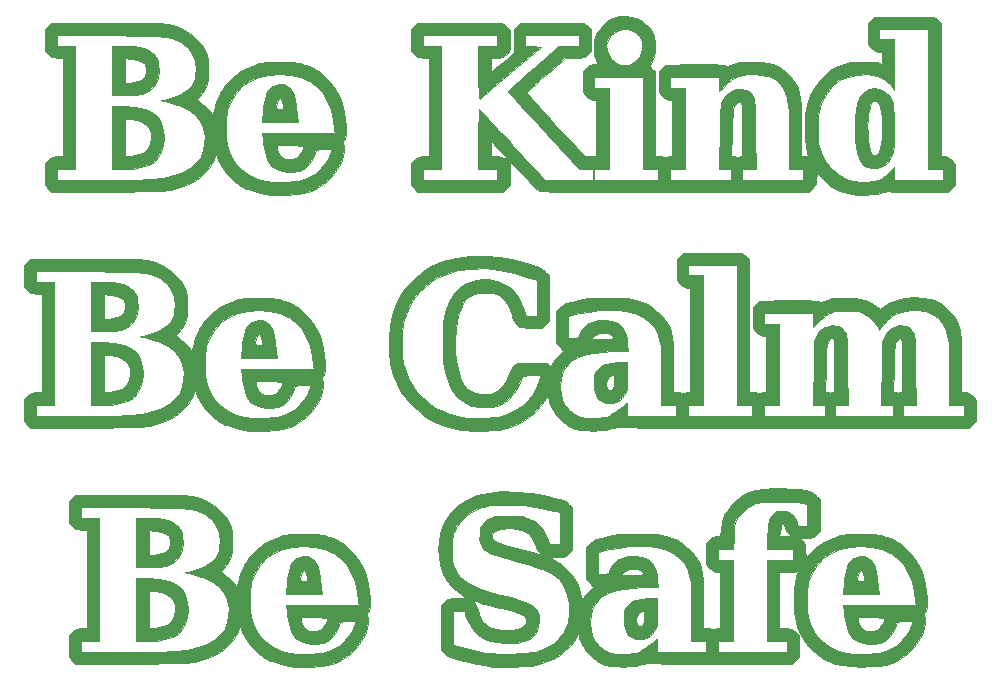
<source format=gbr>
%TF.GenerationSoftware,KiCad,Pcbnew,5.1.7-a382d34a8~88~ubuntu20.04.1*%
%TF.CreationDate,2021-01-12T19:29:10-08:00*%
%TF.ProjectId,kindcalmsafe,6b696e64-6361-46c6-9d73-6166652e6b69,rev?*%
%TF.SameCoordinates,Original*%
%TF.FileFunction,Legend,Top*%
%TF.FilePolarity,Positive*%
%FSLAX46Y46*%
G04 Gerber Fmt 4.6, Leading zero omitted, Abs format (unit mm)*
G04 Created by KiCad (PCBNEW 5.1.7-a382d34a8~88~ubuntu20.04.1) date 2021-01-12 19:29:10*
%MOMM*%
%LPD*%
G01*
G04 APERTURE LIST*
%ADD10C,0.010000*%
G04 APERTURE END LIST*
D10*
%TO.C,H4*%
G36*
X71414528Y-106731435D02*
G01*
X72285226Y-106733025D01*
X73016621Y-106736196D01*
X73623728Y-106741375D01*
X74121563Y-106748989D01*
X74525139Y-106759463D01*
X74849472Y-106773226D01*
X75109576Y-106790703D01*
X75320466Y-106812321D01*
X75497157Y-106838506D01*
X75654663Y-106869685D01*
X75709277Y-106882148D01*
X76489639Y-107116158D01*
X77149715Y-107431411D01*
X77727440Y-107848817D01*
X78081228Y-108189545D01*
X78449515Y-108620747D01*
X78709936Y-109035195D01*
X78878304Y-109476384D01*
X78970435Y-109987806D01*
X79002143Y-110612953D01*
X79002667Y-110723597D01*
X78971831Y-111383766D01*
X78871833Y-111922285D01*
X78691432Y-112376618D01*
X78419390Y-112784234D01*
X78364938Y-112849573D01*
X78067231Y-113197377D01*
X78505522Y-113604855D01*
X78772847Y-113869407D01*
X79026318Y-114146707D01*
X79184906Y-114342536D01*
X79328356Y-114532665D01*
X79399572Y-114596211D01*
X79423683Y-114545133D01*
X79426000Y-114457288D01*
X79457969Y-114218931D01*
X79543133Y-113877118D01*
X79665382Y-113482896D01*
X79808601Y-113087310D01*
X79956680Y-112741404D01*
X79987319Y-112678995D01*
X80206466Y-112332822D01*
X80526224Y-111936332D01*
X80905680Y-111532187D01*
X81303921Y-111163048D01*
X81680033Y-110871574D01*
X81785976Y-110803514D01*
X82101258Y-110637751D01*
X82502118Y-110460561D01*
X82910961Y-110305775D01*
X82982000Y-110282061D01*
X83278116Y-110190410D01*
X83537125Y-110125893D01*
X83800574Y-110083571D01*
X84110010Y-110058503D01*
X84506979Y-110045750D01*
X85014000Y-110040480D01*
X85542546Y-110040413D01*
X85941877Y-110049750D01*
X86252020Y-110072426D01*
X86513003Y-110112377D01*
X86764857Y-110173537D01*
X86959198Y-110231717D01*
X87553167Y-110439597D01*
X88032865Y-110664795D01*
X88452651Y-110940055D01*
X88866884Y-111298118D01*
X89079660Y-111508970D01*
X89676653Y-112223373D01*
X90126039Y-112999852D01*
X90432691Y-113851017D01*
X90601481Y-114789479D01*
X90640497Y-115548204D01*
X90637573Y-115984474D01*
X90621873Y-116284319D01*
X90589291Y-116480425D01*
X90535722Y-116605480D01*
X90502250Y-116648870D01*
X90417311Y-116777073D01*
X90405554Y-116932703D01*
X90455311Y-117162680D01*
X90487003Y-117573440D01*
X90395902Y-118055329D01*
X90195388Y-118578828D01*
X89898842Y-119114417D01*
X89519645Y-119632577D01*
X89160047Y-120020253D01*
X88688767Y-120429040D01*
X88204375Y-120745873D01*
X87677612Y-120980662D01*
X87079219Y-121143316D01*
X86379937Y-121243747D01*
X85550507Y-121291865D01*
X85395000Y-121295545D01*
X84926950Y-121301749D01*
X84500414Y-121301976D01*
X84152971Y-121296601D01*
X83922197Y-121285998D01*
X83871000Y-121280381D01*
X83372214Y-121177713D01*
X82832362Y-121028142D01*
X82340354Y-120857341D01*
X82192005Y-120795573D01*
X81636851Y-120479670D01*
X81083693Y-120039506D01*
X80572100Y-119515936D01*
X80141641Y-118949811D01*
X79831884Y-118381984D01*
X79815035Y-118341485D01*
X79628626Y-117882836D01*
X79479563Y-118302531D01*
X79313690Y-118635878D01*
X79029767Y-119019983D01*
X78726618Y-119357958D01*
X78307877Y-119773512D01*
X77930021Y-120081813D01*
X77540991Y-120317152D01*
X77088732Y-120513823D01*
X76834704Y-120604289D01*
X76563862Y-120694339D01*
X76313634Y-120771044D01*
X76068200Y-120835472D01*
X75811741Y-120888693D01*
X75528436Y-120931775D01*
X75202465Y-120965787D01*
X74818008Y-120991796D01*
X74359244Y-121010873D01*
X73810353Y-121024086D01*
X73155515Y-121032503D01*
X72378910Y-121037193D01*
X71464717Y-121039224D01*
X70397117Y-121039666D01*
X70389514Y-121039667D01*
X65713361Y-121039667D01*
X65159667Y-120486077D01*
X65159667Y-118629923D01*
X65430764Y-118358825D01*
X65616327Y-118198114D01*
X65808283Y-118108246D01*
X66074721Y-118062429D01*
X66213931Y-118050687D01*
X66726000Y-118013648D01*
X66726000Y-109757019D01*
X66213931Y-109719979D01*
X65899847Y-109684104D01*
X65686872Y-109614652D01*
X65506916Y-109484834D01*
X65430764Y-109411841D01*
X65159667Y-109140743D01*
X65159667Y-108720667D01*
X66218000Y-108720667D01*
X67742000Y-108720667D01*
X67742000Y-119134667D01*
X66218000Y-119134667D01*
X66218000Y-120066000D01*
X69583500Y-120065257D01*
X70378249Y-120062922D01*
X71167525Y-120056601D01*
X71924212Y-120046795D01*
X72621196Y-120034004D01*
X73231361Y-120018730D01*
X73727593Y-120001474D01*
X74082776Y-119982736D01*
X74094484Y-119981904D01*
X75160373Y-119863171D01*
X76077166Y-119669876D01*
X76849086Y-119399334D01*
X77480358Y-119048860D01*
X77975208Y-118615769D01*
X78337859Y-118097377D01*
X78572536Y-117490998D01*
X78653583Y-117084463D01*
X78689653Y-116328053D01*
X78632608Y-115986511D01*
X80453077Y-115986511D01*
X80488958Y-116566726D01*
X80562443Y-117051649D01*
X80569471Y-117082369D01*
X80837683Y-117886797D01*
X81235221Y-118582823D01*
X81757707Y-119165955D01*
X82400766Y-119631700D01*
X83160017Y-119975566D01*
X83485828Y-120075440D01*
X83918944Y-120157252D01*
X84465085Y-120208592D01*
X85070600Y-120228859D01*
X85681835Y-120217448D01*
X86245138Y-120173758D01*
X86645510Y-120110934D01*
X87373083Y-119883961D01*
X88017504Y-119536501D01*
X88557818Y-119084224D01*
X88973075Y-118542801D01*
X89119754Y-118260496D01*
X89282078Y-117894999D01*
X89368704Y-117658269D01*
X89368227Y-117522417D01*
X89269240Y-117459555D01*
X89060338Y-117441796D01*
X88784715Y-117441333D01*
X88405856Y-117453606D01*
X88184212Y-117491516D01*
X88111007Y-117547167D01*
X87868353Y-118194255D01*
X87548878Y-118693521D01*
X87142958Y-119052572D01*
X86640966Y-119279015D01*
X86033277Y-119380459D01*
X85782084Y-119387839D01*
X85205657Y-119325402D01*
X84706057Y-119147913D01*
X84310332Y-118867411D01*
X84133731Y-118654253D01*
X83933593Y-118247578D01*
X83770772Y-117701102D01*
X83689738Y-117249658D01*
X84772428Y-117249658D01*
X84823075Y-117457915D01*
X84916562Y-117704226D01*
X85032390Y-117934059D01*
X85143035Y-118086066D01*
X85317426Y-118217249D01*
X85537834Y-118276977D01*
X85776356Y-118288000D01*
X86086942Y-118261295D01*
X86371307Y-118193836D01*
X86463985Y-118155492D01*
X86707426Y-117943939D01*
X86923743Y-117583992D01*
X87127258Y-117145000D01*
X85974316Y-117121368D01*
X85550749Y-117115255D01*
X85191702Y-117114939D01*
X84929175Y-117120080D01*
X84795167Y-117130338D01*
X84785122Y-117133988D01*
X84772428Y-117249658D01*
X83689738Y-117249658D01*
X83652399Y-117041645D01*
X83614166Y-116700500D01*
X83557481Y-116086667D01*
X89685551Y-116086667D01*
X89639305Y-115769167D01*
X89601464Y-115494212D01*
X89557523Y-115154023D01*
X89536794Y-114986000D01*
X89369275Y-114173281D01*
X89077609Y-113412240D01*
X88677296Y-112728740D01*
X88183836Y-112148643D01*
X87612730Y-111697813D01*
X87539541Y-111653526D01*
X87052859Y-111430642D01*
X86455419Y-111254442D01*
X85802350Y-111137630D01*
X85148784Y-111092910D01*
X85106290Y-111092803D01*
X84142254Y-111161206D01*
X83276251Y-111359694D01*
X82513824Y-111684317D01*
X81860518Y-112131125D01*
X81321878Y-112696170D01*
X80903448Y-113375502D01*
X80610772Y-114165172D01*
X80570749Y-114323487D01*
X80494002Y-114799955D01*
X80454768Y-115375942D01*
X80453077Y-115986511D01*
X78632608Y-115986511D01*
X78576504Y-115650606D01*
X78315676Y-115053975D01*
X77908706Y-114540013D01*
X77357134Y-114110570D01*
X76662498Y-113767500D01*
X75826336Y-113512655D01*
X75655653Y-113475202D01*
X75303216Y-113400846D01*
X75099474Y-113351138D01*
X75027178Y-113317014D01*
X75069081Y-113289412D01*
X75207932Y-113259266D01*
X75235000Y-113254163D01*
X76051274Y-113052124D01*
X76716605Y-112779220D01*
X77235245Y-112432324D01*
X77611443Y-112008310D01*
X77849450Y-111504052D01*
X77904453Y-111291181D01*
X77961960Y-110623791D01*
X77862744Y-109982652D01*
X77618091Y-109391524D01*
X77239288Y-108874166D01*
X76737622Y-108454340D01*
X76488595Y-108310561D01*
X76292187Y-108212360D01*
X76108432Y-108128948D01*
X75921998Y-108059005D01*
X75717554Y-108001215D01*
X75479769Y-107954257D01*
X75193311Y-107916815D01*
X74842848Y-107887570D01*
X74413049Y-107865203D01*
X73888583Y-107848395D01*
X73254117Y-107835830D01*
X72494321Y-107826187D01*
X71593863Y-107818150D01*
X70684167Y-107811437D01*
X66218000Y-107779766D01*
X66218000Y-108720667D01*
X65159667Y-108720667D01*
X65159667Y-107284590D01*
X65713361Y-106731000D01*
X70389514Y-106731000D01*
X71414528Y-106731435D01*
G37*
X71414528Y-106731435D02*
X72285226Y-106733025D01*
X73016621Y-106736196D01*
X73623728Y-106741375D01*
X74121563Y-106748989D01*
X74525139Y-106759463D01*
X74849472Y-106773226D01*
X75109576Y-106790703D01*
X75320466Y-106812321D01*
X75497157Y-106838506D01*
X75654663Y-106869685D01*
X75709277Y-106882148D01*
X76489639Y-107116158D01*
X77149715Y-107431411D01*
X77727440Y-107848817D01*
X78081228Y-108189545D01*
X78449515Y-108620747D01*
X78709936Y-109035195D01*
X78878304Y-109476384D01*
X78970435Y-109987806D01*
X79002143Y-110612953D01*
X79002667Y-110723597D01*
X78971831Y-111383766D01*
X78871833Y-111922285D01*
X78691432Y-112376618D01*
X78419390Y-112784234D01*
X78364938Y-112849573D01*
X78067231Y-113197377D01*
X78505522Y-113604855D01*
X78772847Y-113869407D01*
X79026318Y-114146707D01*
X79184906Y-114342536D01*
X79328356Y-114532665D01*
X79399572Y-114596211D01*
X79423683Y-114545133D01*
X79426000Y-114457288D01*
X79457969Y-114218931D01*
X79543133Y-113877118D01*
X79665382Y-113482896D01*
X79808601Y-113087310D01*
X79956680Y-112741404D01*
X79987319Y-112678995D01*
X80206466Y-112332822D01*
X80526224Y-111936332D01*
X80905680Y-111532187D01*
X81303921Y-111163048D01*
X81680033Y-110871574D01*
X81785976Y-110803514D01*
X82101258Y-110637751D01*
X82502118Y-110460561D01*
X82910961Y-110305775D01*
X82982000Y-110282061D01*
X83278116Y-110190410D01*
X83537125Y-110125893D01*
X83800574Y-110083571D01*
X84110010Y-110058503D01*
X84506979Y-110045750D01*
X85014000Y-110040480D01*
X85542546Y-110040413D01*
X85941877Y-110049750D01*
X86252020Y-110072426D01*
X86513003Y-110112377D01*
X86764857Y-110173537D01*
X86959198Y-110231717D01*
X87553167Y-110439597D01*
X88032865Y-110664795D01*
X88452651Y-110940055D01*
X88866884Y-111298118D01*
X89079660Y-111508970D01*
X89676653Y-112223373D01*
X90126039Y-112999852D01*
X90432691Y-113851017D01*
X90601481Y-114789479D01*
X90640497Y-115548204D01*
X90637573Y-115984474D01*
X90621873Y-116284319D01*
X90589291Y-116480425D01*
X90535722Y-116605480D01*
X90502250Y-116648870D01*
X90417311Y-116777073D01*
X90405554Y-116932703D01*
X90455311Y-117162680D01*
X90487003Y-117573440D01*
X90395902Y-118055329D01*
X90195388Y-118578828D01*
X89898842Y-119114417D01*
X89519645Y-119632577D01*
X89160047Y-120020253D01*
X88688767Y-120429040D01*
X88204375Y-120745873D01*
X87677612Y-120980662D01*
X87079219Y-121143316D01*
X86379937Y-121243747D01*
X85550507Y-121291865D01*
X85395000Y-121295545D01*
X84926950Y-121301749D01*
X84500414Y-121301976D01*
X84152971Y-121296601D01*
X83922197Y-121285998D01*
X83871000Y-121280381D01*
X83372214Y-121177713D01*
X82832362Y-121028142D01*
X82340354Y-120857341D01*
X82192005Y-120795573D01*
X81636851Y-120479670D01*
X81083693Y-120039506D01*
X80572100Y-119515936D01*
X80141641Y-118949811D01*
X79831884Y-118381984D01*
X79815035Y-118341485D01*
X79628626Y-117882836D01*
X79479563Y-118302531D01*
X79313690Y-118635878D01*
X79029767Y-119019983D01*
X78726618Y-119357958D01*
X78307877Y-119773512D01*
X77930021Y-120081813D01*
X77540991Y-120317152D01*
X77088732Y-120513823D01*
X76834704Y-120604289D01*
X76563862Y-120694339D01*
X76313634Y-120771044D01*
X76068200Y-120835472D01*
X75811741Y-120888693D01*
X75528436Y-120931775D01*
X75202465Y-120965787D01*
X74818008Y-120991796D01*
X74359244Y-121010873D01*
X73810353Y-121024086D01*
X73155515Y-121032503D01*
X72378910Y-121037193D01*
X71464717Y-121039224D01*
X70397117Y-121039666D01*
X70389514Y-121039667D01*
X65713361Y-121039667D01*
X65159667Y-120486077D01*
X65159667Y-118629923D01*
X65430764Y-118358825D01*
X65616327Y-118198114D01*
X65808283Y-118108246D01*
X66074721Y-118062429D01*
X66213931Y-118050687D01*
X66726000Y-118013648D01*
X66726000Y-109757019D01*
X66213931Y-109719979D01*
X65899847Y-109684104D01*
X65686872Y-109614652D01*
X65506916Y-109484834D01*
X65430764Y-109411841D01*
X65159667Y-109140743D01*
X65159667Y-108720667D01*
X66218000Y-108720667D01*
X67742000Y-108720667D01*
X67742000Y-119134667D01*
X66218000Y-119134667D01*
X66218000Y-120066000D01*
X69583500Y-120065257D01*
X70378249Y-120062922D01*
X71167525Y-120056601D01*
X71924212Y-120046795D01*
X72621196Y-120034004D01*
X73231361Y-120018730D01*
X73727593Y-120001474D01*
X74082776Y-119982736D01*
X74094484Y-119981904D01*
X75160373Y-119863171D01*
X76077166Y-119669876D01*
X76849086Y-119399334D01*
X77480358Y-119048860D01*
X77975208Y-118615769D01*
X78337859Y-118097377D01*
X78572536Y-117490998D01*
X78653583Y-117084463D01*
X78689653Y-116328053D01*
X78632608Y-115986511D01*
X80453077Y-115986511D01*
X80488958Y-116566726D01*
X80562443Y-117051649D01*
X80569471Y-117082369D01*
X80837683Y-117886797D01*
X81235221Y-118582823D01*
X81757707Y-119165955D01*
X82400766Y-119631700D01*
X83160017Y-119975566D01*
X83485828Y-120075440D01*
X83918944Y-120157252D01*
X84465085Y-120208592D01*
X85070600Y-120228859D01*
X85681835Y-120217448D01*
X86245138Y-120173758D01*
X86645510Y-120110934D01*
X87373083Y-119883961D01*
X88017504Y-119536501D01*
X88557818Y-119084224D01*
X88973075Y-118542801D01*
X89119754Y-118260496D01*
X89282078Y-117894999D01*
X89368704Y-117658269D01*
X89368227Y-117522417D01*
X89269240Y-117459555D01*
X89060338Y-117441796D01*
X88784715Y-117441333D01*
X88405856Y-117453606D01*
X88184212Y-117491516D01*
X88111007Y-117547167D01*
X87868353Y-118194255D01*
X87548878Y-118693521D01*
X87142958Y-119052572D01*
X86640966Y-119279015D01*
X86033277Y-119380459D01*
X85782084Y-119387839D01*
X85205657Y-119325402D01*
X84706057Y-119147913D01*
X84310332Y-118867411D01*
X84133731Y-118654253D01*
X83933593Y-118247578D01*
X83770772Y-117701102D01*
X83689738Y-117249658D01*
X84772428Y-117249658D01*
X84823075Y-117457915D01*
X84916562Y-117704226D01*
X85032390Y-117934059D01*
X85143035Y-118086066D01*
X85317426Y-118217249D01*
X85537834Y-118276977D01*
X85776356Y-118288000D01*
X86086942Y-118261295D01*
X86371307Y-118193836D01*
X86463985Y-118155492D01*
X86707426Y-117943939D01*
X86923743Y-117583992D01*
X87127258Y-117145000D01*
X85974316Y-117121368D01*
X85550749Y-117115255D01*
X85191702Y-117114939D01*
X84929175Y-117120080D01*
X84795167Y-117130338D01*
X84785122Y-117133988D01*
X84772428Y-117249658D01*
X83689738Y-117249658D01*
X83652399Y-117041645D01*
X83614166Y-116700500D01*
X83557481Y-116086667D01*
X89685551Y-116086667D01*
X89639305Y-115769167D01*
X89601464Y-115494212D01*
X89557523Y-115154023D01*
X89536794Y-114986000D01*
X89369275Y-114173281D01*
X89077609Y-113412240D01*
X88677296Y-112728740D01*
X88183836Y-112148643D01*
X87612730Y-111697813D01*
X87539541Y-111653526D01*
X87052859Y-111430642D01*
X86455419Y-111254442D01*
X85802350Y-111137630D01*
X85148784Y-111092910D01*
X85106290Y-111092803D01*
X84142254Y-111161206D01*
X83276251Y-111359694D01*
X82513824Y-111684317D01*
X81860518Y-112131125D01*
X81321878Y-112696170D01*
X80903448Y-113375502D01*
X80610772Y-114165172D01*
X80570749Y-114323487D01*
X80494002Y-114799955D01*
X80454768Y-115375942D01*
X80453077Y-115986511D01*
X78632608Y-115986511D01*
X78576504Y-115650606D01*
X78315676Y-115053975D01*
X77908706Y-114540013D01*
X77357134Y-114110570D01*
X76662498Y-113767500D01*
X75826336Y-113512655D01*
X75655653Y-113475202D01*
X75303216Y-113400846D01*
X75099474Y-113351138D01*
X75027178Y-113317014D01*
X75069081Y-113289412D01*
X75207932Y-113259266D01*
X75235000Y-113254163D01*
X76051274Y-113052124D01*
X76716605Y-112779220D01*
X77235245Y-112432324D01*
X77611443Y-112008310D01*
X77849450Y-111504052D01*
X77904453Y-111291181D01*
X77961960Y-110623791D01*
X77862744Y-109982652D01*
X77618091Y-109391524D01*
X77239288Y-108874166D01*
X76737622Y-108454340D01*
X76488595Y-108310561D01*
X76292187Y-108212360D01*
X76108432Y-108128948D01*
X75921998Y-108059005D01*
X75717554Y-108001215D01*
X75479769Y-107954257D01*
X75193311Y-107916815D01*
X74842848Y-107887570D01*
X74413049Y-107865203D01*
X73888583Y-107848395D01*
X73254117Y-107835830D01*
X72494321Y-107826187D01*
X71593863Y-107818150D01*
X70684167Y-107811437D01*
X66218000Y-107779766D01*
X66218000Y-108720667D01*
X65159667Y-108720667D01*
X65159667Y-107284590D01*
X65713361Y-106731000D01*
X70389514Y-106731000D01*
X71414528Y-106731435D01*
G36*
X125560935Y-106206443D02*
G01*
X126337626Y-106243036D01*
X126965505Y-106296492D01*
X127464625Y-106371053D01*
X127855036Y-106470959D01*
X128156789Y-106600452D01*
X128389935Y-106763772D01*
X128446224Y-106816713D01*
X128744333Y-107114822D01*
X128744333Y-109818077D01*
X128471713Y-110090697D01*
X128299039Y-110243677D01*
X128125896Y-110331876D01*
X127890616Y-110378170D01*
X127641031Y-110398852D01*
X127082968Y-110434386D01*
X127276116Y-110639983D01*
X127387891Y-110795577D01*
X127455803Y-111001417D01*
X127494223Y-111308357D01*
X127503015Y-111442884D01*
X127536765Y-112040188D01*
X128055883Y-111531573D01*
X128567800Y-111077264D01*
X129082469Y-110730365D01*
X129661414Y-110454000D01*
X130141333Y-110281639D01*
X130437655Y-110190120D01*
X130697036Y-110125701D01*
X130961049Y-110083448D01*
X131271266Y-110058428D01*
X131669256Y-110045707D01*
X132173333Y-110040480D01*
X132701880Y-110040413D01*
X133101210Y-110049750D01*
X133411353Y-110072426D01*
X133672337Y-110112377D01*
X133924190Y-110173537D01*
X134118531Y-110231717D01*
X134712500Y-110439597D01*
X135192199Y-110664795D01*
X135611985Y-110940055D01*
X136026217Y-111298118D01*
X136238993Y-111508970D01*
X136835987Y-112223373D01*
X137285373Y-112999852D01*
X137592024Y-113851017D01*
X137760814Y-114789479D01*
X137799831Y-115548204D01*
X137796907Y-115984474D01*
X137781207Y-116284319D01*
X137748625Y-116480425D01*
X137695055Y-116605480D01*
X137661583Y-116648870D01*
X137576645Y-116777073D01*
X137564887Y-116932703D01*
X137614644Y-117162680D01*
X137646336Y-117573440D01*
X137555235Y-118055329D01*
X137354721Y-118578828D01*
X137058176Y-119114417D01*
X136678978Y-119632577D01*
X136319380Y-120020253D01*
X135859298Y-120422153D01*
X135390594Y-120735844D01*
X134885579Y-120970079D01*
X134316561Y-121133612D01*
X133655849Y-121235195D01*
X132875751Y-121283582D01*
X132300333Y-121290674D01*
X131409842Y-121266399D01*
X130654972Y-121191050D01*
X130007110Y-121054807D01*
X129437645Y-120847845D01*
X128917966Y-120560343D01*
X128419460Y-120182478D01*
X128034521Y-119826222D01*
X127512434Y-119244320D01*
X127121899Y-118645379D01*
X126829969Y-117972920D01*
X126692587Y-117526000D01*
X126612794Y-117110369D01*
X126560820Y-116583541D01*
X126536212Y-115989737D01*
X126536224Y-115986511D01*
X127612410Y-115986511D01*
X127648292Y-116566726D01*
X127721776Y-117051649D01*
X127728805Y-117082369D01*
X127997016Y-117886797D01*
X128394554Y-118582823D01*
X128917041Y-119165955D01*
X129560099Y-119631700D01*
X130319351Y-119975566D01*
X130645162Y-120075440D01*
X131078277Y-120157252D01*
X131624418Y-120208592D01*
X132229933Y-120228859D01*
X132841168Y-120217448D01*
X133404471Y-120173758D01*
X133804843Y-120110934D01*
X134532416Y-119883961D01*
X135176837Y-119536501D01*
X135717152Y-119084224D01*
X136132408Y-118542801D01*
X136279088Y-118260496D01*
X136441411Y-117894999D01*
X136528037Y-117658269D01*
X136527560Y-117522417D01*
X136428573Y-117459555D01*
X136219671Y-117441796D01*
X135944048Y-117441333D01*
X135565190Y-117453606D01*
X135343545Y-117491516D01*
X135270341Y-117547167D01*
X135027686Y-118194255D01*
X134708212Y-118693521D01*
X134302291Y-119052572D01*
X133800299Y-119279015D01*
X133192610Y-119380459D01*
X132941417Y-119387839D01*
X132364990Y-119325402D01*
X131865390Y-119147913D01*
X131469665Y-118867411D01*
X131293065Y-118654253D01*
X131092926Y-118247578D01*
X130930105Y-117701102D01*
X130849072Y-117249658D01*
X131931762Y-117249658D01*
X131982409Y-117457915D01*
X132075896Y-117704226D01*
X132191723Y-117934059D01*
X132302369Y-118086066D01*
X132476759Y-118217249D01*
X132697167Y-118276977D01*
X132935689Y-118288000D01*
X133246276Y-118261295D01*
X133530640Y-118193836D01*
X133623318Y-118155492D01*
X133866760Y-117943939D01*
X134083076Y-117583992D01*
X134286591Y-117145000D01*
X133133650Y-117121368D01*
X132710083Y-117115255D01*
X132351036Y-117114939D01*
X132088508Y-117120080D01*
X131954501Y-117130338D01*
X131944456Y-117133988D01*
X131931762Y-117249658D01*
X130849072Y-117249658D01*
X130811733Y-117041645D01*
X130773500Y-116700500D01*
X130716814Y-116086667D01*
X136844884Y-116086667D01*
X136798638Y-115769167D01*
X136760797Y-115494212D01*
X136716856Y-115154023D01*
X136696128Y-114986000D01*
X136528609Y-114173281D01*
X136236942Y-113412240D01*
X135836629Y-112728740D01*
X135343169Y-112148643D01*
X134772063Y-111697813D01*
X134698875Y-111653526D01*
X134212193Y-111430642D01*
X133614752Y-111254442D01*
X132961683Y-111137630D01*
X132308117Y-111092910D01*
X132265623Y-111092803D01*
X131301588Y-111161206D01*
X130435584Y-111359694D01*
X129673157Y-111684317D01*
X129019851Y-112131125D01*
X128481211Y-112696170D01*
X128062781Y-113375502D01*
X127770106Y-114165172D01*
X127730082Y-114323487D01*
X127653336Y-114799955D01*
X127614101Y-115375942D01*
X127612410Y-115986511D01*
X126536224Y-115986511D01*
X126538515Y-115373177D01*
X126567276Y-114778082D01*
X126622039Y-114248673D01*
X126702352Y-113829171D01*
X126731565Y-113730748D01*
X126821481Y-113444797D01*
X126852818Y-113289066D01*
X126828499Y-113236004D01*
X126783194Y-113243915D01*
X126641552Y-113267103D01*
X126381700Y-113284310D01*
X126054739Y-113292413D01*
X125985742Y-113292667D01*
X125315333Y-113292667D01*
X125315333Y-118014273D01*
X125868213Y-118049478D01*
X126187822Y-118079727D01*
X126400416Y-118135802D01*
X126568293Y-118240933D01*
X126693713Y-118357303D01*
X126966333Y-118629923D01*
X126966333Y-120486077D01*
X126412779Y-121039667D01*
X120593556Y-121059876D01*
X119273149Y-121063122D01*
X118109924Y-121063162D01*
X117105561Y-121060013D01*
X116261741Y-121053694D01*
X115580142Y-121044223D01*
X115062446Y-121031620D01*
X114710332Y-121015902D01*
X114525479Y-120997088D01*
X114507663Y-120992614D01*
X114321392Y-120954497D01*
X114113640Y-120972419D01*
X113828336Y-121053668D01*
X113703330Y-121097146D01*
X113449715Y-121178944D01*
X113202085Y-121234095D01*
X112917443Y-121267498D01*
X112552796Y-121284055D01*
X112065148Y-121288663D01*
X112022667Y-121288663D01*
X111536039Y-121285046D01*
X111177263Y-121271296D01*
X110904934Y-121242349D01*
X110677644Y-121193138D01*
X110453988Y-121118599D01*
X110371667Y-121086685D01*
X109851679Y-120808280D01*
X109359616Y-120412647D01*
X108927182Y-119936381D01*
X108586077Y-119416078D01*
X108368005Y-118888332D01*
X108330684Y-118730742D01*
X108277828Y-118453817D01*
X108102680Y-118815408D01*
X107886622Y-119155001D01*
X107561770Y-119536535D01*
X107168558Y-119921917D01*
X106747422Y-120273057D01*
X106338793Y-120551862D01*
X106154042Y-120651169D01*
X105677267Y-120861491D01*
X105219305Y-121021364D01*
X104743895Y-121137559D01*
X104214774Y-121216847D01*
X103595680Y-121265999D01*
X102850349Y-121291783D01*
X102709333Y-121294316D01*
X102189512Y-121300393D01*
X101708942Y-121301779D01*
X101301035Y-121298704D01*
X100999203Y-121291397D01*
X100846667Y-121281497D01*
X99748654Y-121103698D01*
X98625836Y-120854753D01*
X98163014Y-120731406D01*
X97722978Y-120601144D01*
X97410839Y-120490009D01*
X97189055Y-120381011D01*
X97020085Y-120257160D01*
X96935347Y-120175819D01*
X96655667Y-119887261D01*
X96655667Y-116089923D01*
X96932327Y-115813128D01*
X97069519Y-115683858D01*
X97082470Y-115675444D01*
X99304527Y-115675444D01*
X99474990Y-115859889D01*
X99595908Y-116046430D01*
X99718922Y-116322054D01*
X99779407Y-116500877D01*
X99991238Y-117071789D01*
X100255356Y-117498976D01*
X100586771Y-117803891D01*
X100763876Y-117907950D01*
X101331642Y-118120314D01*
X101962847Y-118230841D01*
X102601447Y-118236187D01*
X103191398Y-118133011D01*
X103391179Y-118064649D01*
X103680795Y-117872379D01*
X103847414Y-117596561D01*
X103869516Y-117275830D01*
X103858766Y-117225152D01*
X103799034Y-117098079D01*
X103675296Y-116980827D01*
X103469494Y-116865953D01*
X103163572Y-116746015D01*
X102739470Y-116613572D01*
X102179131Y-116461180D01*
X101725489Y-116345955D01*
X101221902Y-116218294D01*
X100730024Y-116089833D01*
X100293728Y-115972292D01*
X99956890Y-115877388D01*
X99842763Y-115843111D01*
X99304527Y-115675444D01*
X97082470Y-115675444D01*
X97196890Y-115601111D01*
X97357776Y-115552601D01*
X97595515Y-115526042D01*
X97953446Y-115509149D01*
X98012284Y-115506978D01*
X98815581Y-115477623D01*
X98328290Y-115160568D01*
X97679622Y-114660006D01*
X97174172Y-114090160D01*
X96805791Y-113438841D01*
X96568331Y-112693863D01*
X96455642Y-111843039D01*
X96444000Y-111425755D01*
X96446108Y-111387667D01*
X97587000Y-111387667D01*
X97589339Y-111848346D01*
X97600579Y-112181714D01*
X97627058Y-112429775D01*
X97675111Y-112634531D01*
X97751074Y-112837985D01*
X97833608Y-113022429D01*
X98034916Y-113394365D01*
X98281758Y-113718179D01*
X98591547Y-114003628D01*
X98981697Y-114260472D01*
X99469619Y-114498468D01*
X100072727Y-114727374D01*
X100808434Y-114956948D01*
X101694152Y-115196948D01*
X101730740Y-115206337D01*
X102560193Y-115426625D01*
X103237490Y-115627649D01*
X103777267Y-115819360D01*
X104194164Y-116011706D01*
X104502817Y-116214638D01*
X104717864Y-116438104D01*
X104853944Y-116692054D01*
X104925694Y-116986438D01*
X104947751Y-117331205D01*
X104947636Y-117392907D01*
X104911355Y-117876701D01*
X104798621Y-118249066D01*
X104588660Y-118558490D01*
X104353642Y-118779450D01*
X104018914Y-119007836D01*
X103640213Y-119164779D01*
X103186016Y-119257309D01*
X102624798Y-119292453D01*
X102088770Y-119284408D01*
X101428783Y-119240451D01*
X100899653Y-119156538D01*
X100465057Y-119019604D01*
X100088667Y-118816588D01*
X99734157Y-118534426D01*
X99573986Y-118380064D01*
X99267154Y-118015588D01*
X99008104Y-117603831D01*
X98821945Y-117193096D01*
X98733787Y-116831686D01*
X98730000Y-116756466D01*
X98709284Y-116665814D01*
X98621624Y-116616828D01*
X98428747Y-116597318D01*
X98222000Y-116594667D01*
X97714000Y-116594667D01*
X97714000Y-119448666D01*
X98327833Y-119626097D01*
X99093162Y-119837894D01*
X99751371Y-119994577D01*
X100353007Y-120102808D01*
X100948615Y-120169244D01*
X101588739Y-120200547D01*
X102323925Y-120203374D01*
X102667000Y-120197799D01*
X103354693Y-120177270D01*
X103895825Y-120145760D01*
X104312926Y-120101347D01*
X104628525Y-120042110D01*
X104693670Y-120024910D01*
X105484644Y-119736244D01*
X106151749Y-119354189D01*
X106685398Y-118885589D01*
X107076009Y-118337286D01*
X107087570Y-118315602D01*
X107380006Y-117584115D01*
X107389610Y-117531360D01*
X109313333Y-117531360D01*
X109351459Y-118162161D01*
X109475430Y-118679055D01*
X109699640Y-119121655D01*
X110038480Y-119529571D01*
X110039845Y-119530944D01*
X110354683Y-119813723D01*
X110669985Y-120011344D01*
X111024300Y-120135990D01*
X111456174Y-120199841D01*
X112004157Y-120215077D01*
X112195267Y-120212028D01*
X112615430Y-120197839D01*
X112919492Y-120170892D01*
X113160673Y-120120445D01*
X113392193Y-120035757D01*
X113636954Y-119921058D01*
X113976013Y-119727783D01*
X114306278Y-119496632D01*
X114522686Y-119309381D01*
X114716727Y-119122815D01*
X114865662Y-118998285D01*
X114922500Y-118966758D01*
X114954831Y-119043223D01*
X114977701Y-119244680D01*
X114986000Y-119515667D01*
X114986000Y-120066000D01*
X119134667Y-120066000D01*
X119134667Y-119134667D01*
X117864667Y-119134667D01*
X117864027Y-116785167D01*
X117860690Y-116138369D01*
X117851612Y-115518199D01*
X117837665Y-114953431D01*
X117819719Y-114472839D01*
X117798644Y-114105197D01*
X117776293Y-113885333D01*
X117593787Y-113172659D01*
X117287075Y-112569083D01*
X116852588Y-112071289D01*
X116286757Y-111675961D01*
X115586013Y-111379781D01*
X114892066Y-111205482D01*
X114204191Y-111119625D01*
X113411779Y-111094699D01*
X112566857Y-111127129D01*
X111721453Y-111213338D01*
X110927592Y-111349750D01*
X110265833Y-111523464D01*
X109990667Y-111612465D01*
X109990667Y-113462000D01*
X110402497Y-113462000D01*
X110650682Y-113454990D01*
X110790474Y-113406436D01*
X110881485Y-113275056D01*
X110962416Y-113074237D01*
X111205831Y-112613549D01*
X111542293Y-112277527D01*
X111982483Y-112060609D01*
X112537082Y-111957232D01*
X113111686Y-111954779D01*
X113715176Y-112040798D01*
X114189205Y-112227624D01*
X114543141Y-112525006D01*
X114786350Y-112942689D01*
X114928202Y-113490420D01*
X114968632Y-113886803D01*
X115006175Y-114535344D01*
X113662587Y-114588867D01*
X112821597Y-114634999D01*
X112125904Y-114704352D01*
X111552297Y-114803471D01*
X111077563Y-114938906D01*
X110678489Y-115117201D01*
X110331864Y-115344904D01*
X110029383Y-115613573D01*
X109691893Y-116012342D01*
X109470908Y-116435378D01*
X109350149Y-116926287D01*
X109313334Y-117528672D01*
X109313333Y-117531360D01*
X107389610Y-117531360D01*
X107522075Y-116803760D01*
X107513593Y-116003886D01*
X107354377Y-115213843D01*
X107110733Y-114592944D01*
X106903665Y-114226906D01*
X106655157Y-113908346D01*
X106347508Y-113627466D01*
X105963015Y-113374465D01*
X105483976Y-113139543D01*
X104892691Y-112912901D01*
X104171456Y-112684738D01*
X103302570Y-112445255D01*
X103168049Y-112410244D01*
X102405626Y-112208128D01*
X101790204Y-112032683D01*
X101302900Y-111876559D01*
X100924833Y-111732411D01*
X100637122Y-111592889D01*
X100420886Y-111450647D01*
X100257243Y-111298337D01*
X100229873Y-111266863D01*
X100055827Y-111026123D01*
X99956336Y-110781111D01*
X99918295Y-110478629D01*
X99927001Y-110129415D01*
X100988439Y-110129415D01*
X100994439Y-110367279D01*
X101047346Y-110482989D01*
X101170963Y-110595783D01*
X101381039Y-110711992D01*
X101693322Y-110837946D01*
X102123561Y-110979975D01*
X102687503Y-111144410D01*
X103400898Y-111337582D01*
X103422399Y-111343260D01*
X103996377Y-111494959D01*
X104424779Y-111607279D01*
X104726008Y-111683077D01*
X104918469Y-111725212D01*
X105020566Y-111736542D01*
X105050704Y-111719926D01*
X105027287Y-111678220D01*
X104968719Y-111614285D01*
X104935015Y-111578167D01*
X104816619Y-111392734D01*
X104693037Y-111112742D01*
X104617118Y-110885562D01*
X104413419Y-110403166D01*
X104105716Y-110035931D01*
X103684956Y-109778549D01*
X103142086Y-109625713D01*
X102468051Y-109572116D01*
X102376466Y-109572112D01*
X101801699Y-109609826D01*
X101380549Y-109714258D01*
X101110351Y-109886943D01*
X100988439Y-110129415D01*
X99927001Y-110129415D01*
X99928596Y-110065480D01*
X99929669Y-110048388D01*
X100007050Y-109573880D01*
X100186133Y-109211298D01*
X100490877Y-108925934D01*
X100839002Y-108730968D01*
X101054514Y-108636644D01*
X101251868Y-108573469D01*
X101473424Y-108535302D01*
X101761543Y-108516004D01*
X102158586Y-108509438D01*
X102370667Y-108509000D01*
X103023358Y-108526487D01*
X103549390Y-108585285D01*
X103988422Y-108694897D01*
X104380114Y-108864829D01*
X104716039Y-109071057D01*
X105046758Y-109375194D01*
X105348954Y-109792111D01*
X105586033Y-110265449D01*
X105684177Y-110562167D01*
X105777436Y-110922000D01*
X106773333Y-110922000D01*
X106773333Y-108241337D01*
X105778500Y-108016226D01*
X105126839Y-107871716D01*
X104596638Y-107763567D01*
X104145199Y-107686590D01*
X103729824Y-107635593D01*
X103307817Y-107605388D01*
X102836481Y-107590784D01*
X102273118Y-107586592D01*
X102243667Y-107586564D01*
X101706492Y-107587799D01*
X101302437Y-107595083D01*
X100995303Y-107612389D01*
X100748890Y-107643689D01*
X100526997Y-107692956D01*
X100293425Y-107764162D01*
X100136195Y-107817824D01*
X99411248Y-108121118D01*
X98825814Y-108486598D01*
X98355134Y-108935364D01*
X97974451Y-109488512D01*
X97818478Y-109792894D01*
X97722317Y-110010200D01*
X97657165Y-110204346D01*
X97617047Y-110416504D01*
X97595985Y-110687849D01*
X97588005Y-111059555D01*
X97587000Y-111387667D01*
X96446108Y-111387667D01*
X96482525Y-110729808D01*
X96591186Y-110054234D01*
X96759616Y-109446429D01*
X96977446Y-108953790D01*
X96989255Y-108933361D01*
X97501919Y-108220087D01*
X98132575Y-107627430D01*
X98880137Y-107155617D01*
X99743515Y-106804875D01*
X100721621Y-106575432D01*
X101813368Y-106467515D01*
X103017666Y-106481352D01*
X104333428Y-106617171D01*
X105759566Y-106875198D01*
X106274199Y-106991948D01*
X106691522Y-107096627D01*
X106982807Y-107187294D01*
X107188412Y-107281319D01*
X107348698Y-107396076D01*
X107459532Y-107502147D01*
X107747000Y-107798738D01*
X107747000Y-111426743D01*
X107471851Y-111701892D01*
X107314683Y-111845168D01*
X107163278Y-111931208D01*
X106964081Y-111978034D01*
X106663534Y-112003666D01*
X106558370Y-112009275D01*
X105920038Y-112041509D01*
X106441239Y-112349588D01*
X106851298Y-112636727D01*
X107270996Y-113006562D01*
X107657380Y-113414934D01*
X107967495Y-113817684D01*
X108115164Y-114070485D01*
X108229470Y-114348026D01*
X108352747Y-114711111D01*
X108455508Y-115070732D01*
X108544262Y-115388071D01*
X108610094Y-115546353D01*
X108656782Y-115553739D01*
X108667461Y-115528255D01*
X108752815Y-115385932D01*
X108925095Y-115174814D01*
X109143804Y-114943860D01*
X109566948Y-114527078D01*
X109249641Y-114202126D01*
X108932333Y-113877174D01*
X108932333Y-113521651D01*
X111937827Y-113521651D01*
X112016651Y-113546461D01*
X112230526Y-113562251D01*
X112545337Y-113567524D01*
X112869161Y-113562551D01*
X113243453Y-113545194D01*
X113545945Y-113518358D01*
X113742466Y-113485924D01*
X113800667Y-113456718D01*
X113746191Y-113344041D01*
X113631333Y-113208000D01*
X113494535Y-113109847D01*
X113300839Y-113057477D01*
X113000526Y-113039252D01*
X112907818Y-113038667D01*
X112588166Y-113047974D01*
X112381673Y-113086012D01*
X112232712Y-113167951D01*
X112145818Y-113246485D01*
X112005850Y-113404069D01*
X111938815Y-113514167D01*
X111937827Y-113521651D01*
X108932333Y-113521651D01*
X108932333Y-111185405D01*
X109213012Y-110895818D01*
X109455958Y-110705740D01*
X109805646Y-110534640D01*
X110279972Y-110375979D01*
X110896829Y-110223220D01*
X111260667Y-110147727D01*
X111630375Y-110097047D01*
X112118972Y-110062065D01*
X112686955Y-110042462D01*
X113294823Y-110037919D01*
X113903073Y-110048118D01*
X114472204Y-110072738D01*
X114962713Y-110111460D01*
X115335098Y-110163966D01*
X115413579Y-110181283D01*
X115991597Y-110338031D01*
X116446630Y-110498428D01*
X116823909Y-110685529D01*
X117168665Y-110922389D01*
X117526132Y-111232062D01*
X117586244Y-111288686D01*
X117922165Y-111622426D01*
X118195130Y-111936585D01*
X118411527Y-112253628D01*
X118577748Y-112596017D01*
X118700182Y-112986217D01*
X118785221Y-113446690D01*
X118839253Y-113999901D01*
X118868670Y-114668312D01*
X118879862Y-115474387D01*
X118880667Y-115838947D01*
X118880667Y-118010983D01*
X119270490Y-118064415D01*
X119596032Y-118086303D01*
X119919809Y-118074208D01*
X119990156Y-118065102D01*
X120320000Y-118012358D01*
X120320000Y-113314962D01*
X119968073Y-113267759D01*
X119585124Y-113139204D01*
X119354239Y-112958650D01*
X119239676Y-112838831D01*
X119164605Y-112728276D01*
X119120679Y-112589061D01*
X119099551Y-112383264D01*
X119092876Y-112072961D01*
X119092333Y-111768667D01*
X119093816Y-111361224D01*
X119094392Y-111345333D01*
X120150667Y-111345333D01*
X120150667Y-112276667D01*
X121420667Y-112276667D01*
X121420667Y-119134667D01*
X120150667Y-119134667D01*
X120150667Y-120066000D01*
X125992667Y-120066000D01*
X125992667Y-119134667D01*
X124299333Y-119134667D01*
X124299333Y-112276667D01*
X126500667Y-112276667D01*
X126500667Y-111345333D01*
X124299333Y-111345333D01*
X124299805Y-110350500D01*
X124301826Y-110244667D01*
X125307660Y-110244667D01*
X126278347Y-110244667D01*
X126052344Y-110008770D01*
X125884102Y-109775404D01*
X125776854Y-109522722D01*
X125771921Y-109500770D01*
X125703651Y-109314987D01*
X125610815Y-109229323D01*
X125602696Y-109228667D01*
X125534187Y-109249194D01*
X125481238Y-109332213D01*
X125432618Y-109509875D01*
X125377098Y-109814334D01*
X125358708Y-109927167D01*
X125307660Y-110244667D01*
X124301826Y-110244667D01*
X124311015Y-109763632D01*
X124348959Y-109314005D01*
X124421059Y-108970634D01*
X124534738Y-108702531D01*
X124697415Y-108478711D01*
X124765260Y-108407139D01*
X124948789Y-108243256D01*
X125121191Y-108159821D01*
X125353805Y-108130546D01*
X125522738Y-108128000D01*
X125853589Y-108152894D01*
X126148049Y-108217094D01*
X126257524Y-108260615D01*
X126460175Y-108433835D01*
X126650849Y-108706156D01*
X126789722Y-109009652D01*
X126837474Y-109249833D01*
X126869352Y-109340102D01*
X126988062Y-109384932D01*
X127232641Y-109397927D01*
X127262667Y-109398000D01*
X127686000Y-109398000D01*
X127686000Y-107547339D01*
X127199167Y-107435503D01*
X126879925Y-107387069D01*
X126411600Y-107351883D01*
X125814003Y-107331030D01*
X125188333Y-107325405D01*
X124631449Y-107327756D01*
X124212433Y-107335396D01*
X123899837Y-107351383D01*
X123662212Y-107378772D01*
X123468108Y-107420621D01*
X123286074Y-107479987D01*
X123181595Y-107520456D01*
X122660650Y-107798293D01*
X122196199Y-108177116D01*
X121831141Y-108617486D01*
X121671540Y-108908675D01*
X121578032Y-109157473D01*
X121513735Y-109428407D01*
X121471301Y-109766824D01*
X121443384Y-110218073D01*
X121437940Y-110350500D01*
X121399796Y-111345333D01*
X120150667Y-111345333D01*
X119094392Y-111345333D01*
X119103830Y-111085191D01*
X119130721Y-110902646D01*
X119182835Y-110775666D01*
X119268520Y-110666328D01*
X119354239Y-110578683D01*
X119698953Y-110341219D01*
X119958249Y-110270892D01*
X120300352Y-110225006D01*
X120356028Y-109705670D01*
X120464309Y-109042581D01*
X120646296Y-108490518D01*
X120924214Y-107999187D01*
X121320286Y-107518294D01*
X121324682Y-107513619D01*
X121774393Y-107086705D01*
X122243868Y-106752766D01*
X122757570Y-106504252D01*
X123339966Y-106333614D01*
X124015518Y-106233305D01*
X124808692Y-106195774D01*
X125560935Y-106206443D01*
G37*
X125560935Y-106206443D02*
X126337626Y-106243036D01*
X126965505Y-106296492D01*
X127464625Y-106371053D01*
X127855036Y-106470959D01*
X128156789Y-106600452D01*
X128389935Y-106763772D01*
X128446224Y-106816713D01*
X128744333Y-107114822D01*
X128744333Y-109818077D01*
X128471713Y-110090697D01*
X128299039Y-110243677D01*
X128125896Y-110331876D01*
X127890616Y-110378170D01*
X127641031Y-110398852D01*
X127082968Y-110434386D01*
X127276116Y-110639983D01*
X127387891Y-110795577D01*
X127455803Y-111001417D01*
X127494223Y-111308357D01*
X127503015Y-111442884D01*
X127536765Y-112040188D01*
X128055883Y-111531573D01*
X128567800Y-111077264D01*
X129082469Y-110730365D01*
X129661414Y-110454000D01*
X130141333Y-110281639D01*
X130437655Y-110190120D01*
X130697036Y-110125701D01*
X130961049Y-110083448D01*
X131271266Y-110058428D01*
X131669256Y-110045707D01*
X132173333Y-110040480D01*
X132701880Y-110040413D01*
X133101210Y-110049750D01*
X133411353Y-110072426D01*
X133672337Y-110112377D01*
X133924190Y-110173537D01*
X134118531Y-110231717D01*
X134712500Y-110439597D01*
X135192199Y-110664795D01*
X135611985Y-110940055D01*
X136026217Y-111298118D01*
X136238993Y-111508970D01*
X136835987Y-112223373D01*
X137285373Y-112999852D01*
X137592024Y-113851017D01*
X137760814Y-114789479D01*
X137799831Y-115548204D01*
X137796907Y-115984474D01*
X137781207Y-116284319D01*
X137748625Y-116480425D01*
X137695055Y-116605480D01*
X137661583Y-116648870D01*
X137576645Y-116777073D01*
X137564887Y-116932703D01*
X137614644Y-117162680D01*
X137646336Y-117573440D01*
X137555235Y-118055329D01*
X137354721Y-118578828D01*
X137058176Y-119114417D01*
X136678978Y-119632577D01*
X136319380Y-120020253D01*
X135859298Y-120422153D01*
X135390594Y-120735844D01*
X134885579Y-120970079D01*
X134316561Y-121133612D01*
X133655849Y-121235195D01*
X132875751Y-121283582D01*
X132300333Y-121290674D01*
X131409842Y-121266399D01*
X130654972Y-121191050D01*
X130007110Y-121054807D01*
X129437645Y-120847845D01*
X128917966Y-120560343D01*
X128419460Y-120182478D01*
X128034521Y-119826222D01*
X127512434Y-119244320D01*
X127121899Y-118645379D01*
X126829969Y-117972920D01*
X126692587Y-117526000D01*
X126612794Y-117110369D01*
X126560820Y-116583541D01*
X126536212Y-115989737D01*
X126536224Y-115986511D01*
X127612410Y-115986511D01*
X127648292Y-116566726D01*
X127721776Y-117051649D01*
X127728805Y-117082369D01*
X127997016Y-117886797D01*
X128394554Y-118582823D01*
X128917041Y-119165955D01*
X129560099Y-119631700D01*
X130319351Y-119975566D01*
X130645162Y-120075440D01*
X131078277Y-120157252D01*
X131624418Y-120208592D01*
X132229933Y-120228859D01*
X132841168Y-120217448D01*
X133404471Y-120173758D01*
X133804843Y-120110934D01*
X134532416Y-119883961D01*
X135176837Y-119536501D01*
X135717152Y-119084224D01*
X136132408Y-118542801D01*
X136279088Y-118260496D01*
X136441411Y-117894999D01*
X136528037Y-117658269D01*
X136527560Y-117522417D01*
X136428573Y-117459555D01*
X136219671Y-117441796D01*
X135944048Y-117441333D01*
X135565190Y-117453606D01*
X135343545Y-117491516D01*
X135270341Y-117547167D01*
X135027686Y-118194255D01*
X134708212Y-118693521D01*
X134302291Y-119052572D01*
X133800299Y-119279015D01*
X133192610Y-119380459D01*
X132941417Y-119387839D01*
X132364990Y-119325402D01*
X131865390Y-119147913D01*
X131469665Y-118867411D01*
X131293065Y-118654253D01*
X131092926Y-118247578D01*
X130930105Y-117701102D01*
X130849072Y-117249658D01*
X131931762Y-117249658D01*
X131982409Y-117457915D01*
X132075896Y-117704226D01*
X132191723Y-117934059D01*
X132302369Y-118086066D01*
X132476759Y-118217249D01*
X132697167Y-118276977D01*
X132935689Y-118288000D01*
X133246276Y-118261295D01*
X133530640Y-118193836D01*
X133623318Y-118155492D01*
X133866760Y-117943939D01*
X134083076Y-117583992D01*
X134286591Y-117145000D01*
X133133650Y-117121368D01*
X132710083Y-117115255D01*
X132351036Y-117114939D01*
X132088508Y-117120080D01*
X131954501Y-117130338D01*
X131944456Y-117133988D01*
X131931762Y-117249658D01*
X130849072Y-117249658D01*
X130811733Y-117041645D01*
X130773500Y-116700500D01*
X130716814Y-116086667D01*
X136844884Y-116086667D01*
X136798638Y-115769167D01*
X136760797Y-115494212D01*
X136716856Y-115154023D01*
X136696128Y-114986000D01*
X136528609Y-114173281D01*
X136236942Y-113412240D01*
X135836629Y-112728740D01*
X135343169Y-112148643D01*
X134772063Y-111697813D01*
X134698875Y-111653526D01*
X134212193Y-111430642D01*
X133614752Y-111254442D01*
X132961683Y-111137630D01*
X132308117Y-111092910D01*
X132265623Y-111092803D01*
X131301588Y-111161206D01*
X130435584Y-111359694D01*
X129673157Y-111684317D01*
X129019851Y-112131125D01*
X128481211Y-112696170D01*
X128062781Y-113375502D01*
X127770106Y-114165172D01*
X127730082Y-114323487D01*
X127653336Y-114799955D01*
X127614101Y-115375942D01*
X127612410Y-115986511D01*
X126536224Y-115986511D01*
X126538515Y-115373177D01*
X126567276Y-114778082D01*
X126622039Y-114248673D01*
X126702352Y-113829171D01*
X126731565Y-113730748D01*
X126821481Y-113444797D01*
X126852818Y-113289066D01*
X126828499Y-113236004D01*
X126783194Y-113243915D01*
X126641552Y-113267103D01*
X126381700Y-113284310D01*
X126054739Y-113292413D01*
X125985742Y-113292667D01*
X125315333Y-113292667D01*
X125315333Y-118014273D01*
X125868213Y-118049478D01*
X126187822Y-118079727D01*
X126400416Y-118135802D01*
X126568293Y-118240933D01*
X126693713Y-118357303D01*
X126966333Y-118629923D01*
X126966333Y-120486077D01*
X126412779Y-121039667D01*
X120593556Y-121059876D01*
X119273149Y-121063122D01*
X118109924Y-121063162D01*
X117105561Y-121060013D01*
X116261741Y-121053694D01*
X115580142Y-121044223D01*
X115062446Y-121031620D01*
X114710332Y-121015902D01*
X114525479Y-120997088D01*
X114507663Y-120992614D01*
X114321392Y-120954497D01*
X114113640Y-120972419D01*
X113828336Y-121053668D01*
X113703330Y-121097146D01*
X113449715Y-121178944D01*
X113202085Y-121234095D01*
X112917443Y-121267498D01*
X112552796Y-121284055D01*
X112065148Y-121288663D01*
X112022667Y-121288663D01*
X111536039Y-121285046D01*
X111177263Y-121271296D01*
X110904934Y-121242349D01*
X110677644Y-121193138D01*
X110453988Y-121118599D01*
X110371667Y-121086685D01*
X109851679Y-120808280D01*
X109359616Y-120412647D01*
X108927182Y-119936381D01*
X108586077Y-119416078D01*
X108368005Y-118888332D01*
X108330684Y-118730742D01*
X108277828Y-118453817D01*
X108102680Y-118815408D01*
X107886622Y-119155001D01*
X107561770Y-119536535D01*
X107168558Y-119921917D01*
X106747422Y-120273057D01*
X106338793Y-120551862D01*
X106154042Y-120651169D01*
X105677267Y-120861491D01*
X105219305Y-121021364D01*
X104743895Y-121137559D01*
X104214774Y-121216847D01*
X103595680Y-121265999D01*
X102850349Y-121291783D01*
X102709333Y-121294316D01*
X102189512Y-121300393D01*
X101708942Y-121301779D01*
X101301035Y-121298704D01*
X100999203Y-121291397D01*
X100846667Y-121281497D01*
X99748654Y-121103698D01*
X98625836Y-120854753D01*
X98163014Y-120731406D01*
X97722978Y-120601144D01*
X97410839Y-120490009D01*
X97189055Y-120381011D01*
X97020085Y-120257160D01*
X96935347Y-120175819D01*
X96655667Y-119887261D01*
X96655667Y-116089923D01*
X96932327Y-115813128D01*
X97069519Y-115683858D01*
X97082470Y-115675444D01*
X99304527Y-115675444D01*
X99474990Y-115859889D01*
X99595908Y-116046430D01*
X99718922Y-116322054D01*
X99779407Y-116500877D01*
X99991238Y-117071789D01*
X100255356Y-117498976D01*
X100586771Y-117803891D01*
X100763876Y-117907950D01*
X101331642Y-118120314D01*
X101962847Y-118230841D01*
X102601447Y-118236187D01*
X103191398Y-118133011D01*
X103391179Y-118064649D01*
X103680795Y-117872379D01*
X103847414Y-117596561D01*
X103869516Y-117275830D01*
X103858766Y-117225152D01*
X103799034Y-117098079D01*
X103675296Y-116980827D01*
X103469494Y-116865953D01*
X103163572Y-116746015D01*
X102739470Y-116613572D01*
X102179131Y-116461180D01*
X101725489Y-116345955D01*
X101221902Y-116218294D01*
X100730024Y-116089833D01*
X100293728Y-115972292D01*
X99956890Y-115877388D01*
X99842763Y-115843111D01*
X99304527Y-115675444D01*
X97082470Y-115675444D01*
X97196890Y-115601111D01*
X97357776Y-115552601D01*
X97595515Y-115526042D01*
X97953446Y-115509149D01*
X98012284Y-115506978D01*
X98815581Y-115477623D01*
X98328290Y-115160568D01*
X97679622Y-114660006D01*
X97174172Y-114090160D01*
X96805791Y-113438841D01*
X96568331Y-112693863D01*
X96455642Y-111843039D01*
X96444000Y-111425755D01*
X96446108Y-111387667D01*
X97587000Y-111387667D01*
X97589339Y-111848346D01*
X97600579Y-112181714D01*
X97627058Y-112429775D01*
X97675111Y-112634531D01*
X97751074Y-112837985D01*
X97833608Y-113022429D01*
X98034916Y-113394365D01*
X98281758Y-113718179D01*
X98591547Y-114003628D01*
X98981697Y-114260472D01*
X99469619Y-114498468D01*
X100072727Y-114727374D01*
X100808434Y-114956948D01*
X101694152Y-115196948D01*
X101730740Y-115206337D01*
X102560193Y-115426625D01*
X103237490Y-115627649D01*
X103777267Y-115819360D01*
X104194164Y-116011706D01*
X104502817Y-116214638D01*
X104717864Y-116438104D01*
X104853944Y-116692054D01*
X104925694Y-116986438D01*
X104947751Y-117331205D01*
X104947636Y-117392907D01*
X104911355Y-117876701D01*
X104798621Y-118249066D01*
X104588660Y-118558490D01*
X104353642Y-118779450D01*
X104018914Y-119007836D01*
X103640213Y-119164779D01*
X103186016Y-119257309D01*
X102624798Y-119292453D01*
X102088770Y-119284408D01*
X101428783Y-119240451D01*
X100899653Y-119156538D01*
X100465057Y-119019604D01*
X100088667Y-118816588D01*
X99734157Y-118534426D01*
X99573986Y-118380064D01*
X99267154Y-118015588D01*
X99008104Y-117603831D01*
X98821945Y-117193096D01*
X98733787Y-116831686D01*
X98730000Y-116756466D01*
X98709284Y-116665814D01*
X98621624Y-116616828D01*
X98428747Y-116597318D01*
X98222000Y-116594667D01*
X97714000Y-116594667D01*
X97714000Y-119448666D01*
X98327833Y-119626097D01*
X99093162Y-119837894D01*
X99751371Y-119994577D01*
X100353007Y-120102808D01*
X100948615Y-120169244D01*
X101588739Y-120200547D01*
X102323925Y-120203374D01*
X102667000Y-120197799D01*
X103354693Y-120177270D01*
X103895825Y-120145760D01*
X104312926Y-120101347D01*
X104628525Y-120042110D01*
X104693670Y-120024910D01*
X105484644Y-119736244D01*
X106151749Y-119354189D01*
X106685398Y-118885589D01*
X107076009Y-118337286D01*
X107087570Y-118315602D01*
X107380006Y-117584115D01*
X107389610Y-117531360D01*
X109313333Y-117531360D01*
X109351459Y-118162161D01*
X109475430Y-118679055D01*
X109699640Y-119121655D01*
X110038480Y-119529571D01*
X110039845Y-119530944D01*
X110354683Y-119813723D01*
X110669985Y-120011344D01*
X111024300Y-120135990D01*
X111456174Y-120199841D01*
X112004157Y-120215077D01*
X112195267Y-120212028D01*
X112615430Y-120197839D01*
X112919492Y-120170892D01*
X113160673Y-120120445D01*
X113392193Y-120035757D01*
X113636954Y-119921058D01*
X113976013Y-119727783D01*
X114306278Y-119496632D01*
X114522686Y-119309381D01*
X114716727Y-119122815D01*
X114865662Y-118998285D01*
X114922500Y-118966758D01*
X114954831Y-119043223D01*
X114977701Y-119244680D01*
X114986000Y-119515667D01*
X114986000Y-120066000D01*
X119134667Y-120066000D01*
X119134667Y-119134667D01*
X117864667Y-119134667D01*
X117864027Y-116785167D01*
X117860690Y-116138369D01*
X117851612Y-115518199D01*
X117837665Y-114953431D01*
X117819719Y-114472839D01*
X117798644Y-114105197D01*
X117776293Y-113885333D01*
X117593787Y-113172659D01*
X117287075Y-112569083D01*
X116852588Y-112071289D01*
X116286757Y-111675961D01*
X115586013Y-111379781D01*
X114892066Y-111205482D01*
X114204191Y-111119625D01*
X113411779Y-111094699D01*
X112566857Y-111127129D01*
X111721453Y-111213338D01*
X110927592Y-111349750D01*
X110265833Y-111523464D01*
X109990667Y-111612465D01*
X109990667Y-113462000D01*
X110402497Y-113462000D01*
X110650682Y-113454990D01*
X110790474Y-113406436D01*
X110881485Y-113275056D01*
X110962416Y-113074237D01*
X111205831Y-112613549D01*
X111542293Y-112277527D01*
X111982483Y-112060609D01*
X112537082Y-111957232D01*
X113111686Y-111954779D01*
X113715176Y-112040798D01*
X114189205Y-112227624D01*
X114543141Y-112525006D01*
X114786350Y-112942689D01*
X114928202Y-113490420D01*
X114968632Y-113886803D01*
X115006175Y-114535344D01*
X113662587Y-114588867D01*
X112821597Y-114634999D01*
X112125904Y-114704352D01*
X111552297Y-114803471D01*
X111077563Y-114938906D01*
X110678489Y-115117201D01*
X110331864Y-115344904D01*
X110029383Y-115613573D01*
X109691893Y-116012342D01*
X109470908Y-116435378D01*
X109350149Y-116926287D01*
X109313334Y-117528672D01*
X109313333Y-117531360D01*
X107389610Y-117531360D01*
X107522075Y-116803760D01*
X107513593Y-116003886D01*
X107354377Y-115213843D01*
X107110733Y-114592944D01*
X106903665Y-114226906D01*
X106655157Y-113908346D01*
X106347508Y-113627466D01*
X105963015Y-113374465D01*
X105483976Y-113139543D01*
X104892691Y-112912901D01*
X104171456Y-112684738D01*
X103302570Y-112445255D01*
X103168049Y-112410244D01*
X102405626Y-112208128D01*
X101790204Y-112032683D01*
X101302900Y-111876559D01*
X100924833Y-111732411D01*
X100637122Y-111592889D01*
X100420886Y-111450647D01*
X100257243Y-111298337D01*
X100229873Y-111266863D01*
X100055827Y-111026123D01*
X99956336Y-110781111D01*
X99918295Y-110478629D01*
X99927001Y-110129415D01*
X100988439Y-110129415D01*
X100994439Y-110367279D01*
X101047346Y-110482989D01*
X101170963Y-110595783D01*
X101381039Y-110711992D01*
X101693322Y-110837946D01*
X102123561Y-110979975D01*
X102687503Y-111144410D01*
X103400898Y-111337582D01*
X103422399Y-111343260D01*
X103996377Y-111494959D01*
X104424779Y-111607279D01*
X104726008Y-111683077D01*
X104918469Y-111725212D01*
X105020566Y-111736542D01*
X105050704Y-111719926D01*
X105027287Y-111678220D01*
X104968719Y-111614285D01*
X104935015Y-111578167D01*
X104816619Y-111392734D01*
X104693037Y-111112742D01*
X104617118Y-110885562D01*
X104413419Y-110403166D01*
X104105716Y-110035931D01*
X103684956Y-109778549D01*
X103142086Y-109625713D01*
X102468051Y-109572116D01*
X102376466Y-109572112D01*
X101801699Y-109609826D01*
X101380549Y-109714258D01*
X101110351Y-109886943D01*
X100988439Y-110129415D01*
X99927001Y-110129415D01*
X99928596Y-110065480D01*
X99929669Y-110048388D01*
X100007050Y-109573880D01*
X100186133Y-109211298D01*
X100490877Y-108925934D01*
X100839002Y-108730968D01*
X101054514Y-108636644D01*
X101251868Y-108573469D01*
X101473424Y-108535302D01*
X101761543Y-108516004D01*
X102158586Y-108509438D01*
X102370667Y-108509000D01*
X103023358Y-108526487D01*
X103549390Y-108585285D01*
X103988422Y-108694897D01*
X104380114Y-108864829D01*
X104716039Y-109071057D01*
X105046758Y-109375194D01*
X105348954Y-109792111D01*
X105586033Y-110265449D01*
X105684177Y-110562167D01*
X105777436Y-110922000D01*
X106773333Y-110922000D01*
X106773333Y-108241337D01*
X105778500Y-108016226D01*
X105126839Y-107871716D01*
X104596638Y-107763567D01*
X104145199Y-107686590D01*
X103729824Y-107635593D01*
X103307817Y-107605388D01*
X102836481Y-107590784D01*
X102273118Y-107586592D01*
X102243667Y-107586564D01*
X101706492Y-107587799D01*
X101302437Y-107595083D01*
X100995303Y-107612389D01*
X100748890Y-107643689D01*
X100526997Y-107692956D01*
X100293425Y-107764162D01*
X100136195Y-107817824D01*
X99411248Y-108121118D01*
X98825814Y-108486598D01*
X98355134Y-108935364D01*
X97974451Y-109488512D01*
X97818478Y-109792894D01*
X97722317Y-110010200D01*
X97657165Y-110204346D01*
X97617047Y-110416504D01*
X97595985Y-110687849D01*
X97588005Y-111059555D01*
X97587000Y-111387667D01*
X96446108Y-111387667D01*
X96482525Y-110729808D01*
X96591186Y-110054234D01*
X96759616Y-109446429D01*
X96977446Y-108953790D01*
X96989255Y-108933361D01*
X97501919Y-108220087D01*
X98132575Y-107627430D01*
X98880137Y-107155617D01*
X99743515Y-106804875D01*
X100721621Y-106575432D01*
X101813368Y-106467515D01*
X103017666Y-106481352D01*
X104333428Y-106617171D01*
X105759566Y-106875198D01*
X106274199Y-106991948D01*
X106691522Y-107096627D01*
X106982807Y-107187294D01*
X107188412Y-107281319D01*
X107348698Y-107396076D01*
X107459532Y-107502147D01*
X107747000Y-107798738D01*
X107747000Y-111426743D01*
X107471851Y-111701892D01*
X107314683Y-111845168D01*
X107163278Y-111931208D01*
X106964081Y-111978034D01*
X106663534Y-112003666D01*
X106558370Y-112009275D01*
X105920038Y-112041509D01*
X106441239Y-112349588D01*
X106851298Y-112636727D01*
X107270996Y-113006562D01*
X107657380Y-113414934D01*
X107967495Y-113817684D01*
X108115164Y-114070485D01*
X108229470Y-114348026D01*
X108352747Y-114711111D01*
X108455508Y-115070732D01*
X108544262Y-115388071D01*
X108610094Y-115546353D01*
X108656782Y-115553739D01*
X108667461Y-115528255D01*
X108752815Y-115385932D01*
X108925095Y-115174814D01*
X109143804Y-114943860D01*
X109566948Y-114527078D01*
X109249641Y-114202126D01*
X108932333Y-113877174D01*
X108932333Y-113521651D01*
X111937827Y-113521651D01*
X112016651Y-113546461D01*
X112230526Y-113562251D01*
X112545337Y-113567524D01*
X112869161Y-113562551D01*
X113243453Y-113545194D01*
X113545945Y-113518358D01*
X113742466Y-113485924D01*
X113800667Y-113456718D01*
X113746191Y-113344041D01*
X113631333Y-113208000D01*
X113494535Y-113109847D01*
X113300839Y-113057477D01*
X113000526Y-113039252D01*
X112907818Y-113038667D01*
X112588166Y-113047974D01*
X112381673Y-113086012D01*
X112232712Y-113167951D01*
X112145818Y-113246485D01*
X112005850Y-113404069D01*
X111938815Y-113514167D01*
X111937827Y-113521651D01*
X108932333Y-113521651D01*
X108932333Y-111185405D01*
X109213012Y-110895818D01*
X109455958Y-110705740D01*
X109805646Y-110534640D01*
X110279972Y-110375979D01*
X110896829Y-110223220D01*
X111260667Y-110147727D01*
X111630375Y-110097047D01*
X112118972Y-110062065D01*
X112686955Y-110042462D01*
X113294823Y-110037919D01*
X113903073Y-110048118D01*
X114472204Y-110072738D01*
X114962713Y-110111460D01*
X115335098Y-110163966D01*
X115413579Y-110181283D01*
X115991597Y-110338031D01*
X116446630Y-110498428D01*
X116823909Y-110685529D01*
X117168665Y-110922389D01*
X117526132Y-111232062D01*
X117586244Y-111288686D01*
X117922165Y-111622426D01*
X118195130Y-111936585D01*
X118411527Y-112253628D01*
X118577748Y-112596017D01*
X118700182Y-112986217D01*
X118785221Y-113446690D01*
X118839253Y-113999901D01*
X118868670Y-114668312D01*
X118879862Y-115474387D01*
X118880667Y-115838947D01*
X118880667Y-118010983D01*
X119270490Y-118064415D01*
X119596032Y-118086303D01*
X119919809Y-118074208D01*
X119990156Y-118065102D01*
X120320000Y-118012358D01*
X120320000Y-113314962D01*
X119968073Y-113267759D01*
X119585124Y-113139204D01*
X119354239Y-112958650D01*
X119239676Y-112838831D01*
X119164605Y-112728276D01*
X119120679Y-112589061D01*
X119099551Y-112383264D01*
X119092876Y-112072961D01*
X119092333Y-111768667D01*
X119093816Y-111361224D01*
X119094392Y-111345333D01*
X120150667Y-111345333D01*
X120150667Y-112276667D01*
X121420667Y-112276667D01*
X121420667Y-119134667D01*
X120150667Y-119134667D01*
X120150667Y-120066000D01*
X125992667Y-120066000D01*
X125992667Y-119134667D01*
X124299333Y-119134667D01*
X124299333Y-112276667D01*
X126500667Y-112276667D01*
X126500667Y-111345333D01*
X124299333Y-111345333D01*
X124299805Y-110350500D01*
X124301826Y-110244667D01*
X125307660Y-110244667D01*
X126278347Y-110244667D01*
X126052344Y-110008770D01*
X125884102Y-109775404D01*
X125776854Y-109522722D01*
X125771921Y-109500770D01*
X125703651Y-109314987D01*
X125610815Y-109229323D01*
X125602696Y-109228667D01*
X125534187Y-109249194D01*
X125481238Y-109332213D01*
X125432618Y-109509875D01*
X125377098Y-109814334D01*
X125358708Y-109927167D01*
X125307660Y-110244667D01*
X124301826Y-110244667D01*
X124311015Y-109763632D01*
X124348959Y-109314005D01*
X124421059Y-108970634D01*
X124534738Y-108702531D01*
X124697415Y-108478711D01*
X124765260Y-108407139D01*
X124948789Y-108243256D01*
X125121191Y-108159821D01*
X125353805Y-108130546D01*
X125522738Y-108128000D01*
X125853589Y-108152894D01*
X126148049Y-108217094D01*
X126257524Y-108260615D01*
X126460175Y-108433835D01*
X126650849Y-108706156D01*
X126789722Y-109009652D01*
X126837474Y-109249833D01*
X126869352Y-109340102D01*
X126988062Y-109384932D01*
X127232641Y-109397927D01*
X127262667Y-109398000D01*
X127686000Y-109398000D01*
X127686000Y-107547339D01*
X127199167Y-107435503D01*
X126879925Y-107387069D01*
X126411600Y-107351883D01*
X125814003Y-107331030D01*
X125188333Y-107325405D01*
X124631449Y-107327756D01*
X124212433Y-107335396D01*
X123899837Y-107351383D01*
X123662212Y-107378772D01*
X123468108Y-107420621D01*
X123286074Y-107479987D01*
X123181595Y-107520456D01*
X122660650Y-107798293D01*
X122196199Y-108177116D01*
X121831141Y-108617486D01*
X121671540Y-108908675D01*
X121578032Y-109157473D01*
X121513735Y-109428407D01*
X121471301Y-109766824D01*
X121443384Y-110218073D01*
X121437940Y-110350500D01*
X121399796Y-111345333D01*
X120150667Y-111345333D01*
X119094392Y-111345333D01*
X119103830Y-111085191D01*
X119130721Y-110902646D01*
X119182835Y-110775666D01*
X119268520Y-110666328D01*
X119354239Y-110578683D01*
X119698953Y-110341219D01*
X119958249Y-110270892D01*
X120300352Y-110225006D01*
X120356028Y-109705670D01*
X120464309Y-109042581D01*
X120646296Y-108490518D01*
X120924214Y-107999187D01*
X121320286Y-107518294D01*
X121324682Y-107513619D01*
X121774393Y-107086705D01*
X122243868Y-106752766D01*
X122757570Y-106504252D01*
X123339966Y-106333614D01*
X124015518Y-106233305D01*
X124808692Y-106195774D01*
X125560935Y-106206443D01*
G36*
X67604528Y-86750102D02*
G01*
X68475226Y-86751692D01*
X69206621Y-86754863D01*
X69813728Y-86760042D01*
X70311563Y-86767655D01*
X70715139Y-86778130D01*
X71039472Y-86791893D01*
X71299576Y-86809369D01*
X71510466Y-86830987D01*
X71687157Y-86857173D01*
X71844663Y-86888352D01*
X71899277Y-86900815D01*
X72679639Y-87134824D01*
X73339715Y-87450078D01*
X73917440Y-87867483D01*
X74271228Y-88208212D01*
X74639515Y-88639413D01*
X74899936Y-89053862D01*
X75068304Y-89495051D01*
X75160435Y-90006473D01*
X75192143Y-90631620D01*
X75192667Y-90742264D01*
X75161831Y-91402433D01*
X75061833Y-91940951D01*
X74881432Y-92395285D01*
X74609390Y-92802901D01*
X74554938Y-92868240D01*
X74257231Y-93216044D01*
X74695522Y-93623522D01*
X74962847Y-93888073D01*
X75216318Y-94165374D01*
X75374906Y-94361203D01*
X75518356Y-94551332D01*
X75589572Y-94614877D01*
X75613683Y-94563800D01*
X75616000Y-94475955D01*
X75647969Y-94237597D01*
X75733133Y-93895785D01*
X75855382Y-93501563D01*
X75998601Y-93105977D01*
X76146680Y-92760070D01*
X76177319Y-92697662D01*
X76396466Y-92351488D01*
X76716224Y-91954999D01*
X77095680Y-91550854D01*
X77493921Y-91181714D01*
X77870033Y-90890241D01*
X77975976Y-90822181D01*
X78291258Y-90656417D01*
X78692118Y-90479227D01*
X79100961Y-90324442D01*
X79172000Y-90300728D01*
X79468116Y-90209077D01*
X79727125Y-90144560D01*
X79990574Y-90102237D01*
X80300010Y-90077169D01*
X80696979Y-90064417D01*
X81204000Y-90059147D01*
X81732546Y-90059080D01*
X82131877Y-90068417D01*
X82442020Y-90091093D01*
X82703003Y-90131044D01*
X82954857Y-90192204D01*
X83149198Y-90250384D01*
X83743167Y-90458264D01*
X84222865Y-90683462D01*
X84642651Y-90958721D01*
X85056884Y-91316785D01*
X85269660Y-91527636D01*
X85866653Y-92242039D01*
X86316039Y-93018519D01*
X86622691Y-93869684D01*
X86791481Y-94808146D01*
X86830497Y-95566870D01*
X86827573Y-96003140D01*
X86811873Y-96302985D01*
X86779291Y-96499092D01*
X86725722Y-96624147D01*
X86692250Y-96667537D01*
X86607311Y-96795740D01*
X86595554Y-96951370D01*
X86645311Y-97181347D01*
X86677003Y-97592106D01*
X86585902Y-98073995D01*
X86385388Y-98597495D01*
X86088842Y-99133084D01*
X85709645Y-99651244D01*
X85350047Y-100038919D01*
X84878767Y-100447707D01*
X84394375Y-100764540D01*
X83867612Y-100999328D01*
X83269219Y-101161983D01*
X82569937Y-101262414D01*
X81740507Y-101310532D01*
X81585000Y-101314212D01*
X81116950Y-101320415D01*
X80690414Y-101320643D01*
X80342971Y-101315268D01*
X80112197Y-101304665D01*
X80061000Y-101299047D01*
X79562214Y-101196380D01*
X79022362Y-101046809D01*
X78530354Y-100876008D01*
X78382005Y-100814240D01*
X77826851Y-100498336D01*
X77273693Y-100058173D01*
X76762100Y-99534603D01*
X76331641Y-98968478D01*
X76021884Y-98400651D01*
X76005035Y-98360152D01*
X75818626Y-97901503D01*
X75669563Y-98321198D01*
X75503690Y-98654544D01*
X75219767Y-99038650D01*
X74916618Y-99376625D01*
X74497877Y-99792179D01*
X74120021Y-100100479D01*
X73730991Y-100335818D01*
X73278732Y-100532490D01*
X73024704Y-100622956D01*
X72753862Y-100713006D01*
X72503634Y-100789710D01*
X72258200Y-100854139D01*
X72001741Y-100907360D01*
X71718436Y-100950442D01*
X71392465Y-100984453D01*
X71008008Y-101010463D01*
X70549244Y-101029540D01*
X70000353Y-101042753D01*
X69345515Y-101051170D01*
X68568910Y-101055859D01*
X67654717Y-101057891D01*
X66587117Y-101058333D01*
X61903361Y-101058333D01*
X61349667Y-100504743D01*
X61349667Y-98648590D01*
X61620764Y-98377492D01*
X61806327Y-98216781D01*
X61998283Y-98126912D01*
X62264721Y-98081096D01*
X62403931Y-98069354D01*
X62916000Y-98032314D01*
X62916000Y-89775685D01*
X62403931Y-89738646D01*
X62089847Y-89702770D01*
X61876872Y-89633318D01*
X61696916Y-89503500D01*
X61620764Y-89430508D01*
X61349667Y-89159410D01*
X61349667Y-88739333D01*
X62408000Y-88739333D01*
X63932000Y-88739333D01*
X63932000Y-99153333D01*
X62408000Y-99153333D01*
X62408000Y-100084667D01*
X65773500Y-100083923D01*
X66568249Y-100081589D01*
X67357525Y-100075268D01*
X68114212Y-100065462D01*
X68811196Y-100052671D01*
X69421361Y-100037397D01*
X69917593Y-100020141D01*
X70272776Y-100001403D01*
X70284484Y-100000571D01*
X71350373Y-99881838D01*
X72267166Y-99688543D01*
X73039086Y-99418001D01*
X73670358Y-99067527D01*
X74165208Y-98634436D01*
X74527859Y-98116044D01*
X74762536Y-97509665D01*
X74843583Y-97103130D01*
X74879653Y-96346720D01*
X74822608Y-96005178D01*
X76643077Y-96005178D01*
X76678958Y-96585393D01*
X76752443Y-97070316D01*
X76759471Y-97101036D01*
X77027683Y-97905463D01*
X77425221Y-98601489D01*
X77947707Y-99184622D01*
X78590766Y-99650367D01*
X79350017Y-99994233D01*
X79675828Y-100094107D01*
X80108944Y-100175918D01*
X80655085Y-100227259D01*
X81260600Y-100247525D01*
X81871835Y-100236115D01*
X82435138Y-100192425D01*
X82835510Y-100129601D01*
X83563083Y-99902628D01*
X84207504Y-99555168D01*
X84747818Y-99102891D01*
X85163075Y-98561468D01*
X85309754Y-98279162D01*
X85472078Y-97913666D01*
X85558704Y-97676935D01*
X85558227Y-97541083D01*
X85459240Y-97478222D01*
X85250338Y-97460463D01*
X84974715Y-97460000D01*
X84595856Y-97472273D01*
X84374212Y-97510183D01*
X84301007Y-97565833D01*
X84058353Y-98212922D01*
X83738878Y-98712188D01*
X83332958Y-99071239D01*
X82830966Y-99297682D01*
X82223277Y-99399126D01*
X81972084Y-99406506D01*
X81395657Y-99344068D01*
X80896057Y-99166580D01*
X80500332Y-98886078D01*
X80323731Y-98672920D01*
X80123593Y-98266245D01*
X79960772Y-97719769D01*
X79879738Y-97268324D01*
X80962428Y-97268324D01*
X81013075Y-97476581D01*
X81106562Y-97722893D01*
X81222390Y-97952726D01*
X81333035Y-98104732D01*
X81507426Y-98235915D01*
X81727834Y-98295644D01*
X81966356Y-98306667D01*
X82276942Y-98279961D01*
X82561307Y-98212503D01*
X82653985Y-98174158D01*
X82897426Y-97962606D01*
X83113743Y-97602658D01*
X83317258Y-97163667D01*
X82164316Y-97140035D01*
X81740749Y-97133922D01*
X81381702Y-97133606D01*
X81119175Y-97138746D01*
X80985167Y-97149004D01*
X80975122Y-97152655D01*
X80962428Y-97268324D01*
X79879738Y-97268324D01*
X79842399Y-97060312D01*
X79804166Y-96719167D01*
X79747481Y-96105333D01*
X85875551Y-96105333D01*
X85829305Y-95787833D01*
X85791464Y-95512879D01*
X85747523Y-95172689D01*
X85726794Y-95004667D01*
X85559275Y-94191947D01*
X85267609Y-93430906D01*
X84867296Y-92747406D01*
X84373836Y-92167310D01*
X83802730Y-91716479D01*
X83729541Y-91672193D01*
X83242859Y-91449309D01*
X82645419Y-91273109D01*
X81992350Y-91156296D01*
X81338784Y-91111576D01*
X81296290Y-91111470D01*
X80332254Y-91179873D01*
X79466251Y-91378360D01*
X78703824Y-91702983D01*
X78050518Y-92149792D01*
X77511878Y-92714837D01*
X77093448Y-93394169D01*
X76800772Y-94183839D01*
X76760749Y-94342154D01*
X76684002Y-94818622D01*
X76644768Y-95394609D01*
X76643077Y-96005178D01*
X74822608Y-96005178D01*
X74766504Y-95669273D01*
X74505676Y-95072642D01*
X74098706Y-94558679D01*
X73547134Y-94129237D01*
X72852498Y-93786167D01*
X72016336Y-93531322D01*
X71845653Y-93493869D01*
X71493216Y-93419513D01*
X71289474Y-93369805D01*
X71217178Y-93335681D01*
X71259081Y-93308078D01*
X71397932Y-93277932D01*
X71425000Y-93272829D01*
X72241274Y-93070791D01*
X72906605Y-92797887D01*
X73425245Y-92450990D01*
X73801443Y-92026976D01*
X74039450Y-91522719D01*
X74094453Y-91309848D01*
X74151960Y-90642458D01*
X74052744Y-90001318D01*
X73808091Y-89410190D01*
X73429288Y-88892833D01*
X72927622Y-88473007D01*
X72678595Y-88329228D01*
X72482187Y-88231027D01*
X72298432Y-88147614D01*
X72111998Y-88077672D01*
X71907554Y-88019881D01*
X71669769Y-87972924D01*
X71383311Y-87935482D01*
X71032848Y-87906236D01*
X70603049Y-87883869D01*
X70078583Y-87867062D01*
X69444117Y-87854496D01*
X68684321Y-87844854D01*
X67783863Y-87836817D01*
X66874167Y-87830104D01*
X62408000Y-87798432D01*
X62408000Y-88739333D01*
X61349667Y-88739333D01*
X61349667Y-87303256D01*
X61626514Y-87026461D01*
X61903361Y-86749667D01*
X66579514Y-86749667D01*
X67604528Y-86750102D01*
G37*
X67604528Y-86750102D02*
X68475226Y-86751692D01*
X69206621Y-86754863D01*
X69813728Y-86760042D01*
X70311563Y-86767655D01*
X70715139Y-86778130D01*
X71039472Y-86791893D01*
X71299576Y-86809369D01*
X71510466Y-86830987D01*
X71687157Y-86857173D01*
X71844663Y-86888352D01*
X71899277Y-86900815D01*
X72679639Y-87134824D01*
X73339715Y-87450078D01*
X73917440Y-87867483D01*
X74271228Y-88208212D01*
X74639515Y-88639413D01*
X74899936Y-89053862D01*
X75068304Y-89495051D01*
X75160435Y-90006473D01*
X75192143Y-90631620D01*
X75192667Y-90742264D01*
X75161831Y-91402433D01*
X75061833Y-91940951D01*
X74881432Y-92395285D01*
X74609390Y-92802901D01*
X74554938Y-92868240D01*
X74257231Y-93216044D01*
X74695522Y-93623522D01*
X74962847Y-93888073D01*
X75216318Y-94165374D01*
X75374906Y-94361203D01*
X75518356Y-94551332D01*
X75589572Y-94614877D01*
X75613683Y-94563800D01*
X75616000Y-94475955D01*
X75647969Y-94237597D01*
X75733133Y-93895785D01*
X75855382Y-93501563D01*
X75998601Y-93105977D01*
X76146680Y-92760070D01*
X76177319Y-92697662D01*
X76396466Y-92351488D01*
X76716224Y-91954999D01*
X77095680Y-91550854D01*
X77493921Y-91181714D01*
X77870033Y-90890241D01*
X77975976Y-90822181D01*
X78291258Y-90656417D01*
X78692118Y-90479227D01*
X79100961Y-90324442D01*
X79172000Y-90300728D01*
X79468116Y-90209077D01*
X79727125Y-90144560D01*
X79990574Y-90102237D01*
X80300010Y-90077169D01*
X80696979Y-90064417D01*
X81204000Y-90059147D01*
X81732546Y-90059080D01*
X82131877Y-90068417D01*
X82442020Y-90091093D01*
X82703003Y-90131044D01*
X82954857Y-90192204D01*
X83149198Y-90250384D01*
X83743167Y-90458264D01*
X84222865Y-90683462D01*
X84642651Y-90958721D01*
X85056884Y-91316785D01*
X85269660Y-91527636D01*
X85866653Y-92242039D01*
X86316039Y-93018519D01*
X86622691Y-93869684D01*
X86791481Y-94808146D01*
X86830497Y-95566870D01*
X86827573Y-96003140D01*
X86811873Y-96302985D01*
X86779291Y-96499092D01*
X86725722Y-96624147D01*
X86692250Y-96667537D01*
X86607311Y-96795740D01*
X86595554Y-96951370D01*
X86645311Y-97181347D01*
X86677003Y-97592106D01*
X86585902Y-98073995D01*
X86385388Y-98597495D01*
X86088842Y-99133084D01*
X85709645Y-99651244D01*
X85350047Y-100038919D01*
X84878767Y-100447707D01*
X84394375Y-100764540D01*
X83867612Y-100999328D01*
X83269219Y-101161983D01*
X82569937Y-101262414D01*
X81740507Y-101310532D01*
X81585000Y-101314212D01*
X81116950Y-101320415D01*
X80690414Y-101320643D01*
X80342971Y-101315268D01*
X80112197Y-101304665D01*
X80061000Y-101299047D01*
X79562214Y-101196380D01*
X79022362Y-101046809D01*
X78530354Y-100876008D01*
X78382005Y-100814240D01*
X77826851Y-100498336D01*
X77273693Y-100058173D01*
X76762100Y-99534603D01*
X76331641Y-98968478D01*
X76021884Y-98400651D01*
X76005035Y-98360152D01*
X75818626Y-97901503D01*
X75669563Y-98321198D01*
X75503690Y-98654544D01*
X75219767Y-99038650D01*
X74916618Y-99376625D01*
X74497877Y-99792179D01*
X74120021Y-100100479D01*
X73730991Y-100335818D01*
X73278732Y-100532490D01*
X73024704Y-100622956D01*
X72753862Y-100713006D01*
X72503634Y-100789710D01*
X72258200Y-100854139D01*
X72001741Y-100907360D01*
X71718436Y-100950442D01*
X71392465Y-100984453D01*
X71008008Y-101010463D01*
X70549244Y-101029540D01*
X70000353Y-101042753D01*
X69345515Y-101051170D01*
X68568910Y-101055859D01*
X67654717Y-101057891D01*
X66587117Y-101058333D01*
X61903361Y-101058333D01*
X61349667Y-100504743D01*
X61349667Y-98648590D01*
X61620764Y-98377492D01*
X61806327Y-98216781D01*
X61998283Y-98126912D01*
X62264721Y-98081096D01*
X62403931Y-98069354D01*
X62916000Y-98032314D01*
X62916000Y-89775685D01*
X62403931Y-89738646D01*
X62089847Y-89702770D01*
X61876872Y-89633318D01*
X61696916Y-89503500D01*
X61620764Y-89430508D01*
X61349667Y-89159410D01*
X61349667Y-88739333D01*
X62408000Y-88739333D01*
X63932000Y-88739333D01*
X63932000Y-99153333D01*
X62408000Y-99153333D01*
X62408000Y-100084667D01*
X65773500Y-100083923D01*
X66568249Y-100081589D01*
X67357525Y-100075268D01*
X68114212Y-100065462D01*
X68811196Y-100052671D01*
X69421361Y-100037397D01*
X69917593Y-100020141D01*
X70272776Y-100001403D01*
X70284484Y-100000571D01*
X71350373Y-99881838D01*
X72267166Y-99688543D01*
X73039086Y-99418001D01*
X73670358Y-99067527D01*
X74165208Y-98634436D01*
X74527859Y-98116044D01*
X74762536Y-97509665D01*
X74843583Y-97103130D01*
X74879653Y-96346720D01*
X74822608Y-96005178D01*
X76643077Y-96005178D01*
X76678958Y-96585393D01*
X76752443Y-97070316D01*
X76759471Y-97101036D01*
X77027683Y-97905463D01*
X77425221Y-98601489D01*
X77947707Y-99184622D01*
X78590766Y-99650367D01*
X79350017Y-99994233D01*
X79675828Y-100094107D01*
X80108944Y-100175918D01*
X80655085Y-100227259D01*
X81260600Y-100247525D01*
X81871835Y-100236115D01*
X82435138Y-100192425D01*
X82835510Y-100129601D01*
X83563083Y-99902628D01*
X84207504Y-99555168D01*
X84747818Y-99102891D01*
X85163075Y-98561468D01*
X85309754Y-98279162D01*
X85472078Y-97913666D01*
X85558704Y-97676935D01*
X85558227Y-97541083D01*
X85459240Y-97478222D01*
X85250338Y-97460463D01*
X84974715Y-97460000D01*
X84595856Y-97472273D01*
X84374212Y-97510183D01*
X84301007Y-97565833D01*
X84058353Y-98212922D01*
X83738878Y-98712188D01*
X83332958Y-99071239D01*
X82830966Y-99297682D01*
X82223277Y-99399126D01*
X81972084Y-99406506D01*
X81395657Y-99344068D01*
X80896057Y-99166580D01*
X80500332Y-98886078D01*
X80323731Y-98672920D01*
X80123593Y-98266245D01*
X79960772Y-97719769D01*
X79879738Y-97268324D01*
X80962428Y-97268324D01*
X81013075Y-97476581D01*
X81106562Y-97722893D01*
X81222390Y-97952726D01*
X81333035Y-98104732D01*
X81507426Y-98235915D01*
X81727834Y-98295644D01*
X81966356Y-98306667D01*
X82276942Y-98279961D01*
X82561307Y-98212503D01*
X82653985Y-98174158D01*
X82897426Y-97962606D01*
X83113743Y-97602658D01*
X83317258Y-97163667D01*
X82164316Y-97140035D01*
X81740749Y-97133922D01*
X81381702Y-97133606D01*
X81119175Y-97138746D01*
X80985167Y-97149004D01*
X80975122Y-97152655D01*
X80962428Y-97268324D01*
X79879738Y-97268324D01*
X79842399Y-97060312D01*
X79804166Y-96719167D01*
X79747481Y-96105333D01*
X85875551Y-96105333D01*
X85829305Y-95787833D01*
X85791464Y-95512879D01*
X85747523Y-95172689D01*
X85726794Y-95004667D01*
X85559275Y-94191947D01*
X85267609Y-93430906D01*
X84867296Y-92747406D01*
X84373836Y-92167310D01*
X83802730Y-91716479D01*
X83729541Y-91672193D01*
X83242859Y-91449309D01*
X82645419Y-91273109D01*
X81992350Y-91156296D01*
X81338784Y-91111576D01*
X81296290Y-91111470D01*
X80332254Y-91179873D01*
X79466251Y-91378360D01*
X78703824Y-91702983D01*
X78050518Y-92149792D01*
X77511878Y-92714837D01*
X77093448Y-93394169D01*
X76800772Y-94183839D01*
X76760749Y-94342154D01*
X76684002Y-94818622D01*
X76644768Y-95394609D01*
X76643077Y-96005178D01*
X74822608Y-96005178D01*
X74766504Y-95669273D01*
X74505676Y-95072642D01*
X74098706Y-94558679D01*
X73547134Y-94129237D01*
X72852498Y-93786167D01*
X72016336Y-93531322D01*
X71845653Y-93493869D01*
X71493216Y-93419513D01*
X71289474Y-93369805D01*
X71217178Y-93335681D01*
X71259081Y-93308078D01*
X71397932Y-93277932D01*
X71425000Y-93272829D01*
X72241274Y-93070791D01*
X72906605Y-92797887D01*
X73425245Y-92450990D01*
X73801443Y-92026976D01*
X74039450Y-91522719D01*
X74094453Y-91309848D01*
X74151960Y-90642458D01*
X74052744Y-90001318D01*
X73808091Y-89410190D01*
X73429288Y-88892833D01*
X72927622Y-88473007D01*
X72678595Y-88329228D01*
X72482187Y-88231027D01*
X72298432Y-88147614D01*
X72111998Y-88077672D01*
X71907554Y-88019881D01*
X71669769Y-87972924D01*
X71383311Y-87935482D01*
X71032848Y-87906236D01*
X70603049Y-87883869D01*
X70078583Y-87867062D01*
X69444117Y-87854496D01*
X68684321Y-87844854D01*
X67783863Y-87836817D01*
X66874167Y-87830104D01*
X62408000Y-87798432D01*
X62408000Y-88739333D01*
X61349667Y-88739333D01*
X61349667Y-87303256D01*
X61626514Y-87026461D01*
X61903361Y-86749667D01*
X66579514Y-86749667D01*
X67604528Y-86750102D01*
G36*
X122733000Y-86795189D02*
G01*
X122755918Y-92412660D01*
X122778836Y-98030130D01*
X123166908Y-98083321D01*
X123492278Y-98105069D01*
X123816039Y-98092719D01*
X123884823Y-98083768D01*
X124214667Y-98031024D01*
X124214667Y-93332975D01*
X123893574Y-93281631D01*
X123543592Y-93147407D01*
X123322074Y-92968917D01*
X123212160Y-92847736D01*
X123140282Y-92733481D01*
X123098367Y-92587924D01*
X123078339Y-92372840D01*
X123072124Y-92050003D01*
X123071667Y-91783402D01*
X123071667Y-91364000D01*
X124045333Y-91364000D01*
X124045333Y-92295333D01*
X125315333Y-92295333D01*
X125315333Y-99153333D01*
X124045333Y-99153333D01*
X124045333Y-100084667D01*
X129210000Y-100084667D01*
X129210000Y-99153333D01*
X128185312Y-99153333D01*
X128195727Y-98038544D01*
X129192104Y-98038544D01*
X129391552Y-98076051D01*
X129595563Y-98093830D01*
X129703758Y-98083112D01*
X129862439Y-98054363D01*
X129894258Y-98052667D01*
X129914454Y-97972528D01*
X129931814Y-97750180D01*
X129946194Y-97412725D01*
X129957450Y-96987266D01*
X129965438Y-96500907D01*
X129970014Y-95980749D01*
X129971034Y-95453895D01*
X129968354Y-94947448D01*
X129961830Y-94488510D01*
X129951318Y-94104185D01*
X129936674Y-93821575D01*
X129917753Y-93667782D01*
X129917563Y-93667067D01*
X129829001Y-93516919D01*
X129698287Y-93516837D01*
X129544880Y-93659162D01*
X129423195Y-93861667D01*
X129367884Y-93988784D01*
X129325197Y-94134759D01*
X129292982Y-94323983D01*
X129269082Y-94580846D01*
X129251342Y-94929741D01*
X129237610Y-95395057D01*
X129225729Y-96001187D01*
X129223747Y-96119439D01*
X129192104Y-98038544D01*
X128195727Y-98038544D01*
X128210822Y-96422833D01*
X128236333Y-93692333D01*
X128483780Y-93245707D01*
X128778957Y-92832763D01*
X129138066Y-92565591D01*
X129589995Y-92424296D01*
X129698973Y-92408804D01*
X130161263Y-92420217D01*
X130537195Y-92569336D01*
X130814336Y-92850356D01*
X130875624Y-92958042D01*
X130917441Y-93055449D01*
X130951465Y-93174727D01*
X130978724Y-93334174D01*
X131000245Y-93552083D01*
X131017053Y-93846751D01*
X131030177Y-94236472D01*
X131040642Y-94739542D01*
X131049475Y-95374257D01*
X131057704Y-96158910D01*
X131058201Y-96211167D01*
X131086069Y-99153333D01*
X130056667Y-99153333D01*
X130056667Y-100084667D01*
X134967333Y-100084667D01*
X134967333Y-99153333D01*
X133942533Y-99153333D01*
X133953137Y-98038308D01*
X134947636Y-98038308D01*
X135147984Y-98075932D01*
X135352234Y-98093810D01*
X135461091Y-98083112D01*
X135623017Y-98054311D01*
X135655538Y-98052667D01*
X135675377Y-97972481D01*
X135690922Y-97749735D01*
X135702319Y-97411143D01*
X135709714Y-96983418D01*
X135713254Y-96493275D01*
X135713084Y-95967429D01*
X135709351Y-95432592D01*
X135702201Y-94915481D01*
X135691780Y-94442809D01*
X135678234Y-94041290D01*
X135661710Y-93737639D01*
X135642354Y-93558570D01*
X135630751Y-93523055D01*
X135511298Y-93505243D01*
X135355789Y-93601849D01*
X135207728Y-93777810D01*
X135134074Y-93923379D01*
X135093074Y-94119879D01*
X135056778Y-94474937D01*
X135025899Y-94977825D01*
X135001148Y-95617815D01*
X134988319Y-96119321D01*
X134947636Y-98038308D01*
X133953137Y-98038308D01*
X133968100Y-96465167D01*
X133993667Y-93777000D01*
X134230583Y-93294548D01*
X134498223Y-92873331D01*
X134829740Y-92596182D01*
X135255448Y-92441195D01*
X135456306Y-92408804D01*
X135918596Y-92420217D01*
X136294528Y-92569336D01*
X136571670Y-92850356D01*
X136632957Y-92958042D01*
X136674774Y-93055449D01*
X136708799Y-93174727D01*
X136736058Y-93334174D01*
X136757578Y-93552083D01*
X136774387Y-93846751D01*
X136787510Y-94236472D01*
X136797975Y-94739542D01*
X136806809Y-95374257D01*
X136815038Y-96158910D01*
X136815535Y-96211167D01*
X136843403Y-99153333D01*
X135814000Y-99153333D01*
X135814000Y-100084667D01*
X140978667Y-100084667D01*
X140978667Y-99153333D01*
X139708667Y-99153333D01*
X139706989Y-96676833D01*
X139703652Y-96011731D01*
X139695068Y-95371765D01*
X139682024Y-94785126D01*
X139665307Y-94280007D01*
X139645701Y-93884602D01*
X139623995Y-93627101D01*
X139621408Y-93607667D01*
X139450984Y-92878338D01*
X139165180Y-92272528D01*
X138766492Y-91792186D01*
X138257413Y-91439257D01*
X137640437Y-91215690D01*
X136918060Y-91123433D01*
X136449570Y-91130994D01*
X135977725Y-91178416D01*
X135606867Y-91262853D01*
X135273017Y-91398050D01*
X134869181Y-91643096D01*
X134452413Y-91973733D01*
X134088073Y-92334471D01*
X133916884Y-92549333D01*
X133769373Y-92761000D01*
X133627520Y-92551530D01*
X133326546Y-92131657D01*
X133062644Y-91827609D01*
X132798945Y-91602871D01*
X132498578Y-91420932D01*
X132472016Y-91407212D01*
X132244605Y-91296434D01*
X132049390Y-91223418D01*
X131841023Y-91180345D01*
X131574155Y-91159393D01*
X131203439Y-91152743D01*
X130993986Y-91152333D01*
X130558196Y-91155609D01*
X130246220Y-91170342D01*
X130012589Y-91203895D01*
X129811835Y-91263626D01*
X129598488Y-91356898D01*
X129532572Y-91388912D01*
X129139409Y-91633441D01*
X128748533Y-91964316D01*
X128622406Y-92094235D01*
X128194000Y-92562979D01*
X128194000Y-91364000D01*
X124045333Y-91364000D01*
X123071667Y-91364000D01*
X123071667Y-90859256D01*
X123348334Y-90582461D01*
X123625001Y-90305667D01*
X126015334Y-90283740D01*
X126770334Y-90278789D01*
X127372142Y-90279651D01*
X127836815Y-90286864D01*
X128180412Y-90300968D01*
X128418992Y-90322500D01*
X128568613Y-90352000D01*
X128617333Y-90371049D01*
X128754897Y-90423066D01*
X128904274Y-90420526D01*
X129117076Y-90356017D01*
X129337000Y-90267683D01*
X129562301Y-90179886D01*
X129770442Y-90120194D01*
X130002291Y-90083406D01*
X130298716Y-90064320D01*
X130700584Y-90057736D01*
X130988000Y-90057573D01*
X131639079Y-90075074D01*
X132162541Y-90131497D01*
X132597725Y-90237486D01*
X132983970Y-90403684D01*
X133360612Y-90640733D01*
X133485520Y-90733279D01*
X133860551Y-91019547D01*
X134096442Y-90822344D01*
X134624341Y-90480980D01*
X135260705Y-90230661D01*
X135969406Y-90074302D01*
X136714317Y-90014821D01*
X137459308Y-90055134D01*
X138168252Y-90198157D01*
X138797339Y-90442873D01*
X139136730Y-90666386D01*
X139506335Y-90989436D01*
X139858512Y-91362795D01*
X140145620Y-91737235D01*
X140285784Y-91980897D01*
X140409045Y-92259841D01*
X140507060Y-92524748D01*
X140582664Y-92799576D01*
X140638694Y-93108281D01*
X140677984Y-93474821D01*
X140703372Y-93923152D01*
X140717692Y-94477231D01*
X140723780Y-95161014D01*
X140724667Y-95688640D01*
X140724667Y-98030371D01*
X141076594Y-98077574D01*
X141459542Y-98206129D01*
X141690427Y-98386683D01*
X141804990Y-98506502D01*
X141880061Y-98617057D01*
X141923988Y-98756272D01*
X141945115Y-98962069D01*
X141951790Y-99272372D01*
X141952333Y-99576667D01*
X141952333Y-100504743D01*
X141675536Y-100781538D01*
X141398740Y-101058333D01*
X126816536Y-101077666D01*
X124667499Y-101080013D01*
X122687478Y-101081130D01*
X120876162Y-101081016D01*
X119233237Y-101079668D01*
X117758393Y-101077087D01*
X116451317Y-101073270D01*
X115311697Y-101068216D01*
X114339220Y-101061923D01*
X113533574Y-101054391D01*
X112894447Y-101045617D01*
X112421528Y-101035601D01*
X112114502Y-101024340D01*
X111973060Y-101011834D01*
X111967663Y-101010404D01*
X111780200Y-100972944D01*
X111570030Y-100991954D01*
X111281161Y-101074770D01*
X111163330Y-101115813D01*
X110909715Y-101197610D01*
X110662085Y-101252761D01*
X110377443Y-101286165D01*
X110012796Y-101302721D01*
X109525148Y-101307329D01*
X109482667Y-101307330D01*
X108996039Y-101303712D01*
X108637263Y-101289963D01*
X108364934Y-101261015D01*
X108137644Y-101211805D01*
X107913988Y-101137266D01*
X107831667Y-101105352D01*
X107307789Y-100825399D01*
X106815361Y-100429345D01*
X106384820Y-99952889D01*
X106046602Y-99431727D01*
X105831142Y-98901559D01*
X105788391Y-98708833D01*
X105742270Y-98505300D01*
X105693666Y-98396940D01*
X105683012Y-98391485D01*
X105612339Y-98457110D01*
X105486719Y-98625724D01*
X105386265Y-98777954D01*
X104811593Y-99537372D01*
X104129453Y-100166085D01*
X103339057Y-100664700D01*
X102469398Y-101024238D01*
X102148027Y-101124920D01*
X101875045Y-101197409D01*
X101609656Y-101247105D01*
X101311061Y-101279409D01*
X100938463Y-101299723D01*
X100451065Y-101313448D01*
X100254000Y-101317533D01*
X99738917Y-101322253D01*
X99240940Y-101317014D01*
X98803206Y-101302958D01*
X98468857Y-101281227D01*
X98349000Y-101267093D01*
X97724861Y-101136687D01*
X97038526Y-100936762D01*
X96368009Y-100692743D01*
X95809000Y-100439253D01*
X95491164Y-100252855D01*
X95158558Y-100009244D01*
X94781663Y-99684560D01*
X94330957Y-99254944D01*
X94273780Y-99198447D01*
X93891393Y-98813296D01*
X93607138Y-98507761D01*
X93394100Y-98247279D01*
X93225365Y-97997284D01*
X93074018Y-97723213D01*
X92986028Y-97544667D01*
X92621296Y-96617137D01*
X92374068Y-95620709D01*
X92243143Y-94583489D01*
X92232900Y-93904000D01*
X93355725Y-93904000D01*
X93364330Y-94575221D01*
X93398647Y-95123516D01*
X93467976Y-95594496D01*
X93581621Y-96033770D01*
X93748881Y-96486949D01*
X93979058Y-96999644D01*
X93992989Y-97028927D01*
X94189785Y-97409227D01*
X94399435Y-97731964D01*
X94661529Y-98050784D01*
X95015655Y-98419334D01*
X95028374Y-98431978D01*
X95359725Y-98742895D01*
X95704357Y-99036175D01*
X96014794Y-99272826D01*
X96190000Y-99385989D01*
X96655649Y-99612899D01*
X97216761Y-99832246D01*
X97800410Y-100018580D01*
X98333672Y-100146451D01*
X98405211Y-100159083D01*
X98825822Y-100206970D01*
X99350544Y-100234112D01*
X99928024Y-100241035D01*
X100506910Y-100228267D01*
X101035852Y-100196335D01*
X101463497Y-100145767D01*
X101566333Y-100126628D01*
X102270940Y-99916996D01*
X102949966Y-99600461D01*
X103549571Y-99205010D01*
X103851517Y-98938802D01*
X104128614Y-98610736D01*
X104417006Y-98185065D01*
X104685663Y-97716263D01*
X104764842Y-97550026D01*
X106773333Y-97550026D01*
X106811459Y-98180828D01*
X106935430Y-98697722D01*
X107159640Y-99140321D01*
X107498480Y-99548237D01*
X107499845Y-99549611D01*
X107814683Y-99832389D01*
X108129985Y-100030011D01*
X108484300Y-100154657D01*
X108916174Y-100218508D01*
X109464157Y-100233744D01*
X109655267Y-100230695D01*
X110075430Y-100216506D01*
X110379492Y-100189559D01*
X110620673Y-100139112D01*
X110852193Y-100054424D01*
X111096954Y-99939724D01*
X111436013Y-99746449D01*
X111766278Y-99515299D01*
X111982686Y-99328048D01*
X112176727Y-99141482D01*
X112325662Y-99016951D01*
X112382500Y-98985425D01*
X112414831Y-99061889D01*
X112437701Y-99263346D01*
X112446000Y-99534333D01*
X112446000Y-100084667D01*
X116594667Y-100084667D01*
X116594667Y-99153333D01*
X115324667Y-99153333D01*
X115324027Y-96803833D01*
X115320690Y-96157035D01*
X115311612Y-95536866D01*
X115297665Y-94972098D01*
X115279719Y-94491506D01*
X115258644Y-94123864D01*
X115236293Y-93904000D01*
X115053787Y-93191326D01*
X114747075Y-92587750D01*
X114312588Y-92089956D01*
X113746757Y-91694627D01*
X113046013Y-91398448D01*
X112352066Y-91224148D01*
X111664191Y-91138291D01*
X110871779Y-91113366D01*
X110026857Y-91145795D01*
X109181453Y-91232004D01*
X108387592Y-91368416D01*
X107725833Y-91542131D01*
X107450667Y-91631132D01*
X107450667Y-93480667D01*
X107862497Y-93480667D01*
X108110682Y-93473656D01*
X108250474Y-93425103D01*
X108341485Y-93293722D01*
X108422416Y-93092903D01*
X108665831Y-92632215D01*
X109002293Y-92296194D01*
X109442483Y-92079276D01*
X109997082Y-91975898D01*
X110571686Y-91973446D01*
X111175176Y-92059464D01*
X111649205Y-92246291D01*
X112003141Y-92543672D01*
X112246350Y-92961355D01*
X112388202Y-93509087D01*
X112428632Y-93905470D01*
X112466175Y-94554011D01*
X111122587Y-94607534D01*
X110281597Y-94653666D01*
X109585904Y-94723018D01*
X109012297Y-94822138D01*
X108537563Y-94957572D01*
X108138489Y-95135867D01*
X107791864Y-95363571D01*
X107489383Y-95632240D01*
X107151893Y-96031009D01*
X106930908Y-96454045D01*
X106810149Y-96944953D01*
X106773334Y-97547339D01*
X106773333Y-97550026D01*
X104764842Y-97550026D01*
X104903553Y-97258803D01*
X105039646Y-96867158D01*
X105045483Y-96842857D01*
X105100018Y-96606714D01*
X104315985Y-96631190D01*
X103531951Y-96655667D01*
X103430924Y-96994333D01*
X103165739Y-97643105D01*
X102787646Y-98226835D01*
X102323316Y-98711408D01*
X101823732Y-99050325D01*
X101425574Y-99194400D01*
X100921726Y-99287207D01*
X100368834Y-99325646D01*
X99823547Y-99306617D01*
X99342511Y-99227018D01*
X99224414Y-99192589D01*
X98606899Y-98919285D01*
X98089075Y-98533411D01*
X97662887Y-98024742D01*
X97320284Y-97383054D01*
X97053212Y-96598123D01*
X96992776Y-96359333D01*
X96918528Y-95937807D01*
X96860152Y-95391287D01*
X96819025Y-94763492D01*
X96796524Y-94098139D01*
X96794026Y-93438946D01*
X96812906Y-92829631D01*
X96854542Y-92313914D01*
X96863210Y-92244496D01*
X97046149Y-91286116D01*
X97322352Y-90469064D01*
X97691842Y-89793315D01*
X98154644Y-89258846D01*
X98710782Y-88865633D01*
X99360281Y-88613651D01*
X100103164Y-88502877D01*
X100644206Y-88507081D01*
X101390233Y-88623493D01*
X102040012Y-88875608D01*
X102596617Y-89266078D01*
X103063126Y-89797551D01*
X103442611Y-90472678D01*
X103689718Y-91131167D01*
X103840924Y-91618000D01*
X104826000Y-91618000D01*
X104826000Y-88599895D01*
X103873500Y-88277752D01*
X102881485Y-87974027D01*
X101960476Y-87763619D01*
X101049027Y-87634347D01*
X100381000Y-87585475D01*
X99224430Y-87597445D01*
X98148376Y-87745789D01*
X97159991Y-88025968D01*
X96266425Y-88433446D01*
X95474831Y-88963687D01*
X94792362Y-89612154D01*
X94226168Y-90374309D01*
X93783402Y-91245617D01*
X93550707Y-91918149D01*
X93472239Y-92218104D01*
X93417709Y-92505111D01*
X93382979Y-92821289D01*
X93363915Y-93208755D01*
X93356381Y-93709630D01*
X93355725Y-93904000D01*
X92232900Y-93904000D01*
X92227315Y-93533587D01*
X92325381Y-92499111D01*
X92536138Y-91508168D01*
X92858381Y-90588868D01*
X93290907Y-89769319D01*
X93320986Y-89722947D01*
X93726174Y-89185538D01*
X94229164Y-88641152D01*
X94785923Y-88130471D01*
X95352422Y-87694176D01*
X95839663Y-87395887D01*
X96862052Y-86958034D01*
X97968573Y-86661226D01*
X99149354Y-86505662D01*
X100394524Y-86491542D01*
X101694211Y-86619066D01*
X103038545Y-86888433D01*
X104201896Y-87226726D01*
X104671412Y-87389179D01*
X105010929Y-87525667D01*
X105254387Y-87652611D01*
X105435731Y-87786429D01*
X105514229Y-87861575D01*
X105799667Y-88156072D01*
X105799667Y-92038077D01*
X105246077Y-92591667D01*
X104275667Y-92591667D01*
X103857612Y-92590332D01*
X103572662Y-92581282D01*
X103384585Y-92556950D01*
X103257151Y-92509768D01*
X103154132Y-92432166D01*
X103059695Y-92337667D01*
X102868052Y-92061711D01*
X102694744Y-91664921D01*
X102638252Y-91491000D01*
X102390030Y-90835176D01*
X102075988Y-90327621D01*
X101689067Y-89957790D01*
X101551736Y-89868586D01*
X101334026Y-89750839D01*
X101136397Y-89679211D01*
X100904530Y-89642584D01*
X100584107Y-89629839D01*
X100381000Y-89628940D01*
X99779256Y-89668616D01*
X99302372Y-89796983D01*
X98922450Y-90029662D01*
X98611594Y-90382275D01*
X98407375Y-90734078D01*
X98184836Y-91307398D01*
X98018717Y-92004590D01*
X97909941Y-92789545D01*
X97859430Y-93626155D01*
X97868107Y-94478312D01*
X97936895Y-95309907D01*
X98066715Y-96084832D01*
X98253600Y-96753232D01*
X98529073Y-97329660D01*
X98898865Y-97765576D01*
X99364955Y-98062406D01*
X99929320Y-98221574D01*
X100331566Y-98251772D01*
X100924299Y-98188390D01*
X101427014Y-97984815D01*
X101842842Y-97638452D01*
X102174913Y-97146706D01*
X102423107Y-96517881D01*
X102569046Y-96149889D01*
X102752728Y-95856923D01*
X102815377Y-95788519D01*
X102913648Y-95698445D01*
X103009406Y-95635145D01*
X103132970Y-95593896D01*
X103314658Y-95569976D01*
X103584789Y-95558664D01*
X103973681Y-95555236D01*
X104314670Y-95555000D01*
X104814876Y-95557530D01*
X105174060Y-95567089D01*
X105420483Y-95586625D01*
X105582409Y-95619091D01*
X105688098Y-95667435D01*
X105733944Y-95703167D01*
X105888421Y-95825029D01*
X105982605Y-95816266D01*
X106068262Y-95663443D01*
X106090496Y-95610621D01*
X106202340Y-95426930D01*
X106395991Y-95184727D01*
X106608575Y-94957827D01*
X107026948Y-94545745D01*
X106709641Y-94220793D01*
X106392333Y-93895840D01*
X106392333Y-93540318D01*
X109397827Y-93540318D01*
X109476651Y-93565127D01*
X109690526Y-93580918D01*
X110005337Y-93586191D01*
X110329161Y-93581218D01*
X110703453Y-93563861D01*
X111005945Y-93537024D01*
X111202466Y-93504590D01*
X111260667Y-93475385D01*
X111206191Y-93362707D01*
X111091333Y-93226667D01*
X110954535Y-93128514D01*
X110760839Y-93076144D01*
X110460526Y-93057919D01*
X110367818Y-93057333D01*
X110048166Y-93066641D01*
X109841673Y-93104678D01*
X109692712Y-93186618D01*
X109605818Y-93265151D01*
X109465850Y-93422735D01*
X109398815Y-93532834D01*
X109397827Y-93540318D01*
X106392333Y-93540318D01*
X106392333Y-91204072D01*
X106673012Y-90914484D01*
X106915958Y-90724407D01*
X107265646Y-90553307D01*
X107739972Y-90394646D01*
X108356829Y-90241887D01*
X108720667Y-90166394D01*
X109090375Y-90115714D01*
X109578972Y-90080731D01*
X110146955Y-90061129D01*
X110754823Y-90056586D01*
X111363073Y-90066784D01*
X111932204Y-90091404D01*
X112422713Y-90130127D01*
X112795098Y-90182633D01*
X112873579Y-90199950D01*
X113451597Y-90356698D01*
X113906630Y-90517095D01*
X114283909Y-90704196D01*
X114628665Y-90941056D01*
X114986132Y-91250728D01*
X115046244Y-91307353D01*
X115382165Y-91641092D01*
X115655130Y-91955252D01*
X115871527Y-92272294D01*
X116037748Y-92614684D01*
X116160182Y-93004884D01*
X116245221Y-93465357D01*
X116299253Y-94018568D01*
X116328670Y-94686978D01*
X116339862Y-95493053D01*
X116340667Y-95857613D01*
X116340667Y-98029650D01*
X116730490Y-98083081D01*
X117056032Y-98104969D01*
X117379809Y-98092875D01*
X117450156Y-98083768D01*
X117780000Y-98031024D01*
X117780000Y-89268975D01*
X117458907Y-89217631D01*
X117108926Y-89083407D01*
X116887407Y-88904917D01*
X116777493Y-88783736D01*
X116705616Y-88669481D01*
X116663700Y-88523924D01*
X116643672Y-88308840D01*
X116637457Y-87986003D01*
X116637000Y-87719402D01*
X116637000Y-87300000D01*
X117610667Y-87300000D01*
X117610667Y-88146667D01*
X118880667Y-88146667D01*
X118880667Y-99153333D01*
X117610667Y-99153333D01*
X117610667Y-100084667D01*
X123029333Y-100084667D01*
X123029333Y-99153333D01*
X121759333Y-99153333D01*
X121759333Y-87300000D01*
X117610667Y-87300000D01*
X116637000Y-87300000D01*
X116637000Y-86795256D01*
X116913795Y-86518461D01*
X117190590Y-86241667D01*
X122179410Y-86241667D01*
X122733000Y-86795189D01*
G37*
X122733000Y-86795189D02*
X122755918Y-92412660D01*
X122778836Y-98030130D01*
X123166908Y-98083321D01*
X123492278Y-98105069D01*
X123816039Y-98092719D01*
X123884823Y-98083768D01*
X124214667Y-98031024D01*
X124214667Y-93332975D01*
X123893574Y-93281631D01*
X123543592Y-93147407D01*
X123322074Y-92968917D01*
X123212160Y-92847736D01*
X123140282Y-92733481D01*
X123098367Y-92587924D01*
X123078339Y-92372840D01*
X123072124Y-92050003D01*
X123071667Y-91783402D01*
X123071667Y-91364000D01*
X124045333Y-91364000D01*
X124045333Y-92295333D01*
X125315333Y-92295333D01*
X125315333Y-99153333D01*
X124045333Y-99153333D01*
X124045333Y-100084667D01*
X129210000Y-100084667D01*
X129210000Y-99153333D01*
X128185312Y-99153333D01*
X128195727Y-98038544D01*
X129192104Y-98038544D01*
X129391552Y-98076051D01*
X129595563Y-98093830D01*
X129703758Y-98083112D01*
X129862439Y-98054363D01*
X129894258Y-98052667D01*
X129914454Y-97972528D01*
X129931814Y-97750180D01*
X129946194Y-97412725D01*
X129957450Y-96987266D01*
X129965438Y-96500907D01*
X129970014Y-95980749D01*
X129971034Y-95453895D01*
X129968354Y-94947448D01*
X129961830Y-94488510D01*
X129951318Y-94104185D01*
X129936674Y-93821575D01*
X129917753Y-93667782D01*
X129917563Y-93667067D01*
X129829001Y-93516919D01*
X129698287Y-93516837D01*
X129544880Y-93659162D01*
X129423195Y-93861667D01*
X129367884Y-93988784D01*
X129325197Y-94134759D01*
X129292982Y-94323983D01*
X129269082Y-94580846D01*
X129251342Y-94929741D01*
X129237610Y-95395057D01*
X129225729Y-96001187D01*
X129223747Y-96119439D01*
X129192104Y-98038544D01*
X128195727Y-98038544D01*
X128210822Y-96422833D01*
X128236333Y-93692333D01*
X128483780Y-93245707D01*
X128778957Y-92832763D01*
X129138066Y-92565591D01*
X129589995Y-92424296D01*
X129698973Y-92408804D01*
X130161263Y-92420217D01*
X130537195Y-92569336D01*
X130814336Y-92850356D01*
X130875624Y-92958042D01*
X130917441Y-93055449D01*
X130951465Y-93174727D01*
X130978724Y-93334174D01*
X131000245Y-93552083D01*
X131017053Y-93846751D01*
X131030177Y-94236472D01*
X131040642Y-94739542D01*
X131049475Y-95374257D01*
X131057704Y-96158910D01*
X131058201Y-96211167D01*
X131086069Y-99153333D01*
X130056667Y-99153333D01*
X130056667Y-100084667D01*
X134967333Y-100084667D01*
X134967333Y-99153333D01*
X133942533Y-99153333D01*
X133953137Y-98038308D01*
X134947636Y-98038308D01*
X135147984Y-98075932D01*
X135352234Y-98093810D01*
X135461091Y-98083112D01*
X135623017Y-98054311D01*
X135655538Y-98052667D01*
X135675377Y-97972481D01*
X135690922Y-97749735D01*
X135702319Y-97411143D01*
X135709714Y-96983418D01*
X135713254Y-96493275D01*
X135713084Y-95967429D01*
X135709351Y-95432592D01*
X135702201Y-94915481D01*
X135691780Y-94442809D01*
X135678234Y-94041290D01*
X135661710Y-93737639D01*
X135642354Y-93558570D01*
X135630751Y-93523055D01*
X135511298Y-93505243D01*
X135355789Y-93601849D01*
X135207728Y-93777810D01*
X135134074Y-93923379D01*
X135093074Y-94119879D01*
X135056778Y-94474937D01*
X135025899Y-94977825D01*
X135001148Y-95617815D01*
X134988319Y-96119321D01*
X134947636Y-98038308D01*
X133953137Y-98038308D01*
X133968100Y-96465167D01*
X133993667Y-93777000D01*
X134230583Y-93294548D01*
X134498223Y-92873331D01*
X134829740Y-92596182D01*
X135255448Y-92441195D01*
X135456306Y-92408804D01*
X135918596Y-92420217D01*
X136294528Y-92569336D01*
X136571670Y-92850356D01*
X136632957Y-92958042D01*
X136674774Y-93055449D01*
X136708799Y-93174727D01*
X136736058Y-93334174D01*
X136757578Y-93552083D01*
X136774387Y-93846751D01*
X136787510Y-94236472D01*
X136797975Y-94739542D01*
X136806809Y-95374257D01*
X136815038Y-96158910D01*
X136815535Y-96211167D01*
X136843403Y-99153333D01*
X135814000Y-99153333D01*
X135814000Y-100084667D01*
X140978667Y-100084667D01*
X140978667Y-99153333D01*
X139708667Y-99153333D01*
X139706989Y-96676833D01*
X139703652Y-96011731D01*
X139695068Y-95371765D01*
X139682024Y-94785126D01*
X139665307Y-94280007D01*
X139645701Y-93884602D01*
X139623995Y-93627101D01*
X139621408Y-93607667D01*
X139450984Y-92878338D01*
X139165180Y-92272528D01*
X138766492Y-91792186D01*
X138257413Y-91439257D01*
X137640437Y-91215690D01*
X136918060Y-91123433D01*
X136449570Y-91130994D01*
X135977725Y-91178416D01*
X135606867Y-91262853D01*
X135273017Y-91398050D01*
X134869181Y-91643096D01*
X134452413Y-91973733D01*
X134088073Y-92334471D01*
X133916884Y-92549333D01*
X133769373Y-92761000D01*
X133627520Y-92551530D01*
X133326546Y-92131657D01*
X133062644Y-91827609D01*
X132798945Y-91602871D01*
X132498578Y-91420932D01*
X132472016Y-91407212D01*
X132244605Y-91296434D01*
X132049390Y-91223418D01*
X131841023Y-91180345D01*
X131574155Y-91159393D01*
X131203439Y-91152743D01*
X130993986Y-91152333D01*
X130558196Y-91155609D01*
X130246220Y-91170342D01*
X130012589Y-91203895D01*
X129811835Y-91263626D01*
X129598488Y-91356898D01*
X129532572Y-91388912D01*
X129139409Y-91633441D01*
X128748533Y-91964316D01*
X128622406Y-92094235D01*
X128194000Y-92562979D01*
X128194000Y-91364000D01*
X124045333Y-91364000D01*
X123071667Y-91364000D01*
X123071667Y-90859256D01*
X123348334Y-90582461D01*
X123625001Y-90305667D01*
X126015334Y-90283740D01*
X126770334Y-90278789D01*
X127372142Y-90279651D01*
X127836815Y-90286864D01*
X128180412Y-90300968D01*
X128418992Y-90322500D01*
X128568613Y-90352000D01*
X128617333Y-90371049D01*
X128754897Y-90423066D01*
X128904274Y-90420526D01*
X129117076Y-90356017D01*
X129337000Y-90267683D01*
X129562301Y-90179886D01*
X129770442Y-90120194D01*
X130002291Y-90083406D01*
X130298716Y-90064320D01*
X130700584Y-90057736D01*
X130988000Y-90057573D01*
X131639079Y-90075074D01*
X132162541Y-90131497D01*
X132597725Y-90237486D01*
X132983970Y-90403684D01*
X133360612Y-90640733D01*
X133485520Y-90733279D01*
X133860551Y-91019547D01*
X134096442Y-90822344D01*
X134624341Y-90480980D01*
X135260705Y-90230661D01*
X135969406Y-90074302D01*
X136714317Y-90014821D01*
X137459308Y-90055134D01*
X138168252Y-90198157D01*
X138797339Y-90442873D01*
X139136730Y-90666386D01*
X139506335Y-90989436D01*
X139858512Y-91362795D01*
X140145620Y-91737235D01*
X140285784Y-91980897D01*
X140409045Y-92259841D01*
X140507060Y-92524748D01*
X140582664Y-92799576D01*
X140638694Y-93108281D01*
X140677984Y-93474821D01*
X140703372Y-93923152D01*
X140717692Y-94477231D01*
X140723780Y-95161014D01*
X140724667Y-95688640D01*
X140724667Y-98030371D01*
X141076594Y-98077574D01*
X141459542Y-98206129D01*
X141690427Y-98386683D01*
X141804990Y-98506502D01*
X141880061Y-98617057D01*
X141923988Y-98756272D01*
X141945115Y-98962069D01*
X141951790Y-99272372D01*
X141952333Y-99576667D01*
X141952333Y-100504743D01*
X141675536Y-100781538D01*
X141398740Y-101058333D01*
X126816536Y-101077666D01*
X124667499Y-101080013D01*
X122687478Y-101081130D01*
X120876162Y-101081016D01*
X119233237Y-101079668D01*
X117758393Y-101077087D01*
X116451317Y-101073270D01*
X115311697Y-101068216D01*
X114339220Y-101061923D01*
X113533574Y-101054391D01*
X112894447Y-101045617D01*
X112421528Y-101035601D01*
X112114502Y-101024340D01*
X111973060Y-101011834D01*
X111967663Y-101010404D01*
X111780200Y-100972944D01*
X111570030Y-100991954D01*
X111281161Y-101074770D01*
X111163330Y-101115813D01*
X110909715Y-101197610D01*
X110662085Y-101252761D01*
X110377443Y-101286165D01*
X110012796Y-101302721D01*
X109525148Y-101307329D01*
X109482667Y-101307330D01*
X108996039Y-101303712D01*
X108637263Y-101289963D01*
X108364934Y-101261015D01*
X108137644Y-101211805D01*
X107913988Y-101137266D01*
X107831667Y-101105352D01*
X107307789Y-100825399D01*
X106815361Y-100429345D01*
X106384820Y-99952889D01*
X106046602Y-99431727D01*
X105831142Y-98901559D01*
X105788391Y-98708833D01*
X105742270Y-98505300D01*
X105693666Y-98396940D01*
X105683012Y-98391485D01*
X105612339Y-98457110D01*
X105486719Y-98625724D01*
X105386265Y-98777954D01*
X104811593Y-99537372D01*
X104129453Y-100166085D01*
X103339057Y-100664700D01*
X102469398Y-101024238D01*
X102148027Y-101124920D01*
X101875045Y-101197409D01*
X101609656Y-101247105D01*
X101311061Y-101279409D01*
X100938463Y-101299723D01*
X100451065Y-101313448D01*
X100254000Y-101317533D01*
X99738917Y-101322253D01*
X99240940Y-101317014D01*
X98803206Y-101302958D01*
X98468857Y-101281227D01*
X98349000Y-101267093D01*
X97724861Y-101136687D01*
X97038526Y-100936762D01*
X96368009Y-100692743D01*
X95809000Y-100439253D01*
X95491164Y-100252855D01*
X95158558Y-100009244D01*
X94781663Y-99684560D01*
X94330957Y-99254944D01*
X94273780Y-99198447D01*
X93891393Y-98813296D01*
X93607138Y-98507761D01*
X93394100Y-98247279D01*
X93225365Y-97997284D01*
X93074018Y-97723213D01*
X92986028Y-97544667D01*
X92621296Y-96617137D01*
X92374068Y-95620709D01*
X92243143Y-94583489D01*
X92232900Y-93904000D01*
X93355725Y-93904000D01*
X93364330Y-94575221D01*
X93398647Y-95123516D01*
X93467976Y-95594496D01*
X93581621Y-96033770D01*
X93748881Y-96486949D01*
X93979058Y-96999644D01*
X93992989Y-97028927D01*
X94189785Y-97409227D01*
X94399435Y-97731964D01*
X94661529Y-98050784D01*
X95015655Y-98419334D01*
X95028374Y-98431978D01*
X95359725Y-98742895D01*
X95704357Y-99036175D01*
X96014794Y-99272826D01*
X96190000Y-99385989D01*
X96655649Y-99612899D01*
X97216761Y-99832246D01*
X97800410Y-100018580D01*
X98333672Y-100146451D01*
X98405211Y-100159083D01*
X98825822Y-100206970D01*
X99350544Y-100234112D01*
X99928024Y-100241035D01*
X100506910Y-100228267D01*
X101035852Y-100196335D01*
X101463497Y-100145767D01*
X101566333Y-100126628D01*
X102270940Y-99916996D01*
X102949966Y-99600461D01*
X103549571Y-99205010D01*
X103851517Y-98938802D01*
X104128614Y-98610736D01*
X104417006Y-98185065D01*
X104685663Y-97716263D01*
X104764842Y-97550026D01*
X106773333Y-97550026D01*
X106811459Y-98180828D01*
X106935430Y-98697722D01*
X107159640Y-99140321D01*
X107498480Y-99548237D01*
X107499845Y-99549611D01*
X107814683Y-99832389D01*
X108129985Y-100030011D01*
X108484300Y-100154657D01*
X108916174Y-100218508D01*
X109464157Y-100233744D01*
X109655267Y-100230695D01*
X110075430Y-100216506D01*
X110379492Y-100189559D01*
X110620673Y-100139112D01*
X110852193Y-100054424D01*
X111096954Y-99939724D01*
X111436013Y-99746449D01*
X111766278Y-99515299D01*
X111982686Y-99328048D01*
X112176727Y-99141482D01*
X112325662Y-99016951D01*
X112382500Y-98985425D01*
X112414831Y-99061889D01*
X112437701Y-99263346D01*
X112446000Y-99534333D01*
X112446000Y-100084667D01*
X116594667Y-100084667D01*
X116594667Y-99153333D01*
X115324667Y-99153333D01*
X115324027Y-96803833D01*
X115320690Y-96157035D01*
X115311612Y-95536866D01*
X115297665Y-94972098D01*
X115279719Y-94491506D01*
X115258644Y-94123864D01*
X115236293Y-93904000D01*
X115053787Y-93191326D01*
X114747075Y-92587750D01*
X114312588Y-92089956D01*
X113746757Y-91694627D01*
X113046013Y-91398448D01*
X112352066Y-91224148D01*
X111664191Y-91138291D01*
X110871779Y-91113366D01*
X110026857Y-91145795D01*
X109181453Y-91232004D01*
X108387592Y-91368416D01*
X107725833Y-91542131D01*
X107450667Y-91631132D01*
X107450667Y-93480667D01*
X107862497Y-93480667D01*
X108110682Y-93473656D01*
X108250474Y-93425103D01*
X108341485Y-93293722D01*
X108422416Y-93092903D01*
X108665831Y-92632215D01*
X109002293Y-92296194D01*
X109442483Y-92079276D01*
X109997082Y-91975898D01*
X110571686Y-91973446D01*
X111175176Y-92059464D01*
X111649205Y-92246291D01*
X112003141Y-92543672D01*
X112246350Y-92961355D01*
X112388202Y-93509087D01*
X112428632Y-93905470D01*
X112466175Y-94554011D01*
X111122587Y-94607534D01*
X110281597Y-94653666D01*
X109585904Y-94723018D01*
X109012297Y-94822138D01*
X108537563Y-94957572D01*
X108138489Y-95135867D01*
X107791864Y-95363571D01*
X107489383Y-95632240D01*
X107151893Y-96031009D01*
X106930908Y-96454045D01*
X106810149Y-96944953D01*
X106773334Y-97547339D01*
X106773333Y-97550026D01*
X104764842Y-97550026D01*
X104903553Y-97258803D01*
X105039646Y-96867158D01*
X105045483Y-96842857D01*
X105100018Y-96606714D01*
X104315985Y-96631190D01*
X103531951Y-96655667D01*
X103430924Y-96994333D01*
X103165739Y-97643105D01*
X102787646Y-98226835D01*
X102323316Y-98711408D01*
X101823732Y-99050325D01*
X101425574Y-99194400D01*
X100921726Y-99287207D01*
X100368834Y-99325646D01*
X99823547Y-99306617D01*
X99342511Y-99227018D01*
X99224414Y-99192589D01*
X98606899Y-98919285D01*
X98089075Y-98533411D01*
X97662887Y-98024742D01*
X97320284Y-97383054D01*
X97053212Y-96598123D01*
X96992776Y-96359333D01*
X96918528Y-95937807D01*
X96860152Y-95391287D01*
X96819025Y-94763492D01*
X96796524Y-94098139D01*
X96794026Y-93438946D01*
X96812906Y-92829631D01*
X96854542Y-92313914D01*
X96863210Y-92244496D01*
X97046149Y-91286116D01*
X97322352Y-90469064D01*
X97691842Y-89793315D01*
X98154644Y-89258846D01*
X98710782Y-88865633D01*
X99360281Y-88613651D01*
X100103164Y-88502877D01*
X100644206Y-88507081D01*
X101390233Y-88623493D01*
X102040012Y-88875608D01*
X102596617Y-89266078D01*
X103063126Y-89797551D01*
X103442611Y-90472678D01*
X103689718Y-91131167D01*
X103840924Y-91618000D01*
X104826000Y-91618000D01*
X104826000Y-88599895D01*
X103873500Y-88277752D01*
X102881485Y-87974027D01*
X101960476Y-87763619D01*
X101049027Y-87634347D01*
X100381000Y-87585475D01*
X99224430Y-87597445D01*
X98148376Y-87745789D01*
X97159991Y-88025968D01*
X96266425Y-88433446D01*
X95474831Y-88963687D01*
X94792362Y-89612154D01*
X94226168Y-90374309D01*
X93783402Y-91245617D01*
X93550707Y-91918149D01*
X93472239Y-92218104D01*
X93417709Y-92505111D01*
X93382979Y-92821289D01*
X93363915Y-93208755D01*
X93356381Y-93709630D01*
X93355725Y-93904000D01*
X92232900Y-93904000D01*
X92227315Y-93533587D01*
X92325381Y-92499111D01*
X92536138Y-91508168D01*
X92858381Y-90588868D01*
X93290907Y-89769319D01*
X93320986Y-89722947D01*
X93726174Y-89185538D01*
X94229164Y-88641152D01*
X94785923Y-88130471D01*
X95352422Y-87694176D01*
X95839663Y-87395887D01*
X96862052Y-86958034D01*
X97968573Y-86661226D01*
X99149354Y-86505662D01*
X100394524Y-86491542D01*
X101694211Y-86619066D01*
X103038545Y-86888433D01*
X104201896Y-87226726D01*
X104671412Y-87389179D01*
X105010929Y-87525667D01*
X105254387Y-87652611D01*
X105435731Y-87786429D01*
X105514229Y-87861575D01*
X105799667Y-88156072D01*
X105799667Y-92038077D01*
X105246077Y-92591667D01*
X104275667Y-92591667D01*
X103857612Y-92590332D01*
X103572662Y-92581282D01*
X103384585Y-92556950D01*
X103257151Y-92509768D01*
X103154132Y-92432166D01*
X103059695Y-92337667D01*
X102868052Y-92061711D01*
X102694744Y-91664921D01*
X102638252Y-91491000D01*
X102390030Y-90835176D01*
X102075988Y-90327621D01*
X101689067Y-89957790D01*
X101551736Y-89868586D01*
X101334026Y-89750839D01*
X101136397Y-89679211D01*
X100904530Y-89642584D01*
X100584107Y-89629839D01*
X100381000Y-89628940D01*
X99779256Y-89668616D01*
X99302372Y-89796983D01*
X98922450Y-90029662D01*
X98611594Y-90382275D01*
X98407375Y-90734078D01*
X98184836Y-91307398D01*
X98018717Y-92004590D01*
X97909941Y-92789545D01*
X97859430Y-93626155D01*
X97868107Y-94478312D01*
X97936895Y-95309907D01*
X98066715Y-96084832D01*
X98253600Y-96753232D01*
X98529073Y-97329660D01*
X98898865Y-97765576D01*
X99364955Y-98062406D01*
X99929320Y-98221574D01*
X100331566Y-98251772D01*
X100924299Y-98188390D01*
X101427014Y-97984815D01*
X101842842Y-97638452D01*
X102174913Y-97146706D01*
X102423107Y-96517881D01*
X102569046Y-96149889D01*
X102752728Y-95856923D01*
X102815377Y-95788519D01*
X102913648Y-95698445D01*
X103009406Y-95635145D01*
X103132970Y-95593896D01*
X103314658Y-95569976D01*
X103584789Y-95558664D01*
X103973681Y-95555236D01*
X104314670Y-95555000D01*
X104814876Y-95557530D01*
X105174060Y-95567089D01*
X105420483Y-95586625D01*
X105582409Y-95619091D01*
X105688098Y-95667435D01*
X105733944Y-95703167D01*
X105888421Y-95825029D01*
X105982605Y-95816266D01*
X106068262Y-95663443D01*
X106090496Y-95610621D01*
X106202340Y-95426930D01*
X106395991Y-95184727D01*
X106608575Y-94957827D01*
X107026948Y-94545745D01*
X106709641Y-94220793D01*
X106392333Y-93895840D01*
X106392333Y-93540318D01*
X109397827Y-93540318D01*
X109476651Y-93565127D01*
X109690526Y-93580918D01*
X110005337Y-93586191D01*
X110329161Y-93581218D01*
X110703453Y-93563861D01*
X111005945Y-93537024D01*
X111202466Y-93504590D01*
X111260667Y-93475385D01*
X111206191Y-93362707D01*
X111091333Y-93226667D01*
X110954535Y-93128514D01*
X110760839Y-93076144D01*
X110460526Y-93057919D01*
X110367818Y-93057333D01*
X110048166Y-93066641D01*
X109841673Y-93104678D01*
X109692712Y-93186618D01*
X109605818Y-93265151D01*
X109465850Y-93422735D01*
X109398815Y-93532834D01*
X109397827Y-93540318D01*
X106392333Y-93540318D01*
X106392333Y-91204072D01*
X106673012Y-90914484D01*
X106915958Y-90724407D01*
X107265646Y-90553307D01*
X107739972Y-90394646D01*
X108356829Y-90241887D01*
X108720667Y-90166394D01*
X109090375Y-90115714D01*
X109578972Y-90080731D01*
X110146955Y-90061129D01*
X110754823Y-90056586D01*
X111363073Y-90066784D01*
X111932204Y-90091404D01*
X112422713Y-90130127D01*
X112795098Y-90182633D01*
X112873579Y-90199950D01*
X113451597Y-90356698D01*
X113906630Y-90517095D01*
X114283909Y-90704196D01*
X114628665Y-90941056D01*
X114986132Y-91250728D01*
X115046244Y-91307353D01*
X115382165Y-91641092D01*
X115655130Y-91955252D01*
X115871527Y-92272294D01*
X116037748Y-92614684D01*
X116160182Y-93004884D01*
X116245221Y-93465357D01*
X116299253Y-94018568D01*
X116328670Y-94686978D01*
X116339862Y-95493053D01*
X116340667Y-95857613D01*
X116340667Y-98029650D01*
X116730490Y-98083081D01*
X117056032Y-98104969D01*
X117379809Y-98092875D01*
X117450156Y-98083768D01*
X117780000Y-98031024D01*
X117780000Y-89268975D01*
X117458907Y-89217631D01*
X117108926Y-89083407D01*
X116887407Y-88904917D01*
X116777493Y-88783736D01*
X116705616Y-88669481D01*
X116663700Y-88523924D01*
X116643672Y-88308840D01*
X116637457Y-87986003D01*
X116637000Y-87719402D01*
X116637000Y-87300000D01*
X117610667Y-87300000D01*
X117610667Y-88146667D01*
X118880667Y-88146667D01*
X118880667Y-99153333D01*
X117610667Y-99153333D01*
X117610667Y-100084667D01*
X123029333Y-100084667D01*
X123029333Y-99153333D01*
X121759333Y-99153333D01*
X121759333Y-87300000D01*
X117610667Y-87300000D01*
X116637000Y-87300000D01*
X116637000Y-86795256D01*
X116913795Y-86518461D01*
X117190590Y-86241667D01*
X122179410Y-86241667D01*
X122733000Y-86795189D01*
G36*
X69382528Y-66768768D02*
G01*
X70253226Y-66770358D01*
X70984621Y-66773529D01*
X71591728Y-66778708D01*
X72089563Y-66786322D01*
X72493139Y-66796797D01*
X72817472Y-66810559D01*
X73077576Y-66828036D01*
X73288466Y-66849654D01*
X73465157Y-66875839D01*
X73622663Y-66907019D01*
X73677277Y-66919481D01*
X74457639Y-67153491D01*
X75117715Y-67468744D01*
X75695440Y-67886150D01*
X76049228Y-68226879D01*
X76417515Y-68658080D01*
X76677936Y-69072529D01*
X76846304Y-69513717D01*
X76938435Y-70025139D01*
X76970143Y-70650287D01*
X76970667Y-70760930D01*
X76939831Y-71421100D01*
X76839833Y-71959618D01*
X76659432Y-72413952D01*
X76387390Y-72821567D01*
X76332938Y-72886906D01*
X76035231Y-73234710D01*
X76473522Y-73642188D01*
X76740847Y-73906740D01*
X76994318Y-74184040D01*
X77152906Y-74379870D01*
X77296356Y-74569998D01*
X77367572Y-74633544D01*
X77391683Y-74582467D01*
X77394000Y-74494621D01*
X77425969Y-74256264D01*
X77511133Y-73914452D01*
X77633382Y-73520230D01*
X77776601Y-73124643D01*
X77924680Y-72778737D01*
X77955319Y-72716329D01*
X78174466Y-72370155D01*
X78494224Y-71973665D01*
X78873680Y-71569521D01*
X79271921Y-71200381D01*
X79648033Y-70908908D01*
X79753976Y-70840847D01*
X80069258Y-70675084D01*
X80470118Y-70497894D01*
X80878961Y-70343108D01*
X80950000Y-70319394D01*
X81246116Y-70227744D01*
X81505125Y-70163227D01*
X81768574Y-70120904D01*
X82078010Y-70095836D01*
X82474979Y-70083083D01*
X82982000Y-70077814D01*
X83510546Y-70077747D01*
X83909877Y-70087084D01*
X84220020Y-70109760D01*
X84481003Y-70149710D01*
X84732857Y-70210871D01*
X84927198Y-70269051D01*
X85521167Y-70476930D01*
X86000865Y-70702128D01*
X86420651Y-70977388D01*
X86834884Y-71335452D01*
X87047660Y-71546303D01*
X87644653Y-72260706D01*
X88094039Y-73037185D01*
X88400691Y-73888351D01*
X88569481Y-74826812D01*
X88608497Y-75585537D01*
X88605573Y-76021807D01*
X88589873Y-76321652D01*
X88557291Y-76517759D01*
X88503722Y-76642814D01*
X88470250Y-76686204D01*
X88385311Y-76814407D01*
X88373554Y-76970036D01*
X88423311Y-77200014D01*
X88455003Y-77610773D01*
X88363902Y-78092662D01*
X88163388Y-78616161D01*
X87866842Y-79151751D01*
X87487645Y-79669910D01*
X87128047Y-80057586D01*
X86656767Y-80466374D01*
X86172375Y-80783207D01*
X85645612Y-81017995D01*
X85047219Y-81180649D01*
X84347937Y-81281080D01*
X83518507Y-81329199D01*
X83363000Y-81332879D01*
X82894950Y-81339082D01*
X82468414Y-81339309D01*
X82120971Y-81333934D01*
X81890197Y-81323331D01*
X81839000Y-81317714D01*
X81340214Y-81215046D01*
X80800362Y-81065475D01*
X80308354Y-80894675D01*
X80160005Y-80832906D01*
X79604851Y-80517003D01*
X79051693Y-80076840D01*
X78540100Y-79553269D01*
X78109641Y-78987144D01*
X77799884Y-78419318D01*
X77783035Y-78378819D01*
X77596626Y-77920169D01*
X77447563Y-78339865D01*
X77281690Y-78673211D01*
X76997767Y-79057316D01*
X76694618Y-79395291D01*
X76275877Y-79810846D01*
X75898021Y-80119146D01*
X75508991Y-80354485D01*
X75056732Y-80551157D01*
X74802704Y-80641622D01*
X74531862Y-80731672D01*
X74281634Y-80808377D01*
X74036200Y-80872806D01*
X73779741Y-80926026D01*
X73496436Y-80969108D01*
X73170465Y-81003120D01*
X72786008Y-81029130D01*
X72327244Y-81048207D01*
X71778353Y-81061419D01*
X71123515Y-81069836D01*
X70346910Y-81074526D01*
X69432717Y-81076558D01*
X68365117Y-81077000D01*
X63681361Y-81077000D01*
X63127667Y-80523410D01*
X63127667Y-78667256D01*
X63398764Y-78396158D01*
X63584327Y-78235448D01*
X63776283Y-78145579D01*
X64042721Y-78099763D01*
X64181931Y-78088021D01*
X64694000Y-78050981D01*
X64694000Y-69794352D01*
X64181931Y-69757312D01*
X63867847Y-69721437D01*
X63654872Y-69651985D01*
X63474916Y-69522167D01*
X63398764Y-69449175D01*
X63127667Y-69178077D01*
X63127667Y-68758000D01*
X64186000Y-68758000D01*
X65710000Y-68758000D01*
X65710000Y-79172000D01*
X64186000Y-79172000D01*
X64186000Y-80103333D01*
X67551500Y-80102590D01*
X68346249Y-80100256D01*
X69135525Y-80093935D01*
X69892212Y-80084128D01*
X70589196Y-80071338D01*
X71199361Y-80056064D01*
X71695593Y-80038807D01*
X72050776Y-80020070D01*
X72062484Y-80019237D01*
X73128373Y-79900505D01*
X74045166Y-79707210D01*
X74817086Y-79436667D01*
X75448358Y-79086193D01*
X75943208Y-78653103D01*
X76305859Y-78134710D01*
X76540536Y-77528332D01*
X76621583Y-77121796D01*
X76657653Y-76365386D01*
X76600608Y-76023845D01*
X78421077Y-76023845D01*
X78456958Y-76604059D01*
X78530443Y-77088983D01*
X78537471Y-77119702D01*
X78805683Y-77924130D01*
X79203221Y-78620156D01*
X79725707Y-79203288D01*
X80368766Y-79669034D01*
X81128017Y-80012900D01*
X81453828Y-80112773D01*
X81886944Y-80194585D01*
X82433085Y-80245926D01*
X83038600Y-80266192D01*
X83649835Y-80254781D01*
X84213138Y-80211091D01*
X84613510Y-80148268D01*
X85341083Y-79921294D01*
X85985504Y-79573834D01*
X86525818Y-79121558D01*
X86941075Y-78580135D01*
X87087754Y-78297829D01*
X87250078Y-77932332D01*
X87336704Y-77695602D01*
X87336227Y-77559750D01*
X87237240Y-77496889D01*
X87028338Y-77479130D01*
X86752715Y-77478667D01*
X86373856Y-77490940D01*
X86152212Y-77528849D01*
X86079007Y-77584500D01*
X85836353Y-78231589D01*
X85516878Y-78730855D01*
X85110958Y-79089905D01*
X84608966Y-79316349D01*
X84001277Y-79417792D01*
X83750084Y-79425173D01*
X83173657Y-79362735D01*
X82674057Y-79185247D01*
X82278332Y-78904745D01*
X82101731Y-78691587D01*
X81901593Y-78284911D01*
X81738772Y-77738435D01*
X81657738Y-77286991D01*
X82740428Y-77286991D01*
X82791075Y-77495248D01*
X82884562Y-77741559D01*
X83000390Y-77971392D01*
X83111035Y-78123399D01*
X83285426Y-78254582D01*
X83505834Y-78314310D01*
X83744356Y-78325333D01*
X84054942Y-78298628D01*
X84339307Y-78231170D01*
X84431985Y-78192825D01*
X84675426Y-77981273D01*
X84891743Y-77621325D01*
X85095258Y-77182333D01*
X83942316Y-77158701D01*
X83518749Y-77152589D01*
X83159702Y-77152272D01*
X82897175Y-77157413D01*
X82763167Y-77167671D01*
X82753122Y-77171322D01*
X82740428Y-77286991D01*
X81657738Y-77286991D01*
X81620399Y-77078979D01*
X81582166Y-76737833D01*
X81525481Y-76124000D01*
X87653551Y-76124000D01*
X87607305Y-75806500D01*
X87569464Y-75531546D01*
X87525523Y-75191356D01*
X87504794Y-75023333D01*
X87337275Y-74210614D01*
X87045609Y-73449573D01*
X86645296Y-72766073D01*
X86151836Y-72185976D01*
X85580730Y-71735146D01*
X85507541Y-71690859D01*
X85020859Y-71467976D01*
X84423419Y-71291776D01*
X83770350Y-71174963D01*
X83116784Y-71130243D01*
X83074290Y-71130137D01*
X82110254Y-71198539D01*
X81244251Y-71397027D01*
X80481824Y-71721650D01*
X79828518Y-72168459D01*
X79289878Y-72733504D01*
X78871448Y-73412836D01*
X78578772Y-74202505D01*
X78538749Y-74360820D01*
X78462002Y-74837289D01*
X78422768Y-75413276D01*
X78421077Y-76023845D01*
X76600608Y-76023845D01*
X76544504Y-75687940D01*
X76283676Y-75091309D01*
X75876706Y-74577346D01*
X75325134Y-74147903D01*
X74630498Y-73804833D01*
X73794336Y-73549989D01*
X73623653Y-73512536D01*
X73271216Y-73438180D01*
X73067474Y-73388471D01*
X72995178Y-73354348D01*
X73037081Y-73326745D01*
X73175932Y-73296599D01*
X73203000Y-73291496D01*
X74019274Y-73089458D01*
X74684605Y-72816553D01*
X75203245Y-72469657D01*
X75579443Y-72045643D01*
X75817450Y-71541386D01*
X75872453Y-71328515D01*
X75929960Y-70661124D01*
X75830744Y-70019985D01*
X75586091Y-69428857D01*
X75207288Y-68911500D01*
X74705622Y-68491674D01*
X74456595Y-68347894D01*
X74260187Y-68249693D01*
X74076432Y-68166281D01*
X73889998Y-68096339D01*
X73685554Y-68038548D01*
X73447769Y-67991591D01*
X73161311Y-67954149D01*
X72810848Y-67924903D01*
X72381049Y-67902536D01*
X71856583Y-67885729D01*
X71222117Y-67873163D01*
X70462321Y-67863521D01*
X69561863Y-67855483D01*
X68652167Y-67848771D01*
X64186000Y-67817099D01*
X64186000Y-68758000D01*
X63127667Y-68758000D01*
X63127667Y-67321923D01*
X63681361Y-66768333D01*
X68357514Y-66768333D01*
X69382528Y-66768768D01*
G37*
X69382528Y-66768768D02*
X70253226Y-66770358D01*
X70984621Y-66773529D01*
X71591728Y-66778708D01*
X72089563Y-66786322D01*
X72493139Y-66796797D01*
X72817472Y-66810559D01*
X73077576Y-66828036D01*
X73288466Y-66849654D01*
X73465157Y-66875839D01*
X73622663Y-66907019D01*
X73677277Y-66919481D01*
X74457639Y-67153491D01*
X75117715Y-67468744D01*
X75695440Y-67886150D01*
X76049228Y-68226879D01*
X76417515Y-68658080D01*
X76677936Y-69072529D01*
X76846304Y-69513717D01*
X76938435Y-70025139D01*
X76970143Y-70650287D01*
X76970667Y-70760930D01*
X76939831Y-71421100D01*
X76839833Y-71959618D01*
X76659432Y-72413952D01*
X76387390Y-72821567D01*
X76332938Y-72886906D01*
X76035231Y-73234710D01*
X76473522Y-73642188D01*
X76740847Y-73906740D01*
X76994318Y-74184040D01*
X77152906Y-74379870D01*
X77296356Y-74569998D01*
X77367572Y-74633544D01*
X77391683Y-74582467D01*
X77394000Y-74494621D01*
X77425969Y-74256264D01*
X77511133Y-73914452D01*
X77633382Y-73520230D01*
X77776601Y-73124643D01*
X77924680Y-72778737D01*
X77955319Y-72716329D01*
X78174466Y-72370155D01*
X78494224Y-71973665D01*
X78873680Y-71569521D01*
X79271921Y-71200381D01*
X79648033Y-70908908D01*
X79753976Y-70840847D01*
X80069258Y-70675084D01*
X80470118Y-70497894D01*
X80878961Y-70343108D01*
X80950000Y-70319394D01*
X81246116Y-70227744D01*
X81505125Y-70163227D01*
X81768574Y-70120904D01*
X82078010Y-70095836D01*
X82474979Y-70083083D01*
X82982000Y-70077814D01*
X83510546Y-70077747D01*
X83909877Y-70087084D01*
X84220020Y-70109760D01*
X84481003Y-70149710D01*
X84732857Y-70210871D01*
X84927198Y-70269051D01*
X85521167Y-70476930D01*
X86000865Y-70702128D01*
X86420651Y-70977388D01*
X86834884Y-71335452D01*
X87047660Y-71546303D01*
X87644653Y-72260706D01*
X88094039Y-73037185D01*
X88400691Y-73888351D01*
X88569481Y-74826812D01*
X88608497Y-75585537D01*
X88605573Y-76021807D01*
X88589873Y-76321652D01*
X88557291Y-76517759D01*
X88503722Y-76642814D01*
X88470250Y-76686204D01*
X88385311Y-76814407D01*
X88373554Y-76970036D01*
X88423311Y-77200014D01*
X88455003Y-77610773D01*
X88363902Y-78092662D01*
X88163388Y-78616161D01*
X87866842Y-79151751D01*
X87487645Y-79669910D01*
X87128047Y-80057586D01*
X86656767Y-80466374D01*
X86172375Y-80783207D01*
X85645612Y-81017995D01*
X85047219Y-81180649D01*
X84347937Y-81281080D01*
X83518507Y-81329199D01*
X83363000Y-81332879D01*
X82894950Y-81339082D01*
X82468414Y-81339309D01*
X82120971Y-81333934D01*
X81890197Y-81323331D01*
X81839000Y-81317714D01*
X81340214Y-81215046D01*
X80800362Y-81065475D01*
X80308354Y-80894675D01*
X80160005Y-80832906D01*
X79604851Y-80517003D01*
X79051693Y-80076840D01*
X78540100Y-79553269D01*
X78109641Y-78987144D01*
X77799884Y-78419318D01*
X77783035Y-78378819D01*
X77596626Y-77920169D01*
X77447563Y-78339865D01*
X77281690Y-78673211D01*
X76997767Y-79057316D01*
X76694618Y-79395291D01*
X76275877Y-79810846D01*
X75898021Y-80119146D01*
X75508991Y-80354485D01*
X75056732Y-80551157D01*
X74802704Y-80641622D01*
X74531862Y-80731672D01*
X74281634Y-80808377D01*
X74036200Y-80872806D01*
X73779741Y-80926026D01*
X73496436Y-80969108D01*
X73170465Y-81003120D01*
X72786008Y-81029130D01*
X72327244Y-81048207D01*
X71778353Y-81061419D01*
X71123515Y-81069836D01*
X70346910Y-81074526D01*
X69432717Y-81076558D01*
X68365117Y-81077000D01*
X63681361Y-81077000D01*
X63127667Y-80523410D01*
X63127667Y-78667256D01*
X63398764Y-78396158D01*
X63584327Y-78235448D01*
X63776283Y-78145579D01*
X64042721Y-78099763D01*
X64181931Y-78088021D01*
X64694000Y-78050981D01*
X64694000Y-69794352D01*
X64181931Y-69757312D01*
X63867847Y-69721437D01*
X63654872Y-69651985D01*
X63474916Y-69522167D01*
X63398764Y-69449175D01*
X63127667Y-69178077D01*
X63127667Y-68758000D01*
X64186000Y-68758000D01*
X65710000Y-68758000D01*
X65710000Y-79172000D01*
X64186000Y-79172000D01*
X64186000Y-80103333D01*
X67551500Y-80102590D01*
X68346249Y-80100256D01*
X69135525Y-80093935D01*
X69892212Y-80084128D01*
X70589196Y-80071338D01*
X71199361Y-80056064D01*
X71695593Y-80038807D01*
X72050776Y-80020070D01*
X72062484Y-80019237D01*
X73128373Y-79900505D01*
X74045166Y-79707210D01*
X74817086Y-79436667D01*
X75448358Y-79086193D01*
X75943208Y-78653103D01*
X76305859Y-78134710D01*
X76540536Y-77528332D01*
X76621583Y-77121796D01*
X76657653Y-76365386D01*
X76600608Y-76023845D01*
X78421077Y-76023845D01*
X78456958Y-76604059D01*
X78530443Y-77088983D01*
X78537471Y-77119702D01*
X78805683Y-77924130D01*
X79203221Y-78620156D01*
X79725707Y-79203288D01*
X80368766Y-79669034D01*
X81128017Y-80012900D01*
X81453828Y-80112773D01*
X81886944Y-80194585D01*
X82433085Y-80245926D01*
X83038600Y-80266192D01*
X83649835Y-80254781D01*
X84213138Y-80211091D01*
X84613510Y-80148268D01*
X85341083Y-79921294D01*
X85985504Y-79573834D01*
X86525818Y-79121558D01*
X86941075Y-78580135D01*
X87087754Y-78297829D01*
X87250078Y-77932332D01*
X87336704Y-77695602D01*
X87336227Y-77559750D01*
X87237240Y-77496889D01*
X87028338Y-77479130D01*
X86752715Y-77478667D01*
X86373856Y-77490940D01*
X86152212Y-77528849D01*
X86079007Y-77584500D01*
X85836353Y-78231589D01*
X85516878Y-78730855D01*
X85110958Y-79089905D01*
X84608966Y-79316349D01*
X84001277Y-79417792D01*
X83750084Y-79425173D01*
X83173657Y-79362735D01*
X82674057Y-79185247D01*
X82278332Y-78904745D01*
X82101731Y-78691587D01*
X81901593Y-78284911D01*
X81738772Y-77738435D01*
X81657738Y-77286991D01*
X82740428Y-77286991D01*
X82791075Y-77495248D01*
X82884562Y-77741559D01*
X83000390Y-77971392D01*
X83111035Y-78123399D01*
X83285426Y-78254582D01*
X83505834Y-78314310D01*
X83744356Y-78325333D01*
X84054942Y-78298628D01*
X84339307Y-78231170D01*
X84431985Y-78192825D01*
X84675426Y-77981273D01*
X84891743Y-77621325D01*
X85095258Y-77182333D01*
X83942316Y-77158701D01*
X83518749Y-77152589D01*
X83159702Y-77152272D01*
X82897175Y-77157413D01*
X82763167Y-77167671D01*
X82753122Y-77171322D01*
X82740428Y-77286991D01*
X81657738Y-77286991D01*
X81620399Y-77078979D01*
X81582166Y-76737833D01*
X81525481Y-76124000D01*
X87653551Y-76124000D01*
X87607305Y-75806500D01*
X87569464Y-75531546D01*
X87525523Y-75191356D01*
X87504794Y-75023333D01*
X87337275Y-74210614D01*
X87045609Y-73449573D01*
X86645296Y-72766073D01*
X86151836Y-72185976D01*
X85580730Y-71735146D01*
X85507541Y-71690859D01*
X85020859Y-71467976D01*
X84423419Y-71291776D01*
X83770350Y-71174963D01*
X83116784Y-71130243D01*
X83074290Y-71130137D01*
X82110254Y-71198539D01*
X81244251Y-71397027D01*
X80481824Y-71721650D01*
X79828518Y-72168459D01*
X79289878Y-72733504D01*
X78871448Y-73412836D01*
X78578772Y-74202505D01*
X78538749Y-74360820D01*
X78462002Y-74837289D01*
X78422768Y-75413276D01*
X78421077Y-76023845D01*
X76600608Y-76023845D01*
X76544504Y-75687940D01*
X76283676Y-75091309D01*
X75876706Y-74577346D01*
X75325134Y-74147903D01*
X74630498Y-73804833D01*
X73794336Y-73549989D01*
X73623653Y-73512536D01*
X73271216Y-73438180D01*
X73067474Y-73388471D01*
X72995178Y-73354348D01*
X73037081Y-73326745D01*
X73175932Y-73296599D01*
X73203000Y-73291496D01*
X74019274Y-73089458D01*
X74684605Y-72816553D01*
X75203245Y-72469657D01*
X75579443Y-72045643D01*
X75817450Y-71541386D01*
X75872453Y-71328515D01*
X75929960Y-70661124D01*
X75830744Y-70019985D01*
X75586091Y-69428857D01*
X75207288Y-68911500D01*
X74705622Y-68491674D01*
X74456595Y-68347894D01*
X74260187Y-68249693D01*
X74076432Y-68166281D01*
X73889998Y-68096339D01*
X73685554Y-68038548D01*
X73447769Y-67991591D01*
X73161311Y-67954149D01*
X72810848Y-67924903D01*
X72381049Y-67902536D01*
X71856583Y-67885729D01*
X71222117Y-67873163D01*
X70462321Y-67863521D01*
X69561863Y-67855483D01*
X68652167Y-67848771D01*
X64186000Y-67817099D01*
X64186000Y-68758000D01*
X63127667Y-68758000D01*
X63127667Y-67321923D01*
X63681361Y-66768333D01*
X68357514Y-66768333D01*
X69382528Y-66768768D01*
G36*
X112755750Y-66263725D02*
G01*
X113171751Y-66359272D01*
X113565864Y-66560538D01*
X113963561Y-66878239D01*
X114320007Y-67266548D01*
X114590365Y-67679636D01*
X114689381Y-67910473D01*
X114800052Y-68460040D01*
X114800902Y-69057541D01*
X114696279Y-69634816D01*
X114555878Y-70004129D01*
X114338728Y-70442910D01*
X114556531Y-70660642D01*
X114774333Y-70878373D01*
X114798115Y-74463703D01*
X114821896Y-78049033D01*
X115209105Y-78102106D01*
X115534390Y-78123785D01*
X115858145Y-78111308D01*
X115926156Y-78102435D01*
X116256000Y-78049691D01*
X116256000Y-73351642D01*
X115934907Y-73300297D01*
X115584926Y-73166073D01*
X115363407Y-72987583D01*
X115253493Y-72866403D01*
X115181616Y-72752147D01*
X115139700Y-72606591D01*
X115119672Y-72391507D01*
X115113457Y-72068669D01*
X115113000Y-71802069D01*
X115113000Y-71382667D01*
X116086667Y-71382667D01*
X116086667Y-72314000D01*
X117356667Y-72314000D01*
X117356667Y-79172000D01*
X116086667Y-79172000D01*
X116086667Y-80103333D01*
X121251333Y-80103333D01*
X121251333Y-79172000D01*
X120224444Y-79172000D01*
X120238063Y-78056907D01*
X121231120Y-78056907D01*
X121431727Y-78094923D01*
X121663618Y-78134516D01*
X121811218Y-78139905D01*
X121955844Y-78112207D01*
X121992167Y-78102636D01*
X122182667Y-78051584D01*
X122182667Y-76040042D01*
X122181041Y-75311231D01*
X122174993Y-74734473D01*
X122162768Y-74292509D01*
X122142607Y-73968080D01*
X122112756Y-73743925D01*
X122071458Y-73602787D01*
X122016956Y-73527406D01*
X121947496Y-73500522D01*
X121924131Y-73499333D01*
X121757077Y-73528618D01*
X121621513Y-73626496D01*
X121513853Y-73807999D01*
X121430512Y-74088161D01*
X121367904Y-74482014D01*
X121322443Y-75004590D01*
X121290544Y-75670925D01*
X121274560Y-76222620D01*
X121231120Y-78056907D01*
X120238063Y-78056907D01*
X120256759Y-76526167D01*
X120270910Y-75630013D01*
X120289581Y-74898209D01*
X120313001Y-74325826D01*
X120341397Y-73907934D01*
X120375001Y-73639605D01*
X120394837Y-73556841D01*
X120603158Y-73133243D01*
X120904000Y-72799458D01*
X121268765Y-72561427D01*
X121668855Y-72425092D01*
X122075673Y-72396396D01*
X122460620Y-72481280D01*
X122795098Y-72685687D01*
X123045512Y-73006095D01*
X123097965Y-73108867D01*
X123140293Y-73212651D01*
X123173782Y-73336325D01*
X123199718Y-73498766D01*
X123219389Y-73718851D01*
X123234080Y-74015458D01*
X123245079Y-74407462D01*
X123253671Y-74913743D01*
X123261144Y-75553175D01*
X123268106Y-76272167D01*
X123295213Y-79172000D01*
X122182667Y-79172000D01*
X122182667Y-80103333D01*
X127347333Y-80103333D01*
X127347333Y-79172000D01*
X126162000Y-79172000D01*
X126160533Y-76949500D01*
X126156818Y-76300658D01*
X126147160Y-75660911D01*
X126132521Y-75064266D01*
X126113859Y-74544731D01*
X126092135Y-74136316D01*
X126075342Y-73932085D01*
X125936445Y-73145307D01*
X125697639Y-72494113D01*
X125355341Y-71974819D01*
X124905969Y-71583743D01*
X124345938Y-71317202D01*
X123671668Y-71171514D01*
X123364797Y-71146031D01*
X122587412Y-71161079D01*
X121917020Y-71295541D01*
X121333460Y-71557007D01*
X120816571Y-71953065D01*
X120588090Y-72191088D01*
X120235333Y-72591840D01*
X120235333Y-71382667D01*
X116086667Y-71382667D01*
X115113000Y-71382667D01*
X115113000Y-70877923D01*
X115666334Y-70324333D01*
X118056667Y-70302407D01*
X118811340Y-70297453D01*
X119412855Y-70298301D01*
X119877307Y-70305491D01*
X120220789Y-70319565D01*
X120459397Y-70341062D01*
X120609224Y-70370523D01*
X120658667Y-70389823D01*
X120794018Y-70441006D01*
X120944731Y-70441355D01*
X121160134Y-70384411D01*
X121420667Y-70290044D01*
X121677904Y-70200273D01*
X121919662Y-70139792D01*
X122190646Y-70102795D01*
X122535560Y-70083477D01*
X122999108Y-70076032D01*
X123071667Y-70075628D01*
X123757437Y-70090277D01*
X124313336Y-70149380D01*
X124775635Y-70264662D01*
X125180601Y-70447849D01*
X125564505Y-70710665D01*
X125877005Y-70982545D01*
X126204578Y-71305965D01*
X126473064Y-71618571D01*
X126688157Y-71941397D01*
X126855550Y-72295480D01*
X126980936Y-72701856D01*
X127070009Y-73181561D01*
X127128461Y-73755631D01*
X127161985Y-74445102D01*
X127176276Y-75271010D01*
X127178000Y-75789614D01*
X127178000Y-78052807D01*
X127474655Y-78087440D01*
X127671864Y-78096353D01*
X127740119Y-78050509D01*
X127733694Y-77990870D01*
X127688388Y-77832553D01*
X127618407Y-77587737D01*
X127587246Y-77478667D01*
X127531837Y-77174840D01*
X127494681Y-76743602D01*
X127475285Y-76225831D01*
X127473540Y-75763147D01*
X128548956Y-75763147D01*
X128555761Y-76291649D01*
X128587052Y-76751914D01*
X128613522Y-76948073D01*
X128828553Y-77765250D01*
X129177551Y-78492959D01*
X129650424Y-79118816D01*
X130237079Y-79630438D01*
X130927427Y-80015439D01*
X131198561Y-80120371D01*
X131614928Y-80216287D01*
X132130315Y-80264856D01*
X132681107Y-80265883D01*
X133203687Y-80219171D01*
X133624111Y-80127856D01*
X133956123Y-79986583D01*
X134274754Y-79766024D01*
X134565167Y-79499629D01*
X135052000Y-79016213D01*
X135052000Y-80103333D01*
X139200667Y-80103333D01*
X139200667Y-79172000D01*
X137930667Y-79172000D01*
X137930667Y-67318667D01*
X133782000Y-67318667D01*
X133782000Y-68165333D01*
X135052000Y-68165333D01*
X135052000Y-72438091D01*
X134675096Y-72007234D01*
X134263877Y-71622920D01*
X133795270Y-71359954D01*
X133236417Y-71203878D01*
X132720243Y-71147239D01*
X131862658Y-71172029D01*
X131087304Y-71344026D01*
X130399302Y-71659677D01*
X129803774Y-72115432D01*
X129305841Y-72707738D01*
X128910625Y-73433043D01*
X128730165Y-73914248D01*
X128657242Y-74241958D01*
X128601518Y-74690927D01*
X128564816Y-75213782D01*
X128548956Y-75763147D01*
X127473540Y-75763147D01*
X127473160Y-75662410D01*
X127487813Y-75094218D01*
X127518755Y-74562137D01*
X127565494Y-74107046D01*
X127627538Y-73769826D01*
X127631986Y-73753333D01*
X127920419Y-72931317D01*
X128306857Y-72220647D01*
X128813230Y-71581387D01*
X128841109Y-71551622D01*
X129329497Y-71077459D01*
X129801177Y-70722253D01*
X130309403Y-70450756D01*
X130776333Y-70270733D01*
X131069846Y-70180967D01*
X131349238Y-70122064D01*
X131663837Y-70088037D01*
X132062971Y-70072899D01*
X132427333Y-70070333D01*
X132896619Y-70078819D01*
X133305362Y-70102293D01*
X133614440Y-70137780D01*
X133760833Y-70171762D01*
X134036000Y-70273191D01*
X134036000Y-69288296D01*
X133684073Y-69241092D01*
X133301124Y-69112537D01*
X133070239Y-68931983D01*
X132955676Y-68812164D01*
X132880605Y-68701609D01*
X132836679Y-68562394D01*
X132815551Y-68356597D01*
X132808876Y-68046294D01*
X132808333Y-67742000D01*
X132808333Y-66813923D01*
X133361923Y-66260333D01*
X138435410Y-66260333D01*
X138712205Y-66537095D01*
X138989000Y-66813856D01*
X139011919Y-72432054D01*
X139034838Y-78050251D01*
X139354178Y-78101316D01*
X139700465Y-78234122D01*
X139923926Y-78413750D01*
X140033840Y-78534930D01*
X140105717Y-78649186D01*
X140147633Y-78794742D01*
X140167661Y-79009826D01*
X140173876Y-79332664D01*
X140174333Y-79599264D01*
X140174333Y-80523410D01*
X139621005Y-81077000D01*
X137269177Y-81101853D01*
X136645203Y-81105753D01*
X136068820Y-81104244D01*
X135564054Y-81097793D01*
X135154935Y-81086868D01*
X134865490Y-81071937D01*
X134719747Y-81053468D01*
X134715787Y-81052144D01*
X134505778Y-81028765D01*
X134214990Y-81098198D01*
X134084613Y-81146330D01*
X133686815Y-81254700D01*
X133174386Y-81324873D01*
X132597905Y-81355797D01*
X132007951Y-81346420D01*
X131455103Y-81295690D01*
X131017376Y-81210149D01*
X130478212Y-81041857D01*
X130035847Y-80842709D01*
X129632473Y-80579324D01*
X129210280Y-80218318D01*
X129072310Y-80086957D01*
X128468953Y-79502366D01*
X128431613Y-80018585D01*
X128396018Y-80333354D01*
X128327769Y-80546359D01*
X128200441Y-80725054D01*
X128123187Y-80805902D01*
X127852102Y-81077000D01*
X116513440Y-81097993D01*
X114916144Y-81100360D01*
X113413282Y-81101400D01*
X112011347Y-81101146D01*
X110716833Y-81099630D01*
X109536234Y-81096886D01*
X108476044Y-81092946D01*
X107542756Y-81087842D01*
X106742865Y-81081606D01*
X106082863Y-81074273D01*
X105569245Y-81065873D01*
X105208505Y-81056441D01*
X105007136Y-81046008D01*
X104967137Y-81040041D01*
X104861383Y-80960286D01*
X104657039Y-80770356D01*
X104369179Y-80485595D01*
X104012880Y-80121341D01*
X103603215Y-79692938D01*
X103155261Y-79215725D01*
X102845414Y-78880886D01*
X100931333Y-76800677D01*
X100931333Y-78050981D01*
X101443402Y-78088021D01*
X101757486Y-78123896D01*
X101970461Y-78193348D01*
X102150417Y-78323166D01*
X102226569Y-78396158D01*
X102497667Y-78667256D01*
X102497667Y-80523410D01*
X101944077Y-81077000D01*
X94669256Y-81077000D01*
X94392461Y-80800205D01*
X94115667Y-80523410D01*
X94115667Y-78667256D01*
X94386764Y-78396158D01*
X94572327Y-78235448D01*
X94764283Y-78145579D01*
X95030721Y-78099763D01*
X95169931Y-78088021D01*
X95682000Y-78050981D01*
X95682000Y-69794352D01*
X95169931Y-69757312D01*
X94855847Y-69721437D01*
X94642872Y-69651985D01*
X94462916Y-69522167D01*
X94386764Y-69449175D01*
X94115667Y-69178077D01*
X94115667Y-67826667D01*
X95174000Y-67826667D01*
X95174000Y-68758000D01*
X96698000Y-68758000D01*
X96698000Y-79172000D01*
X95174000Y-79172000D01*
X95174000Y-80103333D01*
X101439333Y-80103333D01*
X101439333Y-79172000D01*
X99830667Y-79172000D01*
X99830667Y-76632000D01*
X99832696Y-75996079D01*
X99838439Y-75418807D01*
X99847380Y-74920810D01*
X99859000Y-74522717D01*
X99872784Y-74245156D01*
X99888214Y-74108753D01*
X99894167Y-74098183D01*
X99962292Y-74160048D01*
X100133044Y-74335009D01*
X100395084Y-74610917D01*
X100737072Y-74975627D01*
X101147669Y-75416991D01*
X101615536Y-75922861D01*
X102129334Y-76481092D01*
X102677723Y-77079536D01*
X102699954Y-77103849D01*
X105442241Y-80103333D01*
X109567333Y-80103333D01*
X109567333Y-79172000D01*
X108953500Y-79169745D01*
X108339667Y-79167491D01*
X105334000Y-75902930D01*
X104758289Y-75276479D01*
X104218766Y-74687180D01*
X103726072Y-74146809D01*
X103290850Y-73667146D01*
X102923741Y-73259967D01*
X102635386Y-72937052D01*
X102436428Y-72710177D01*
X102337507Y-72591122D01*
X102328333Y-72576303D01*
X102390184Y-72508292D01*
X102565870Y-72343342D01*
X102840594Y-72094636D01*
X103199557Y-71775360D01*
X103627962Y-71398697D01*
X104111009Y-70977832D01*
X104506036Y-70636119D01*
X106683738Y-68758000D01*
X108382000Y-68758000D01*
X108382000Y-67826667D01*
X103810000Y-67826667D01*
X103810000Y-68751152D01*
X104473040Y-68775742D01*
X105136080Y-68800333D01*
X102585615Y-70995808D01*
X102023374Y-71478475D01*
X101498976Y-71926126D01*
X101026734Y-72326731D01*
X100620962Y-72668259D01*
X100295974Y-72938679D01*
X100066083Y-73125962D01*
X99945602Y-73218077D01*
X99932908Y-73225364D01*
X99900643Y-73196314D01*
X99875366Y-73075782D01*
X99856428Y-72849664D01*
X99843177Y-72503860D01*
X99834964Y-72024268D01*
X99831138Y-71396787D01*
X99830667Y-71008722D01*
X99830667Y-68758000D01*
X101439333Y-68758000D01*
X101439333Y-67826667D01*
X95174000Y-67826667D01*
X94115667Y-67826667D01*
X94115667Y-67321923D01*
X94392461Y-67045128D01*
X94669256Y-66768333D01*
X101859844Y-66768333D01*
X102178755Y-67087244D01*
X102497667Y-67406155D01*
X102497667Y-68292116D01*
X102496064Y-68688581D01*
X102485084Y-68955224D01*
X102455470Y-69131558D01*
X102397963Y-69257094D01*
X102303307Y-69371344D01*
X102226569Y-69449175D01*
X102041006Y-69609885D01*
X101849050Y-69699754D01*
X101582612Y-69745570D01*
X101443402Y-69757312D01*
X100931333Y-69794352D01*
X100931333Y-70980012D01*
X101502833Y-70485408D01*
X101819418Y-70211613D01*
X102141113Y-69933713D01*
X102407637Y-69703776D01*
X102450587Y-69666775D01*
X102826840Y-69342745D01*
X102831587Y-68332576D01*
X102836333Y-67322407D01*
X103389923Y-66768333D01*
X108802077Y-66768333D01*
X109355667Y-67321923D01*
X109355667Y-69178077D01*
X109079006Y-69454872D01*
X108943168Y-69583098D01*
X108817198Y-69665603D01*
X108658430Y-69714335D01*
X108424195Y-69741245D01*
X108071828Y-69758281D01*
X107984061Y-69761532D01*
X107165776Y-69791398D01*
X105530221Y-71198310D01*
X105086217Y-71582856D01*
X104688015Y-71932740D01*
X104352760Y-72232491D01*
X104097593Y-72466634D01*
X103939658Y-72619698D01*
X103894667Y-72674526D01*
X103950366Y-72749390D01*
X104109589Y-72935132D01*
X104360524Y-73218648D01*
X104691359Y-73586834D01*
X105090281Y-74026587D01*
X105545479Y-74524802D01*
X106045140Y-75068377D01*
X106358348Y-75407582D01*
X108822030Y-78071333D01*
X109821333Y-78071333D01*
X109821333Y-73351642D01*
X109500241Y-73300297D01*
X109150259Y-73166073D01*
X108928741Y-72987583D01*
X108818827Y-72866403D01*
X108746949Y-72752147D01*
X108705033Y-72606591D01*
X108685005Y-72391507D01*
X108678790Y-72068669D01*
X108678333Y-71802069D01*
X108679795Y-71395757D01*
X108680272Y-71382667D01*
X109652000Y-71382667D01*
X109652000Y-72314000D01*
X110922000Y-72314000D01*
X110922000Y-79172000D01*
X109652000Y-79172000D01*
X109652000Y-80103333D01*
X115070667Y-80103333D01*
X115070667Y-79172000D01*
X113800667Y-79172000D01*
X113800667Y-71382667D01*
X109652000Y-71382667D01*
X108680272Y-71382667D01*
X108689839Y-71120674D01*
X108716952Y-70938717D01*
X108769625Y-70811780D01*
X108856344Y-70701759D01*
X108943201Y-70613055D01*
X109233996Y-70398386D01*
X109584146Y-70305798D01*
X109960224Y-70263409D01*
X109794392Y-69928233D01*
X109650536Y-69496411D01*
X109584673Y-68981323D01*
X109593396Y-68684536D01*
X110674831Y-68684536D01*
X110703563Y-69117068D01*
X110849863Y-69526028D01*
X111100398Y-69882890D01*
X111441834Y-70159126D01*
X111860836Y-70326210D01*
X112192000Y-70362948D01*
X112461790Y-70326302D01*
X112763972Y-70235241D01*
X112836829Y-70204689D01*
X113251269Y-69934110D01*
X113531932Y-69559808D01*
X113678429Y-69082375D01*
X113697645Y-68896003D01*
X113704900Y-68579721D01*
X113668259Y-68352252D01*
X113568790Y-68134925D01*
X113479596Y-67989899D01*
X113167236Y-67626447D01*
X112780766Y-67406994D01*
X112299736Y-67320847D01*
X112196166Y-67318667D01*
X111754622Y-67366279D01*
X111393692Y-67526091D01*
X111058508Y-67823561D01*
X111023411Y-67862865D01*
X110777003Y-68256959D01*
X110674831Y-68684536D01*
X109593396Y-68684536D01*
X109600239Y-68451735D01*
X109697402Y-67986159D01*
X109884712Y-67596872D01*
X110174920Y-67194940D01*
X110527186Y-66823622D01*
X110900671Y-66526176D01*
X111242003Y-66350033D01*
X111695186Y-66252235D01*
X112225520Y-66223589D01*
X112755750Y-66263725D01*
G37*
X112755750Y-66263725D02*
X113171751Y-66359272D01*
X113565864Y-66560538D01*
X113963561Y-66878239D01*
X114320007Y-67266548D01*
X114590365Y-67679636D01*
X114689381Y-67910473D01*
X114800052Y-68460040D01*
X114800902Y-69057541D01*
X114696279Y-69634816D01*
X114555878Y-70004129D01*
X114338728Y-70442910D01*
X114556531Y-70660642D01*
X114774333Y-70878373D01*
X114798115Y-74463703D01*
X114821896Y-78049033D01*
X115209105Y-78102106D01*
X115534390Y-78123785D01*
X115858145Y-78111308D01*
X115926156Y-78102435D01*
X116256000Y-78049691D01*
X116256000Y-73351642D01*
X115934907Y-73300297D01*
X115584926Y-73166073D01*
X115363407Y-72987583D01*
X115253493Y-72866403D01*
X115181616Y-72752147D01*
X115139700Y-72606591D01*
X115119672Y-72391507D01*
X115113457Y-72068669D01*
X115113000Y-71802069D01*
X115113000Y-71382667D01*
X116086667Y-71382667D01*
X116086667Y-72314000D01*
X117356667Y-72314000D01*
X117356667Y-79172000D01*
X116086667Y-79172000D01*
X116086667Y-80103333D01*
X121251333Y-80103333D01*
X121251333Y-79172000D01*
X120224444Y-79172000D01*
X120238063Y-78056907D01*
X121231120Y-78056907D01*
X121431727Y-78094923D01*
X121663618Y-78134516D01*
X121811218Y-78139905D01*
X121955844Y-78112207D01*
X121992167Y-78102636D01*
X122182667Y-78051584D01*
X122182667Y-76040042D01*
X122181041Y-75311231D01*
X122174993Y-74734473D01*
X122162768Y-74292509D01*
X122142607Y-73968080D01*
X122112756Y-73743925D01*
X122071458Y-73602787D01*
X122016956Y-73527406D01*
X121947496Y-73500522D01*
X121924131Y-73499333D01*
X121757077Y-73528618D01*
X121621513Y-73626496D01*
X121513853Y-73807999D01*
X121430512Y-74088161D01*
X121367904Y-74482014D01*
X121322443Y-75004590D01*
X121290544Y-75670925D01*
X121274560Y-76222620D01*
X121231120Y-78056907D01*
X120238063Y-78056907D01*
X120256759Y-76526167D01*
X120270910Y-75630013D01*
X120289581Y-74898209D01*
X120313001Y-74325826D01*
X120341397Y-73907934D01*
X120375001Y-73639605D01*
X120394837Y-73556841D01*
X120603158Y-73133243D01*
X120904000Y-72799458D01*
X121268765Y-72561427D01*
X121668855Y-72425092D01*
X122075673Y-72396396D01*
X122460620Y-72481280D01*
X122795098Y-72685687D01*
X123045512Y-73006095D01*
X123097965Y-73108867D01*
X123140293Y-73212651D01*
X123173782Y-73336325D01*
X123199718Y-73498766D01*
X123219389Y-73718851D01*
X123234080Y-74015458D01*
X123245079Y-74407462D01*
X123253671Y-74913743D01*
X123261144Y-75553175D01*
X123268106Y-76272167D01*
X123295213Y-79172000D01*
X122182667Y-79172000D01*
X122182667Y-80103333D01*
X127347333Y-80103333D01*
X127347333Y-79172000D01*
X126162000Y-79172000D01*
X126160533Y-76949500D01*
X126156818Y-76300658D01*
X126147160Y-75660911D01*
X126132521Y-75064266D01*
X126113859Y-74544731D01*
X126092135Y-74136316D01*
X126075342Y-73932085D01*
X125936445Y-73145307D01*
X125697639Y-72494113D01*
X125355341Y-71974819D01*
X124905969Y-71583743D01*
X124345938Y-71317202D01*
X123671668Y-71171514D01*
X123364797Y-71146031D01*
X122587412Y-71161079D01*
X121917020Y-71295541D01*
X121333460Y-71557007D01*
X120816571Y-71953065D01*
X120588090Y-72191088D01*
X120235333Y-72591840D01*
X120235333Y-71382667D01*
X116086667Y-71382667D01*
X115113000Y-71382667D01*
X115113000Y-70877923D01*
X115666334Y-70324333D01*
X118056667Y-70302407D01*
X118811340Y-70297453D01*
X119412855Y-70298301D01*
X119877307Y-70305491D01*
X120220789Y-70319565D01*
X120459397Y-70341062D01*
X120609224Y-70370523D01*
X120658667Y-70389823D01*
X120794018Y-70441006D01*
X120944731Y-70441355D01*
X121160134Y-70384411D01*
X121420667Y-70290044D01*
X121677904Y-70200273D01*
X121919662Y-70139792D01*
X122190646Y-70102795D01*
X122535560Y-70083477D01*
X122999108Y-70076032D01*
X123071667Y-70075628D01*
X123757437Y-70090277D01*
X124313336Y-70149380D01*
X124775635Y-70264662D01*
X125180601Y-70447849D01*
X125564505Y-70710665D01*
X125877005Y-70982545D01*
X126204578Y-71305965D01*
X126473064Y-71618571D01*
X126688157Y-71941397D01*
X126855550Y-72295480D01*
X126980936Y-72701856D01*
X127070009Y-73181561D01*
X127128461Y-73755631D01*
X127161985Y-74445102D01*
X127176276Y-75271010D01*
X127178000Y-75789614D01*
X127178000Y-78052807D01*
X127474655Y-78087440D01*
X127671864Y-78096353D01*
X127740119Y-78050509D01*
X127733694Y-77990870D01*
X127688388Y-77832553D01*
X127618407Y-77587737D01*
X127587246Y-77478667D01*
X127531837Y-77174840D01*
X127494681Y-76743602D01*
X127475285Y-76225831D01*
X127473540Y-75763147D01*
X128548956Y-75763147D01*
X128555761Y-76291649D01*
X128587052Y-76751914D01*
X128613522Y-76948073D01*
X128828553Y-77765250D01*
X129177551Y-78492959D01*
X129650424Y-79118816D01*
X130237079Y-79630438D01*
X130927427Y-80015439D01*
X131198561Y-80120371D01*
X131614928Y-80216287D01*
X132130315Y-80264856D01*
X132681107Y-80265883D01*
X133203687Y-80219171D01*
X133624111Y-80127856D01*
X133956123Y-79986583D01*
X134274754Y-79766024D01*
X134565167Y-79499629D01*
X135052000Y-79016213D01*
X135052000Y-80103333D01*
X139200667Y-80103333D01*
X139200667Y-79172000D01*
X137930667Y-79172000D01*
X137930667Y-67318667D01*
X133782000Y-67318667D01*
X133782000Y-68165333D01*
X135052000Y-68165333D01*
X135052000Y-72438091D01*
X134675096Y-72007234D01*
X134263877Y-71622920D01*
X133795270Y-71359954D01*
X133236417Y-71203878D01*
X132720243Y-71147239D01*
X131862658Y-71172029D01*
X131087304Y-71344026D01*
X130399302Y-71659677D01*
X129803774Y-72115432D01*
X129305841Y-72707738D01*
X128910625Y-73433043D01*
X128730165Y-73914248D01*
X128657242Y-74241958D01*
X128601518Y-74690927D01*
X128564816Y-75213782D01*
X128548956Y-75763147D01*
X127473540Y-75763147D01*
X127473160Y-75662410D01*
X127487813Y-75094218D01*
X127518755Y-74562137D01*
X127565494Y-74107046D01*
X127627538Y-73769826D01*
X127631986Y-73753333D01*
X127920419Y-72931317D01*
X128306857Y-72220647D01*
X128813230Y-71581387D01*
X128841109Y-71551622D01*
X129329497Y-71077459D01*
X129801177Y-70722253D01*
X130309403Y-70450756D01*
X130776333Y-70270733D01*
X131069846Y-70180967D01*
X131349238Y-70122064D01*
X131663837Y-70088037D01*
X132062971Y-70072899D01*
X132427333Y-70070333D01*
X132896619Y-70078819D01*
X133305362Y-70102293D01*
X133614440Y-70137780D01*
X133760833Y-70171762D01*
X134036000Y-70273191D01*
X134036000Y-69288296D01*
X133684073Y-69241092D01*
X133301124Y-69112537D01*
X133070239Y-68931983D01*
X132955676Y-68812164D01*
X132880605Y-68701609D01*
X132836679Y-68562394D01*
X132815551Y-68356597D01*
X132808876Y-68046294D01*
X132808333Y-67742000D01*
X132808333Y-66813923D01*
X133361923Y-66260333D01*
X138435410Y-66260333D01*
X138712205Y-66537095D01*
X138989000Y-66813856D01*
X139011919Y-72432054D01*
X139034838Y-78050251D01*
X139354178Y-78101316D01*
X139700465Y-78234122D01*
X139923926Y-78413750D01*
X140033840Y-78534930D01*
X140105717Y-78649186D01*
X140147633Y-78794742D01*
X140167661Y-79009826D01*
X140173876Y-79332664D01*
X140174333Y-79599264D01*
X140174333Y-80523410D01*
X139621005Y-81077000D01*
X137269177Y-81101853D01*
X136645203Y-81105753D01*
X136068820Y-81104244D01*
X135564054Y-81097793D01*
X135154935Y-81086868D01*
X134865490Y-81071937D01*
X134719747Y-81053468D01*
X134715787Y-81052144D01*
X134505778Y-81028765D01*
X134214990Y-81098198D01*
X134084613Y-81146330D01*
X133686815Y-81254700D01*
X133174386Y-81324873D01*
X132597905Y-81355797D01*
X132007951Y-81346420D01*
X131455103Y-81295690D01*
X131017376Y-81210149D01*
X130478212Y-81041857D01*
X130035847Y-80842709D01*
X129632473Y-80579324D01*
X129210280Y-80218318D01*
X129072310Y-80086957D01*
X128468953Y-79502366D01*
X128431613Y-80018585D01*
X128396018Y-80333354D01*
X128327769Y-80546359D01*
X128200441Y-80725054D01*
X128123187Y-80805902D01*
X127852102Y-81077000D01*
X116513440Y-81097993D01*
X114916144Y-81100360D01*
X113413282Y-81101400D01*
X112011347Y-81101146D01*
X110716833Y-81099630D01*
X109536234Y-81096886D01*
X108476044Y-81092946D01*
X107542756Y-81087842D01*
X106742865Y-81081606D01*
X106082863Y-81074273D01*
X105569245Y-81065873D01*
X105208505Y-81056441D01*
X105007136Y-81046008D01*
X104967137Y-81040041D01*
X104861383Y-80960286D01*
X104657039Y-80770356D01*
X104369179Y-80485595D01*
X104012880Y-80121341D01*
X103603215Y-79692938D01*
X103155261Y-79215725D01*
X102845414Y-78880886D01*
X100931333Y-76800677D01*
X100931333Y-78050981D01*
X101443402Y-78088021D01*
X101757486Y-78123896D01*
X101970461Y-78193348D01*
X102150417Y-78323166D01*
X102226569Y-78396158D01*
X102497667Y-78667256D01*
X102497667Y-80523410D01*
X101944077Y-81077000D01*
X94669256Y-81077000D01*
X94392461Y-80800205D01*
X94115667Y-80523410D01*
X94115667Y-78667256D01*
X94386764Y-78396158D01*
X94572327Y-78235448D01*
X94764283Y-78145579D01*
X95030721Y-78099763D01*
X95169931Y-78088021D01*
X95682000Y-78050981D01*
X95682000Y-69794352D01*
X95169931Y-69757312D01*
X94855847Y-69721437D01*
X94642872Y-69651985D01*
X94462916Y-69522167D01*
X94386764Y-69449175D01*
X94115667Y-69178077D01*
X94115667Y-67826667D01*
X95174000Y-67826667D01*
X95174000Y-68758000D01*
X96698000Y-68758000D01*
X96698000Y-79172000D01*
X95174000Y-79172000D01*
X95174000Y-80103333D01*
X101439333Y-80103333D01*
X101439333Y-79172000D01*
X99830667Y-79172000D01*
X99830667Y-76632000D01*
X99832696Y-75996079D01*
X99838439Y-75418807D01*
X99847380Y-74920810D01*
X99859000Y-74522717D01*
X99872784Y-74245156D01*
X99888214Y-74108753D01*
X99894167Y-74098183D01*
X99962292Y-74160048D01*
X100133044Y-74335009D01*
X100395084Y-74610917D01*
X100737072Y-74975627D01*
X101147669Y-75416991D01*
X101615536Y-75922861D01*
X102129334Y-76481092D01*
X102677723Y-77079536D01*
X102699954Y-77103849D01*
X105442241Y-80103333D01*
X109567333Y-80103333D01*
X109567333Y-79172000D01*
X108953500Y-79169745D01*
X108339667Y-79167491D01*
X105334000Y-75902930D01*
X104758289Y-75276479D01*
X104218766Y-74687180D01*
X103726072Y-74146809D01*
X103290850Y-73667146D01*
X102923741Y-73259967D01*
X102635386Y-72937052D01*
X102436428Y-72710177D01*
X102337507Y-72591122D01*
X102328333Y-72576303D01*
X102390184Y-72508292D01*
X102565870Y-72343342D01*
X102840594Y-72094636D01*
X103199557Y-71775360D01*
X103627962Y-71398697D01*
X104111009Y-70977832D01*
X104506036Y-70636119D01*
X106683738Y-68758000D01*
X108382000Y-68758000D01*
X108382000Y-67826667D01*
X103810000Y-67826667D01*
X103810000Y-68751152D01*
X104473040Y-68775742D01*
X105136080Y-68800333D01*
X102585615Y-70995808D01*
X102023374Y-71478475D01*
X101498976Y-71926126D01*
X101026734Y-72326731D01*
X100620962Y-72668259D01*
X100295974Y-72938679D01*
X100066083Y-73125962D01*
X99945602Y-73218077D01*
X99932908Y-73225364D01*
X99900643Y-73196314D01*
X99875366Y-73075782D01*
X99856428Y-72849664D01*
X99843177Y-72503860D01*
X99834964Y-72024268D01*
X99831138Y-71396787D01*
X99830667Y-71008722D01*
X99830667Y-68758000D01*
X101439333Y-68758000D01*
X101439333Y-67826667D01*
X95174000Y-67826667D01*
X94115667Y-67826667D01*
X94115667Y-67321923D01*
X94392461Y-67045128D01*
X94669256Y-66768333D01*
X101859844Y-66768333D01*
X102178755Y-67087244D01*
X102497667Y-67406155D01*
X102497667Y-68292116D01*
X102496064Y-68688581D01*
X102485084Y-68955224D01*
X102455470Y-69131558D01*
X102397963Y-69257094D01*
X102303307Y-69371344D01*
X102226569Y-69449175D01*
X102041006Y-69609885D01*
X101849050Y-69699754D01*
X101582612Y-69745570D01*
X101443402Y-69757312D01*
X100931333Y-69794352D01*
X100931333Y-70980012D01*
X101502833Y-70485408D01*
X101819418Y-70211613D01*
X102141113Y-69933713D01*
X102407637Y-69703776D01*
X102450587Y-69666775D01*
X102826840Y-69342745D01*
X102831587Y-68332576D01*
X102836333Y-67322407D01*
X103389923Y-66768333D01*
X108802077Y-66768333D01*
X109355667Y-67321923D01*
X109355667Y-69178077D01*
X109079006Y-69454872D01*
X108943168Y-69583098D01*
X108817198Y-69665603D01*
X108658430Y-69714335D01*
X108424195Y-69741245D01*
X108071828Y-69758281D01*
X107984061Y-69761532D01*
X107165776Y-69791398D01*
X105530221Y-71198310D01*
X105086217Y-71582856D01*
X104688015Y-71932740D01*
X104352760Y-72232491D01*
X104097593Y-72466634D01*
X103939658Y-72619698D01*
X103894667Y-72674526D01*
X103950366Y-72749390D01*
X104109589Y-72935132D01*
X104360524Y-73218648D01*
X104691359Y-73586834D01*
X105090281Y-74026587D01*
X105545479Y-74524802D01*
X106045140Y-75068377D01*
X106358348Y-75407582D01*
X108822030Y-78071333D01*
X109821333Y-78071333D01*
X109821333Y-73351642D01*
X109500241Y-73300297D01*
X109150259Y-73166073D01*
X108928741Y-72987583D01*
X108818827Y-72866403D01*
X108746949Y-72752147D01*
X108705033Y-72606591D01*
X108685005Y-72391507D01*
X108678790Y-72068669D01*
X108678333Y-71802069D01*
X108679795Y-71395757D01*
X108680272Y-71382667D01*
X109652000Y-71382667D01*
X109652000Y-72314000D01*
X110922000Y-72314000D01*
X110922000Y-79172000D01*
X109652000Y-79172000D01*
X109652000Y-80103333D01*
X115070667Y-80103333D01*
X115070667Y-79172000D01*
X113800667Y-79172000D01*
X113800667Y-71382667D01*
X109652000Y-71382667D01*
X108680272Y-71382667D01*
X108689839Y-71120674D01*
X108716952Y-70938717D01*
X108769625Y-70811780D01*
X108856344Y-70701759D01*
X108943201Y-70613055D01*
X109233996Y-70398386D01*
X109584146Y-70305798D01*
X109960224Y-70263409D01*
X109794392Y-69928233D01*
X109650536Y-69496411D01*
X109584673Y-68981323D01*
X109593396Y-68684536D01*
X110674831Y-68684536D01*
X110703563Y-69117068D01*
X110849863Y-69526028D01*
X111100398Y-69882890D01*
X111441834Y-70159126D01*
X111860836Y-70326210D01*
X112192000Y-70362948D01*
X112461790Y-70326302D01*
X112763972Y-70235241D01*
X112836829Y-70204689D01*
X113251269Y-69934110D01*
X113531932Y-69559808D01*
X113678429Y-69082375D01*
X113697645Y-68896003D01*
X113704900Y-68579721D01*
X113668259Y-68352252D01*
X113568790Y-68134925D01*
X113479596Y-67989899D01*
X113167236Y-67626447D01*
X112780766Y-67406994D01*
X112299736Y-67320847D01*
X112196166Y-67318667D01*
X111754622Y-67366279D01*
X111393692Y-67526091D01*
X111058508Y-67823561D01*
X111023411Y-67862865D01*
X110777003Y-68256959D01*
X110674831Y-68684536D01*
X109593396Y-68684536D01*
X109600239Y-68451735D01*
X109697402Y-67986159D01*
X109884712Y-67596872D01*
X110174920Y-67194940D01*
X110527186Y-66823622D01*
X110900671Y-66526176D01*
X111242003Y-66350033D01*
X111695186Y-66252235D01*
X112225520Y-66223589D01*
X112755750Y-66263725D01*
G36*
X85535433Y-112028193D02*
G01*
X85670940Y-112101846D01*
X85905585Y-112287344D01*
X86091394Y-112530224D01*
X86236138Y-112852964D01*
X86347588Y-113278043D01*
X86433513Y-113827940D01*
X86499606Y-114499167D01*
X86552447Y-115155333D01*
X83574667Y-115155333D01*
X83575361Y-114880167D01*
X83592705Y-114493908D01*
X83637833Y-114048681D01*
X83664316Y-113864167D01*
X84760472Y-113864167D01*
X84786645Y-113993852D01*
X84898100Y-114046749D01*
X85056333Y-114054667D01*
X85272348Y-114028807D01*
X85351116Y-113943770D01*
X85352667Y-113922825D01*
X85327153Y-113690886D01*
X85262919Y-113434262D01*
X85178425Y-113206929D01*
X85092132Y-113062860D01*
X85050262Y-113038667D01*
X84960100Y-113113966D01*
X84869524Y-113304537D01*
X84797136Y-113557389D01*
X84761538Y-113819533D01*
X84760472Y-113864167D01*
X83664316Y-113864167D01*
X83702967Y-113594876D01*
X83780326Y-113182885D01*
X83862132Y-112863097D01*
X83904428Y-112748676D01*
X84134380Y-112354845D01*
X84417385Y-112106477D01*
X84782962Y-111981346D01*
X84949849Y-111961473D01*
X85283512Y-111960769D01*
X85535433Y-112028193D01*
G37*
X85535433Y-112028193D02*
X85670940Y-112101846D01*
X85905585Y-112287344D01*
X86091394Y-112530224D01*
X86236138Y-112852964D01*
X86347588Y-113278043D01*
X86433513Y-113827940D01*
X86499606Y-114499167D01*
X86552447Y-115155333D01*
X83574667Y-115155333D01*
X83575361Y-114880167D01*
X83592705Y-114493908D01*
X83637833Y-114048681D01*
X83664316Y-113864167D01*
X84760472Y-113864167D01*
X84786645Y-113993852D01*
X84898100Y-114046749D01*
X85056333Y-114054667D01*
X85272348Y-114028807D01*
X85351116Y-113943770D01*
X85352667Y-113922825D01*
X85327153Y-113690886D01*
X85262919Y-113434262D01*
X85178425Y-113206929D01*
X85092132Y-113062860D01*
X85050262Y-113038667D01*
X84960100Y-113113966D01*
X84869524Y-113304537D01*
X84797136Y-113557389D01*
X84761538Y-113819533D01*
X84760472Y-113864167D01*
X83664316Y-113864167D01*
X83702967Y-113594876D01*
X83780326Y-113182885D01*
X83862132Y-112863097D01*
X83904428Y-112748676D01*
X84134380Y-112354845D01*
X84417385Y-112106477D01*
X84782962Y-111981346D01*
X84949849Y-111961473D01*
X85283512Y-111960769D01*
X85535433Y-112028193D01*
G36*
X71996500Y-113825339D02*
G01*
X72675794Y-113870230D01*
X73218281Y-113942338D01*
X73655348Y-114049254D01*
X74018379Y-114198568D01*
X74326483Y-114388929D01*
X74712312Y-114768298D01*
X74999042Y-115257449D01*
X75180080Y-115824334D01*
X75248833Y-116436902D01*
X75198708Y-117063103D01*
X75023110Y-117670887D01*
X75008747Y-117705346D01*
X74750495Y-118152487D01*
X74387852Y-118510324D01*
X73910841Y-118783055D01*
X73309484Y-118974876D01*
X72573804Y-119089987D01*
X71693822Y-119132585D01*
X71615500Y-119132989D01*
X70874667Y-119134667D01*
X70874667Y-118057314D01*
X71975333Y-118057314D01*
X72462167Y-118000481D01*
X72795926Y-117953167D01*
X73113222Y-117894789D01*
X73254037Y-117861916D01*
X73632132Y-117680373D01*
X73915661Y-117380714D01*
X74095839Y-116990817D01*
X74163882Y-116538562D01*
X74111007Y-116051830D01*
X73959759Y-115621914D01*
X73751731Y-115368067D01*
X73402770Y-115158771D01*
X72938082Y-115005856D01*
X72486574Y-114930646D01*
X71975333Y-114877211D01*
X71975333Y-118057314D01*
X70874667Y-118057314D01*
X70874667Y-113775304D01*
X71996500Y-113825339D01*
G37*
X71996500Y-113825339D02*
X72675794Y-113870230D01*
X73218281Y-113942338D01*
X73655348Y-114049254D01*
X74018379Y-114198568D01*
X74326483Y-114388929D01*
X74712312Y-114768298D01*
X74999042Y-115257449D01*
X75180080Y-115824334D01*
X75248833Y-116436902D01*
X75198708Y-117063103D01*
X75023110Y-117670887D01*
X75008747Y-117705346D01*
X74750495Y-118152487D01*
X74387852Y-118510324D01*
X73910841Y-118783055D01*
X73309484Y-118974876D01*
X72573804Y-119089987D01*
X71693822Y-119132585D01*
X71615500Y-119132989D01*
X70874667Y-119134667D01*
X70874667Y-118057314D01*
X71975333Y-118057314D01*
X72462167Y-118000481D01*
X72795926Y-117953167D01*
X73113222Y-117894789D01*
X73254037Y-117861916D01*
X73632132Y-117680373D01*
X73915661Y-117380714D01*
X74095839Y-116990817D01*
X74163882Y-116538562D01*
X74111007Y-116051830D01*
X73959759Y-115621914D01*
X73751731Y-115368067D01*
X73402770Y-115158771D01*
X72938082Y-115005856D01*
X72486574Y-114930646D01*
X71975333Y-114877211D01*
X71975333Y-118057314D01*
X70874667Y-118057314D01*
X70874667Y-113775304D01*
X71996500Y-113825339D01*
G36*
X72592215Y-108738460D02*
G01*
X73140513Y-108796805D01*
X73579598Y-108903142D01*
X73937899Y-109064917D01*
X74243842Y-109289573D01*
X74308514Y-109349687D01*
X74551693Y-109622209D01*
X74696705Y-109902877D01*
X74770905Y-110170507D01*
X74843545Y-110808886D01*
X74771475Y-111385378D01*
X74560488Y-111885832D01*
X74216378Y-112296094D01*
X73782929Y-112583815D01*
X73574368Y-112681022D01*
X73386262Y-112749397D01*
X73180620Y-112795021D01*
X72919449Y-112823971D01*
X72564760Y-112842328D01*
X72081167Y-112856105D01*
X70874667Y-112885211D01*
X70874667Y-111872560D01*
X71975333Y-111872560D01*
X72377500Y-111814874D01*
X72702073Y-111757839D01*
X73018876Y-111686262D01*
X73095803Y-111665268D01*
X73429145Y-111516176D01*
X73630125Y-111283907D01*
X73728621Y-110933779D01*
X73729109Y-110930169D01*
X73732532Y-110551528D01*
X73620873Y-110258485D01*
X73382219Y-110040592D01*
X73004658Y-109887402D01*
X72476280Y-109788465D01*
X72419833Y-109781740D01*
X71975333Y-109730834D01*
X71975333Y-111872560D01*
X70874667Y-111872560D01*
X70874667Y-108720667D01*
X71906279Y-108720667D01*
X72592215Y-108738460D01*
G37*
X72592215Y-108738460D02*
X73140513Y-108796805D01*
X73579598Y-108903142D01*
X73937899Y-109064917D01*
X74243842Y-109289573D01*
X74308514Y-109349687D01*
X74551693Y-109622209D01*
X74696705Y-109902877D01*
X74770905Y-110170507D01*
X74843545Y-110808886D01*
X74771475Y-111385378D01*
X74560488Y-111885832D01*
X74216378Y-112296094D01*
X73782929Y-112583815D01*
X73574368Y-112681022D01*
X73386262Y-112749397D01*
X73180620Y-112795021D01*
X72919449Y-112823971D01*
X72564760Y-112842328D01*
X72081167Y-112856105D01*
X70874667Y-112885211D01*
X70874667Y-111872560D01*
X71975333Y-111872560D01*
X72377500Y-111814874D01*
X72702073Y-111757839D01*
X73018876Y-111686262D01*
X73095803Y-111665268D01*
X73429145Y-111516176D01*
X73630125Y-111283907D01*
X73728621Y-110933779D01*
X73729109Y-110930169D01*
X73732532Y-110551528D01*
X73620873Y-110258485D01*
X73382219Y-110040592D01*
X73004658Y-109887402D01*
X72476280Y-109788465D01*
X72419833Y-109781740D01*
X71975333Y-109730834D01*
X71975333Y-111872560D01*
X70874667Y-111872560D01*
X70874667Y-108720667D01*
X71906279Y-108720667D01*
X72592215Y-108738460D01*
G36*
X114984140Y-116606230D02*
G01*
X114971832Y-117200045D01*
X114931868Y-117656106D01*
X114856373Y-118004834D01*
X114737470Y-118276649D01*
X114567285Y-118501972D01*
X114468002Y-118599860D01*
X114090015Y-118838911D01*
X113641722Y-118955764D01*
X113176888Y-118943456D01*
X112790477Y-118817035D01*
X112490536Y-118588620D01*
X112288034Y-118251256D01*
X112176892Y-117790692D01*
X112158671Y-117471865D01*
X113199468Y-117471865D01*
X113259392Y-117730742D01*
X113377869Y-117845138D01*
X113561728Y-117846028D01*
X113750594Y-117733302D01*
X113752286Y-117731619D01*
X113843877Y-117547739D01*
X113883207Y-117222838D01*
X113885333Y-117096619D01*
X113879006Y-116814946D01*
X113851272Y-116663485D01*
X113789000Y-116603313D01*
X113716000Y-116594667D01*
X113491999Y-116670493D01*
X113319989Y-116869970D01*
X113216852Y-117151095D01*
X113199468Y-117471865D01*
X112158671Y-117471865D01*
X112149667Y-117314333D01*
X112159550Y-116931410D01*
X112196895Y-116657939D01*
X112273242Y-116434789D01*
X112350147Y-116287147D01*
X112568706Y-115983297D01*
X112841270Y-115765981D01*
X113197375Y-115622185D01*
X113666554Y-115538892D01*
X114118167Y-115507998D01*
X114986000Y-115474794D01*
X114984140Y-116606230D01*
G37*
X114984140Y-116606230D02*
X114971832Y-117200045D01*
X114931868Y-117656106D01*
X114856373Y-118004834D01*
X114737470Y-118276649D01*
X114567285Y-118501972D01*
X114468002Y-118599860D01*
X114090015Y-118838911D01*
X113641722Y-118955764D01*
X113176888Y-118943456D01*
X112790477Y-118817035D01*
X112490536Y-118588620D01*
X112288034Y-118251256D01*
X112176892Y-117790692D01*
X112158671Y-117471865D01*
X113199468Y-117471865D01*
X113259392Y-117730742D01*
X113377869Y-117845138D01*
X113561728Y-117846028D01*
X113750594Y-117733302D01*
X113752286Y-117731619D01*
X113843877Y-117547739D01*
X113883207Y-117222838D01*
X113885333Y-117096619D01*
X113879006Y-116814946D01*
X113851272Y-116663485D01*
X113789000Y-116603313D01*
X113716000Y-116594667D01*
X113491999Y-116670493D01*
X113319989Y-116869970D01*
X113216852Y-117151095D01*
X113199468Y-117471865D01*
X112158671Y-117471865D01*
X112149667Y-117314333D01*
X112159550Y-116931410D01*
X112196895Y-116657939D01*
X112273242Y-116434789D01*
X112350147Y-116287147D01*
X112568706Y-115983297D01*
X112841270Y-115765981D01*
X113197375Y-115622185D01*
X113666554Y-115538892D01*
X114118167Y-115507998D01*
X114986000Y-115474794D01*
X114984140Y-116606230D01*
G36*
X132694766Y-112028193D02*
G01*
X132830274Y-112101846D01*
X133064918Y-112287344D01*
X133250727Y-112530224D01*
X133395472Y-112852964D01*
X133506921Y-113278043D01*
X133592847Y-113827940D01*
X133658940Y-114499167D01*
X133711781Y-115155333D01*
X130734000Y-115155333D01*
X130734695Y-114880167D01*
X130752038Y-114493908D01*
X130797167Y-114048681D01*
X130823649Y-113864167D01*
X131919805Y-113864167D01*
X131945978Y-113993852D01*
X132057433Y-114046749D01*
X132215667Y-114054667D01*
X132431681Y-114028807D01*
X132510449Y-113943770D01*
X132512000Y-113922825D01*
X132486486Y-113690886D01*
X132422252Y-113434262D01*
X132337759Y-113206929D01*
X132251466Y-113062860D01*
X132209595Y-113038667D01*
X132119433Y-113113966D01*
X132028858Y-113304537D01*
X131956470Y-113557389D01*
X131920872Y-113819533D01*
X131919805Y-113864167D01*
X130823649Y-113864167D01*
X130862300Y-113594876D01*
X130939660Y-113182885D01*
X131021465Y-112863097D01*
X131063761Y-112748676D01*
X131293713Y-112354845D01*
X131576719Y-112106477D01*
X131942295Y-111981346D01*
X132109182Y-111961473D01*
X132442845Y-111960769D01*
X132694766Y-112028193D01*
G37*
X132694766Y-112028193D02*
X132830274Y-112101846D01*
X133064918Y-112287344D01*
X133250727Y-112530224D01*
X133395472Y-112852964D01*
X133506921Y-113278043D01*
X133592847Y-113827940D01*
X133658940Y-114499167D01*
X133711781Y-115155333D01*
X130734000Y-115155333D01*
X130734695Y-114880167D01*
X130752038Y-114493908D01*
X130797167Y-114048681D01*
X130823649Y-113864167D01*
X131919805Y-113864167D01*
X131945978Y-113993852D01*
X132057433Y-114046749D01*
X132215667Y-114054667D01*
X132431681Y-114028807D01*
X132510449Y-113943770D01*
X132512000Y-113922825D01*
X132486486Y-113690886D01*
X132422252Y-113434262D01*
X132337759Y-113206929D01*
X132251466Y-113062860D01*
X132209595Y-113038667D01*
X132119433Y-113113966D01*
X132028858Y-113304537D01*
X131956470Y-113557389D01*
X131920872Y-113819533D01*
X131919805Y-113864167D01*
X130823649Y-113864167D01*
X130862300Y-113594876D01*
X130939660Y-113182885D01*
X131021465Y-112863097D01*
X131063761Y-112748676D01*
X131293713Y-112354845D01*
X131576719Y-112106477D01*
X131942295Y-111981346D01*
X132109182Y-111961473D01*
X132442845Y-111960769D01*
X132694766Y-112028193D01*
G36*
X81725433Y-92046860D02*
G01*
X81860940Y-92120513D01*
X82095585Y-92306011D01*
X82281394Y-92548890D01*
X82426138Y-92871630D01*
X82537588Y-93296709D01*
X82623513Y-93846606D01*
X82689606Y-94517833D01*
X82742447Y-95174000D01*
X79764667Y-95174000D01*
X79765361Y-94898833D01*
X79782705Y-94512574D01*
X79827833Y-94067347D01*
X79854316Y-93882833D01*
X80950472Y-93882833D01*
X80976645Y-94012518D01*
X81088100Y-94065415D01*
X81246333Y-94073333D01*
X81462348Y-94047473D01*
X81541116Y-93962436D01*
X81542667Y-93941492D01*
X81517153Y-93709552D01*
X81452919Y-93452929D01*
X81368425Y-93225596D01*
X81282132Y-93081526D01*
X81240262Y-93057333D01*
X81150100Y-93132633D01*
X81059524Y-93323204D01*
X80987136Y-93576056D01*
X80951538Y-93838199D01*
X80950472Y-93882833D01*
X79854316Y-93882833D01*
X79892967Y-93613543D01*
X79970326Y-93201552D01*
X80052132Y-92881764D01*
X80094428Y-92767343D01*
X80324380Y-92373512D01*
X80607385Y-92125144D01*
X80972962Y-92000013D01*
X81139849Y-91980140D01*
X81473512Y-91979435D01*
X81725433Y-92046860D01*
G37*
X81725433Y-92046860D02*
X81860940Y-92120513D01*
X82095585Y-92306011D01*
X82281394Y-92548890D01*
X82426138Y-92871630D01*
X82537588Y-93296709D01*
X82623513Y-93846606D01*
X82689606Y-94517833D01*
X82742447Y-95174000D01*
X79764667Y-95174000D01*
X79765361Y-94898833D01*
X79782705Y-94512574D01*
X79827833Y-94067347D01*
X79854316Y-93882833D01*
X80950472Y-93882833D01*
X80976645Y-94012518D01*
X81088100Y-94065415D01*
X81246333Y-94073333D01*
X81462348Y-94047473D01*
X81541116Y-93962436D01*
X81542667Y-93941492D01*
X81517153Y-93709552D01*
X81452919Y-93452929D01*
X81368425Y-93225596D01*
X81282132Y-93081526D01*
X81240262Y-93057333D01*
X81150100Y-93132633D01*
X81059524Y-93323204D01*
X80987136Y-93576056D01*
X80951538Y-93838199D01*
X80950472Y-93882833D01*
X79854316Y-93882833D01*
X79892967Y-93613543D01*
X79970326Y-93201552D01*
X80052132Y-92881764D01*
X80094428Y-92767343D01*
X80324380Y-92373512D01*
X80607385Y-92125144D01*
X80972962Y-92000013D01*
X81139849Y-91980140D01*
X81473512Y-91979435D01*
X81725433Y-92046860D01*
G36*
X68186500Y-93844005D02*
G01*
X68865794Y-93888897D01*
X69408281Y-93961005D01*
X69845348Y-94067920D01*
X70208379Y-94217235D01*
X70516483Y-94407595D01*
X70902312Y-94786964D01*
X71189042Y-95276116D01*
X71370080Y-95843001D01*
X71438833Y-96455569D01*
X71388708Y-97081769D01*
X71213110Y-97689553D01*
X71198747Y-97724012D01*
X70940495Y-98171154D01*
X70577852Y-98528991D01*
X70100841Y-98801721D01*
X69499484Y-98993543D01*
X68763804Y-99108654D01*
X67883822Y-99151252D01*
X67805500Y-99151656D01*
X67064667Y-99153333D01*
X67064667Y-98075981D01*
X68165333Y-98075981D01*
X68652167Y-98019147D01*
X68985926Y-97971834D01*
X69303222Y-97913456D01*
X69444037Y-97880583D01*
X69822132Y-97699040D01*
X70105661Y-97399381D01*
X70285839Y-97009484D01*
X70353882Y-96557229D01*
X70301007Y-96070496D01*
X70149759Y-95640581D01*
X69941731Y-95386733D01*
X69592770Y-95177438D01*
X69128082Y-95024523D01*
X68676574Y-94949312D01*
X68165333Y-94895877D01*
X68165333Y-98075981D01*
X67064667Y-98075981D01*
X67064667Y-93793970D01*
X68186500Y-93844005D01*
G37*
X68186500Y-93844005D02*
X68865794Y-93888897D01*
X69408281Y-93961005D01*
X69845348Y-94067920D01*
X70208379Y-94217235D01*
X70516483Y-94407595D01*
X70902312Y-94786964D01*
X71189042Y-95276116D01*
X71370080Y-95843001D01*
X71438833Y-96455569D01*
X71388708Y-97081769D01*
X71213110Y-97689553D01*
X71198747Y-97724012D01*
X70940495Y-98171154D01*
X70577852Y-98528991D01*
X70100841Y-98801721D01*
X69499484Y-98993543D01*
X68763804Y-99108654D01*
X67883822Y-99151252D01*
X67805500Y-99151656D01*
X67064667Y-99153333D01*
X67064667Y-98075981D01*
X68165333Y-98075981D01*
X68652167Y-98019147D01*
X68985926Y-97971834D01*
X69303222Y-97913456D01*
X69444037Y-97880583D01*
X69822132Y-97699040D01*
X70105661Y-97399381D01*
X70285839Y-97009484D01*
X70353882Y-96557229D01*
X70301007Y-96070496D01*
X70149759Y-95640581D01*
X69941731Y-95386733D01*
X69592770Y-95177438D01*
X69128082Y-95024523D01*
X68676574Y-94949312D01*
X68165333Y-94895877D01*
X68165333Y-98075981D01*
X67064667Y-98075981D01*
X67064667Y-93793970D01*
X68186500Y-93844005D01*
G36*
X68782215Y-88757127D02*
G01*
X69330513Y-88815471D01*
X69769598Y-88921809D01*
X70127899Y-89083584D01*
X70433842Y-89308240D01*
X70498514Y-89368354D01*
X70741693Y-89640876D01*
X70886705Y-89921544D01*
X70960905Y-90189173D01*
X71033545Y-90827552D01*
X70961475Y-91404045D01*
X70750488Y-91904498D01*
X70406378Y-92314760D01*
X69972929Y-92602482D01*
X69764368Y-92699688D01*
X69576262Y-92768064D01*
X69370620Y-92813688D01*
X69109449Y-92842638D01*
X68754760Y-92860994D01*
X68271167Y-92874772D01*
X67064667Y-92903877D01*
X67064667Y-91891227D01*
X68165333Y-91891227D01*
X68567500Y-91833541D01*
X68892073Y-91776505D01*
X69208876Y-91704929D01*
X69285803Y-91683935D01*
X69619145Y-91534843D01*
X69820125Y-91302573D01*
X69918621Y-90952445D01*
X69919109Y-90948836D01*
X69922532Y-90570194D01*
X69810873Y-90277151D01*
X69572219Y-90059259D01*
X69194658Y-89906068D01*
X68666280Y-89807131D01*
X68609833Y-89800406D01*
X68165333Y-89749501D01*
X68165333Y-91891227D01*
X67064667Y-91891227D01*
X67064667Y-88739333D01*
X68096279Y-88739333D01*
X68782215Y-88757127D01*
G37*
X68782215Y-88757127D02*
X69330513Y-88815471D01*
X69769598Y-88921809D01*
X70127899Y-89083584D01*
X70433842Y-89308240D01*
X70498514Y-89368354D01*
X70741693Y-89640876D01*
X70886705Y-89921544D01*
X70960905Y-90189173D01*
X71033545Y-90827552D01*
X70961475Y-91404045D01*
X70750488Y-91904498D01*
X70406378Y-92314760D01*
X69972929Y-92602482D01*
X69764368Y-92699688D01*
X69576262Y-92768064D01*
X69370620Y-92813688D01*
X69109449Y-92842638D01*
X68754760Y-92860994D01*
X68271167Y-92874772D01*
X67064667Y-92903877D01*
X67064667Y-91891227D01*
X68165333Y-91891227D01*
X68567500Y-91833541D01*
X68892073Y-91776505D01*
X69208876Y-91704929D01*
X69285803Y-91683935D01*
X69619145Y-91534843D01*
X69820125Y-91302573D01*
X69918621Y-90952445D01*
X69919109Y-90948836D01*
X69922532Y-90570194D01*
X69810873Y-90277151D01*
X69572219Y-90059259D01*
X69194658Y-89906068D01*
X68666280Y-89807131D01*
X68609833Y-89800406D01*
X68165333Y-89749501D01*
X68165333Y-91891227D01*
X67064667Y-91891227D01*
X67064667Y-88739333D01*
X68096279Y-88739333D01*
X68782215Y-88757127D01*
G36*
X112444140Y-96624897D02*
G01*
X112431832Y-97218712D01*
X112391868Y-97674773D01*
X112316373Y-98023501D01*
X112197470Y-98295316D01*
X112027285Y-98520638D01*
X111928002Y-98618527D01*
X111550015Y-98857578D01*
X111101722Y-98974430D01*
X110636888Y-98962123D01*
X110250477Y-98835702D01*
X109950536Y-98607287D01*
X109748034Y-98269923D01*
X109636892Y-97809359D01*
X109618671Y-97490532D01*
X110659468Y-97490532D01*
X110719392Y-97749408D01*
X110837869Y-97863805D01*
X111021728Y-97864694D01*
X111210594Y-97751969D01*
X111212286Y-97750286D01*
X111303877Y-97566406D01*
X111343207Y-97241504D01*
X111345333Y-97115286D01*
X111339006Y-96833613D01*
X111311272Y-96682151D01*
X111249000Y-96621980D01*
X111176000Y-96613333D01*
X110951999Y-96689160D01*
X110779989Y-96888637D01*
X110676852Y-97169762D01*
X110659468Y-97490532D01*
X109618671Y-97490532D01*
X109609667Y-97333000D01*
X109619550Y-96950076D01*
X109656895Y-96676605D01*
X109733242Y-96453455D01*
X109810147Y-96305814D01*
X110028706Y-96001963D01*
X110301270Y-95784648D01*
X110657375Y-95640851D01*
X111126554Y-95557559D01*
X111578167Y-95526665D01*
X112446000Y-95493461D01*
X112444140Y-96624897D01*
G37*
X112444140Y-96624897D02*
X112431832Y-97218712D01*
X112391868Y-97674773D01*
X112316373Y-98023501D01*
X112197470Y-98295316D01*
X112027285Y-98520638D01*
X111928002Y-98618527D01*
X111550015Y-98857578D01*
X111101722Y-98974430D01*
X110636888Y-98962123D01*
X110250477Y-98835702D01*
X109950536Y-98607287D01*
X109748034Y-98269923D01*
X109636892Y-97809359D01*
X109618671Y-97490532D01*
X110659468Y-97490532D01*
X110719392Y-97749408D01*
X110837869Y-97863805D01*
X111021728Y-97864694D01*
X111210594Y-97751969D01*
X111212286Y-97750286D01*
X111303877Y-97566406D01*
X111343207Y-97241504D01*
X111345333Y-97115286D01*
X111339006Y-96833613D01*
X111311272Y-96682151D01*
X111249000Y-96621980D01*
X111176000Y-96613333D01*
X110951999Y-96689160D01*
X110779989Y-96888637D01*
X110676852Y-97169762D01*
X110659468Y-97490532D01*
X109618671Y-97490532D01*
X109609667Y-97333000D01*
X109619550Y-96950076D01*
X109656895Y-96676605D01*
X109733242Y-96453455D01*
X109810147Y-96305814D01*
X110028706Y-96001963D01*
X110301270Y-95784648D01*
X110657375Y-95640851D01*
X111126554Y-95557559D01*
X111578167Y-95526665D01*
X112446000Y-95493461D01*
X112444140Y-96624897D01*
G36*
X83503433Y-72065526D02*
G01*
X83638940Y-72139179D01*
X83873585Y-72324677D01*
X84059394Y-72567557D01*
X84204138Y-72890297D01*
X84315588Y-73315376D01*
X84401513Y-73865273D01*
X84467606Y-74536500D01*
X84520447Y-75192667D01*
X81542667Y-75192667D01*
X81543361Y-74917500D01*
X81560705Y-74531241D01*
X81605833Y-74086014D01*
X81632316Y-73901500D01*
X82728472Y-73901500D01*
X82754645Y-74031185D01*
X82866100Y-74084082D01*
X83024333Y-74092000D01*
X83240348Y-74066140D01*
X83319116Y-73981103D01*
X83320667Y-73960159D01*
X83295153Y-73728219D01*
X83230919Y-73471596D01*
X83146425Y-73244262D01*
X83060132Y-73100193D01*
X83018262Y-73076000D01*
X82928100Y-73151299D01*
X82837524Y-73341870D01*
X82765136Y-73594723D01*
X82729538Y-73856866D01*
X82728472Y-73901500D01*
X81632316Y-73901500D01*
X81670967Y-73632210D01*
X81748326Y-73220218D01*
X81830132Y-72900430D01*
X81872428Y-72786009D01*
X82102380Y-72392178D01*
X82385385Y-72143811D01*
X82750962Y-72018680D01*
X82917849Y-71998806D01*
X83251512Y-71998102D01*
X83503433Y-72065526D01*
G37*
X83503433Y-72065526D02*
X83638940Y-72139179D01*
X83873585Y-72324677D01*
X84059394Y-72567557D01*
X84204138Y-72890297D01*
X84315588Y-73315376D01*
X84401513Y-73865273D01*
X84467606Y-74536500D01*
X84520447Y-75192667D01*
X81542667Y-75192667D01*
X81543361Y-74917500D01*
X81560705Y-74531241D01*
X81605833Y-74086014D01*
X81632316Y-73901500D01*
X82728472Y-73901500D01*
X82754645Y-74031185D01*
X82866100Y-74084082D01*
X83024333Y-74092000D01*
X83240348Y-74066140D01*
X83319116Y-73981103D01*
X83320667Y-73960159D01*
X83295153Y-73728219D01*
X83230919Y-73471596D01*
X83146425Y-73244262D01*
X83060132Y-73100193D01*
X83018262Y-73076000D01*
X82928100Y-73151299D01*
X82837524Y-73341870D01*
X82765136Y-73594723D01*
X82729538Y-73856866D01*
X82728472Y-73901500D01*
X81632316Y-73901500D01*
X81670967Y-73632210D01*
X81748326Y-73220218D01*
X81830132Y-72900430D01*
X81872428Y-72786009D01*
X82102380Y-72392178D01*
X82385385Y-72143811D01*
X82750962Y-72018680D01*
X82917849Y-71998806D01*
X83251512Y-71998102D01*
X83503433Y-72065526D01*
G36*
X69964500Y-73862672D02*
G01*
X70643794Y-73907564D01*
X71186281Y-73979672D01*
X71623348Y-74086587D01*
X71986379Y-74235902D01*
X72294483Y-74426262D01*
X72680312Y-74805631D01*
X72967042Y-75294783D01*
X73148080Y-75861668D01*
X73216833Y-76474235D01*
X73166708Y-77100436D01*
X72991110Y-77708220D01*
X72976747Y-77742679D01*
X72718495Y-78189821D01*
X72355852Y-78547658D01*
X71878841Y-78820388D01*
X71277484Y-79012210D01*
X70541804Y-79127320D01*
X69661822Y-79169918D01*
X69583500Y-79170323D01*
X68842667Y-79172000D01*
X68842667Y-78094647D01*
X69943333Y-78094647D01*
X70430167Y-78037814D01*
X70763926Y-77990500D01*
X71081222Y-77932122D01*
X71222037Y-77899250D01*
X71600132Y-77717707D01*
X71883661Y-77418047D01*
X72063839Y-77028150D01*
X72131882Y-76575896D01*
X72079007Y-76089163D01*
X71927759Y-75659248D01*
X71719731Y-75405400D01*
X71370770Y-75196104D01*
X70906082Y-75043189D01*
X70454574Y-74967979D01*
X69943333Y-74914544D01*
X69943333Y-78094647D01*
X68842667Y-78094647D01*
X68842667Y-73812637D01*
X69964500Y-73862672D01*
G37*
X69964500Y-73862672D02*
X70643794Y-73907564D01*
X71186281Y-73979672D01*
X71623348Y-74086587D01*
X71986379Y-74235902D01*
X72294483Y-74426262D01*
X72680312Y-74805631D01*
X72967042Y-75294783D01*
X73148080Y-75861668D01*
X73216833Y-76474235D01*
X73166708Y-77100436D01*
X72991110Y-77708220D01*
X72976747Y-77742679D01*
X72718495Y-78189821D01*
X72355852Y-78547658D01*
X71878841Y-78820388D01*
X71277484Y-79012210D01*
X70541804Y-79127320D01*
X69661822Y-79169918D01*
X69583500Y-79170323D01*
X68842667Y-79172000D01*
X68842667Y-78094647D01*
X69943333Y-78094647D01*
X70430167Y-78037814D01*
X70763926Y-77990500D01*
X71081222Y-77932122D01*
X71222037Y-77899250D01*
X71600132Y-77717707D01*
X71883661Y-77418047D01*
X72063839Y-77028150D01*
X72131882Y-76575896D01*
X72079007Y-76089163D01*
X71927759Y-75659248D01*
X71719731Y-75405400D01*
X71370770Y-75196104D01*
X70906082Y-75043189D01*
X70454574Y-74967979D01*
X69943333Y-74914544D01*
X69943333Y-78094647D01*
X68842667Y-78094647D01*
X68842667Y-73812637D01*
X69964500Y-73862672D01*
G36*
X70560215Y-68775794D02*
G01*
X71108513Y-68834138D01*
X71547598Y-68940476D01*
X71905899Y-69102251D01*
X72211842Y-69326906D01*
X72276514Y-69387020D01*
X72519693Y-69659542D01*
X72664705Y-69940210D01*
X72738905Y-70207840D01*
X72811545Y-70846219D01*
X72739475Y-71422711D01*
X72528488Y-71923165D01*
X72184378Y-72333427D01*
X71750929Y-72621149D01*
X71542368Y-72718355D01*
X71354262Y-72786731D01*
X71148620Y-72832354D01*
X70887449Y-72861305D01*
X70532760Y-72879661D01*
X70049167Y-72893439D01*
X68842667Y-72922544D01*
X68842667Y-71909893D01*
X69943333Y-71909893D01*
X70345500Y-71852208D01*
X70670073Y-71795172D01*
X70986876Y-71723596D01*
X71063803Y-71702601D01*
X71397145Y-71553510D01*
X71598125Y-71321240D01*
X71696621Y-70971112D01*
X71697109Y-70967503D01*
X71700532Y-70588861D01*
X71588873Y-70295818D01*
X71350219Y-70077926D01*
X70972658Y-69924735D01*
X70444280Y-69825798D01*
X70387833Y-69819073D01*
X69943333Y-69768168D01*
X69943333Y-71909893D01*
X68842667Y-71909893D01*
X68842667Y-68758000D01*
X69874279Y-68758000D01*
X70560215Y-68775794D01*
G37*
X70560215Y-68775794D02*
X71108513Y-68834138D01*
X71547598Y-68940476D01*
X71905899Y-69102251D01*
X72211842Y-69326906D01*
X72276514Y-69387020D01*
X72519693Y-69659542D01*
X72664705Y-69940210D01*
X72738905Y-70207840D01*
X72811545Y-70846219D01*
X72739475Y-71422711D01*
X72528488Y-71923165D01*
X72184378Y-72333427D01*
X71750929Y-72621149D01*
X71542368Y-72718355D01*
X71354262Y-72786731D01*
X71148620Y-72832354D01*
X70887449Y-72861305D01*
X70532760Y-72879661D01*
X70049167Y-72893439D01*
X68842667Y-72922544D01*
X68842667Y-71909893D01*
X69943333Y-71909893D01*
X70345500Y-71852208D01*
X70670073Y-71795172D01*
X70986876Y-71723596D01*
X71063803Y-71702601D01*
X71397145Y-71553510D01*
X71598125Y-71321240D01*
X71696621Y-70971112D01*
X71697109Y-70967503D01*
X71700532Y-70588861D01*
X71588873Y-70295818D01*
X71350219Y-70077926D01*
X70972658Y-69924735D01*
X70444280Y-69825798D01*
X70387833Y-69819073D01*
X69943333Y-69768168D01*
X69943333Y-71909893D01*
X68842667Y-71909893D01*
X68842667Y-68758000D01*
X69874279Y-68758000D01*
X70560215Y-68775794D01*
G36*
X133747284Y-72370202D02*
G01*
X134171207Y-72550674D01*
X134374611Y-72705022D01*
X134568612Y-72900937D01*
X134718682Y-73111525D01*
X134831047Y-73362019D01*
X134911938Y-73677652D01*
X134967581Y-74083656D01*
X135004205Y-74605265D01*
X135028038Y-75267711D01*
X135030436Y-75362000D01*
X135041227Y-76113768D01*
X135030682Y-76723710D01*
X134995751Y-77218343D01*
X134933384Y-77624182D01*
X134840530Y-77967746D01*
X134714140Y-78275550D01*
X134689551Y-78325333D01*
X134424327Y-78674083D01*
X134052920Y-78925393D01*
X133616115Y-79065934D01*
X133154695Y-79082377D01*
X132723667Y-78967814D01*
X132435979Y-78798486D01*
X132208892Y-78561738D01*
X132033157Y-78236319D01*
X131899521Y-77800980D01*
X131798734Y-77234471D01*
X131738591Y-76704993D01*
X131703025Y-76108656D01*
X131700536Y-75530559D01*
X132775826Y-75530559D01*
X132782117Y-76122482D01*
X132818324Y-76681728D01*
X132882305Y-77173537D01*
X132971915Y-77563153D01*
X133071722Y-77796167D01*
X133254009Y-77962519D01*
X133463723Y-77978201D01*
X133660515Y-77847721D01*
X133745776Y-77720852D01*
X133845461Y-77432320D01*
X133924333Y-77015060D01*
X133979371Y-76508739D01*
X134007554Y-75953027D01*
X134005861Y-75387591D01*
X133971272Y-74852099D01*
X133967190Y-74813544D01*
X133900706Y-74295326D01*
X133826214Y-73922895D01*
X133734951Y-73672706D01*
X133618156Y-73521214D01*
X133467067Y-73444874D01*
X133456867Y-73442206D01*
X133254254Y-73448341D01*
X133094152Y-73587682D01*
X132969581Y-73871316D01*
X132873558Y-74310332D01*
X132861566Y-74387712D01*
X132801595Y-74940716D01*
X132775826Y-75530559D01*
X131700536Y-75530559D01*
X131700248Y-75463668D01*
X131727540Y-74815474D01*
X131782180Y-74209517D01*
X131861446Y-73691241D01*
X131937676Y-73380108D01*
X132150112Y-72953119D01*
X132469736Y-72629646D01*
X132864103Y-72418676D01*
X133300768Y-72329199D01*
X133747284Y-72370202D01*
G37*
X133747284Y-72370202D02*
X134171207Y-72550674D01*
X134374611Y-72705022D01*
X134568612Y-72900937D01*
X134718682Y-73111525D01*
X134831047Y-73362019D01*
X134911938Y-73677652D01*
X134967581Y-74083656D01*
X135004205Y-74605265D01*
X135028038Y-75267711D01*
X135030436Y-75362000D01*
X135041227Y-76113768D01*
X135030682Y-76723710D01*
X134995751Y-77218343D01*
X134933384Y-77624182D01*
X134840530Y-77967746D01*
X134714140Y-78275550D01*
X134689551Y-78325333D01*
X134424327Y-78674083D01*
X134052920Y-78925393D01*
X133616115Y-79065934D01*
X133154695Y-79082377D01*
X132723667Y-78967814D01*
X132435979Y-78798486D01*
X132208892Y-78561738D01*
X132033157Y-78236319D01*
X131899521Y-77800980D01*
X131798734Y-77234471D01*
X131738591Y-76704993D01*
X131703025Y-76108656D01*
X131700536Y-75530559D01*
X132775826Y-75530559D01*
X132782117Y-76122482D01*
X132818324Y-76681728D01*
X132882305Y-77173537D01*
X132971915Y-77563153D01*
X133071722Y-77796167D01*
X133254009Y-77962519D01*
X133463723Y-77978201D01*
X133660515Y-77847721D01*
X133745776Y-77720852D01*
X133845461Y-77432320D01*
X133924333Y-77015060D01*
X133979371Y-76508739D01*
X134007554Y-75953027D01*
X134005861Y-75387591D01*
X133971272Y-74852099D01*
X133967190Y-74813544D01*
X133900706Y-74295326D01*
X133826214Y-73922895D01*
X133734951Y-73672706D01*
X133618156Y-73521214D01*
X133467067Y-73444874D01*
X133456867Y-73442206D01*
X133254254Y-73448341D01*
X133094152Y-73587682D01*
X132969581Y-73871316D01*
X132873558Y-74310332D01*
X132861566Y-74387712D01*
X132801595Y-74940716D01*
X132775826Y-75530559D01*
X131700536Y-75530559D01*
X131700248Y-75463668D01*
X131727540Y-74815474D01*
X131782180Y-74209517D01*
X131861446Y-73691241D01*
X131937676Y-73380108D01*
X132150112Y-72953119D01*
X132469736Y-72629646D01*
X132864103Y-72418676D01*
X133300768Y-72329199D01*
X133747284Y-72370202D01*
%TD*%
M02*

</source>
